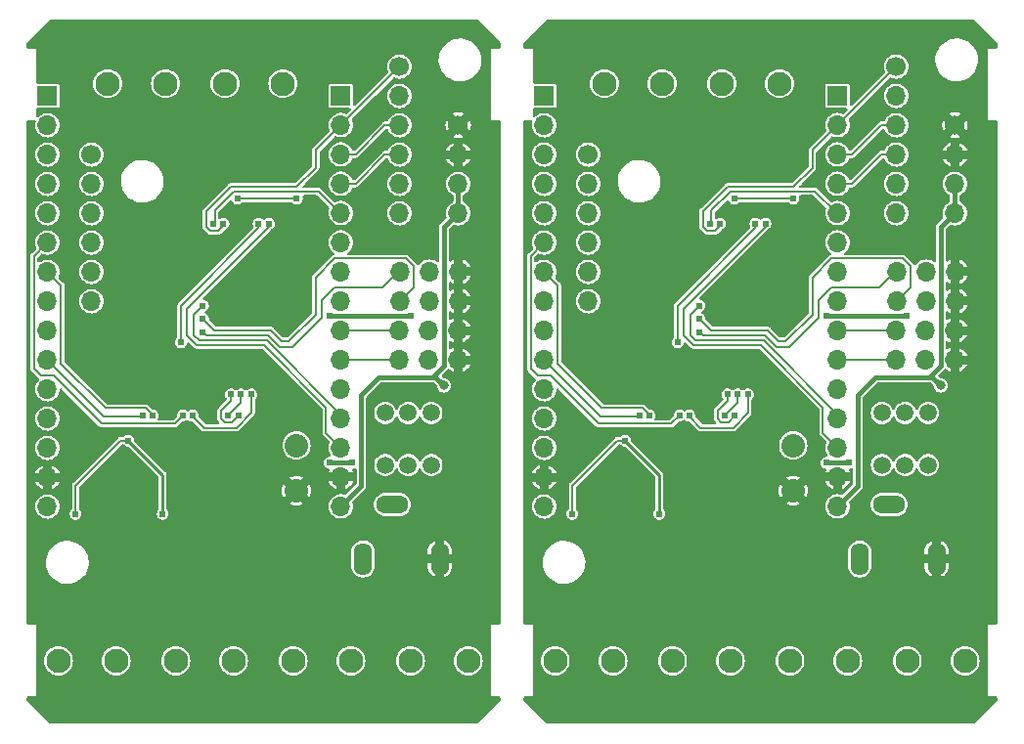
<source format=gbr>
%TF.GenerationSoftware,KiCad,Pcbnew,(7.0.0)*%
%TF.CreationDate,2023-04-15T00:39:35-04:00*%
%TF.ProjectId,NoU2-panelized2,4e6f5532-2d70-4616-9e65-6c697a656432,rev?*%
%TF.SameCoordinates,Original*%
%TF.FileFunction,Copper,L2,Bot*%
%TF.FilePolarity,Positive*%
%FSLAX46Y46*%
G04 Gerber Fmt 4.6, Leading zero omitted, Abs format (unit mm)*
G04 Created by KiCad (PCBNEW (7.0.0)) date 2023-04-15 00:39:35*
%MOMM*%
%LPD*%
G01*
G04 APERTURE LIST*
G04 Aperture macros list*
%AMRoundRect*
0 Rectangle with rounded corners*
0 $1 Rounding radius*
0 $2 $3 $4 $5 $6 $7 $8 $9 X,Y pos of 4 corners*
0 Add a 4 corners polygon primitive as box body*
4,1,4,$2,$3,$4,$5,$6,$7,$8,$9,$2,$3,0*
0 Add four circle primitives for the rounded corners*
1,1,$1+$1,$2,$3*
1,1,$1+$1,$4,$5*
1,1,$1+$1,$6,$7*
1,1,$1+$1,$8,$9*
0 Add four rect primitives between the rounded corners*
20,1,$1+$1,$2,$3,$4,$5,0*
20,1,$1+$1,$4,$5,$6,$7,0*
20,1,$1+$1,$6,$7,$8,$9,0*
20,1,$1+$1,$8,$9,$2,$3,0*%
G04 Aperture macros list end*
%TA.AperFunction,ComponentPad*%
%ADD10C,2.100000*%
%TD*%
%TA.AperFunction,ComponentPad*%
%ADD11C,1.500000*%
%TD*%
%TA.AperFunction,ComponentPad*%
%ADD12O,1.700000X1.700000*%
%TD*%
%TA.AperFunction,ComponentPad*%
%ADD13R,1.700000X1.700000*%
%TD*%
%TA.AperFunction,ComponentPad*%
%ADD14RoundRect,0.800000X0.000000X0.600000X0.000000X0.600000X0.000000X-0.600000X0.000000X-0.600000X0*%
%TD*%
%TA.AperFunction,ComponentPad*%
%ADD15RoundRect,0.800000X-0.600000X0.000000X-0.600000X0.000000X0.600000X0.000000X0.600000X0.000000X0*%
%TD*%
%TA.AperFunction,ComponentPad*%
%ADD16C,2.032000*%
%TD*%
%TA.AperFunction,ComponentPad*%
%ADD17C,1.700000*%
%TD*%
%TA.AperFunction,ViaPad*%
%ADD18C,0.609600*%
%TD*%
%TA.AperFunction,ViaPad*%
%ADD19C,0.800000*%
%TD*%
%TA.AperFunction,Conductor*%
%ADD20C,0.250000*%
%TD*%
%TA.AperFunction,Conductor*%
%ADD21C,0.431800*%
%TD*%
%TA.AperFunction,Conductor*%
%ADD22C,0.203200*%
%TD*%
G04 APERTURE END LIST*
D10*
%TO.P,J19,1,Pin_1*%
%TO.N,Board_0-Net-(J19-Pin_1)*%
X6994695Y-5547743D03*
%TO.P,J19,2,Pin_2*%
%TO.N,Board_0-Net-(J19-Pin_2)*%
X11994695Y-5547743D03*
%TD*%
%TO.P,J19,1,Pin_1*%
%TO.N,Board_1-Net-(J19-Pin_1)*%
X49994695Y-5547743D03*
%TO.P,J19,2,Pin_2*%
%TO.N,Board_1-Net-(J19-Pin_2)*%
X54994695Y-5547743D03*
%TD*%
D11*
%TO.P,U4,1,1*%
%TO.N,Board_1-unconnected-(U4-Pad1)*%
X74020000Y-34072000D03*
%TO.P,U4,2,2*%
%TO.N,Board_1-unconnected-(U4-Pad2)*%
X76020000Y-34072000D03*
%TO.P,U4,3,3*%
%TO.N,Board_1-unconnected-(U4-Pad3)*%
X78020000Y-34072000D03*
%TO.P,U4,4,4*%
%TO.N,Board_1-unconnected-(U4-Pad4)*%
X74020000Y-38572000D03*
%TO.P,U4,5,5*%
%TO.N,Board_1-Net-(J10-Pad1)*%
X76020000Y-38572000D03*
%TO.P,U4,6,6*%
%TO.N,Board_1-Net-(Q1-D)*%
X78020000Y-38572000D03*
%TD*%
%TO.P,U4,1,1*%
%TO.N,Board_0-unconnected-(U4-Pad1)*%
X31020000Y-34072000D03*
%TO.P,U4,2,2*%
%TO.N,Board_0-unconnected-(U4-Pad2)*%
X33020000Y-34072000D03*
%TO.P,U4,3,3*%
%TO.N,Board_0-unconnected-(U4-Pad3)*%
X35020000Y-34072000D03*
%TO.P,U4,4,4*%
%TO.N,Board_0-unconnected-(U4-Pad4)*%
X31020000Y-38572000D03*
%TO.P,U4,5,5*%
%TO.N,Board_0-Net-(J10-Pad1)*%
X33020000Y-38572000D03*
%TO.P,U4,6,6*%
%TO.N,Board_0-Net-(Q1-D)*%
X35020000Y-38572000D03*
%TD*%
D12*
%TO.P,U18,1,5V*%
%TO.N,Board_0-5V*%
X34797999Y-26923999D03*
X34797999Y-29463999D03*
%TO.P,U18,2,GND*%
%TO.N,Board_0-GND*%
X37337999Y-26923999D03*
X37337999Y-29463999D03*
%TO.P,U18,3,srv1*%
%TO.N,Board_0-SRV2*%
X32257999Y-26923999D03*
%TO.P,U18,4,srv2*%
%TO.N,Board_0-SRV1*%
X32257999Y-29463999D03*
%TD*%
%TO.P,U18,1,5V*%
%TO.N,Board_1-5V*%
X77797999Y-26923999D03*
X77797999Y-29463999D03*
%TO.P,U18,2,GND*%
%TO.N,Board_1-GND*%
X80337999Y-26923999D03*
X80337999Y-29463999D03*
%TO.P,U18,3,srv1*%
%TO.N,Board_1-SRV2*%
X75257999Y-26923999D03*
%TO.P,U18,4,srv2*%
%TO.N,Board_1-SRV1*%
X75257999Y-29463999D03*
%TD*%
D10*
%TO.P,J11,1,Pin_1*%
%TO.N,Board_0-Net-(J11-Pin_1)*%
X7732163Y-55530120D03*
%TO.P,J11,2,Pin_2*%
%TO.N,Board_0-Net-(J11-Pin_2)*%
X2732163Y-55530120D03*
%TD*%
%TO.P,J11,1,Pin_1*%
%TO.N,Board_1-Net-(J11-Pin_1)*%
X50732163Y-55530120D03*
%TO.P,J11,2,Pin_2*%
%TO.N,Board_1-Net-(J11-Pin_2)*%
X45732163Y-55530120D03*
%TD*%
%TO.P,J18,1,Pin_1*%
%TO.N,Board_0-Net-(J18-Pin_1)*%
X17154695Y-5547743D03*
%TO.P,J18,2,Pin_2*%
%TO.N,Board_0-Net-(J18-Pin_2)*%
X22154695Y-5547743D03*
%TD*%
%TO.P,J18,1,Pin_1*%
%TO.N,Board_1-Net-(J18-Pin_1)*%
X60154695Y-5547743D03*
%TO.P,J18,2,Pin_2*%
%TO.N,Board_1-Net-(J18-Pin_2)*%
X65154695Y-5547743D03*
%TD*%
D13*
%TO.P,J5,1,Pin_1*%
%TO.N,Board_0-M4B*%
X27177999Y-6599999D03*
D12*
%TO.P,J5,2,Pin_2*%
%TO.N,Board_0-M6A*%
X27177999Y-9139999D03*
%TO.P,J5,3,Pin_3*%
%TO.N,Board_0-TX0*%
X27177999Y-11679999D03*
%TO.P,J5,4,Pin_4*%
%TO.N,Board_0-RX0*%
X27177999Y-14219999D03*
%TO.P,J5,5,Pin_5*%
%TO.N,Board_0-M6B*%
X27177999Y-16759999D03*
%TO.P,J5,6,Pin_6*%
%TO.N,Board_0-M4A*%
X27177999Y-19299999D03*
%TO.P,J5,7,Pin_7*%
%TO.N,Board_0-M3B*%
X27177999Y-21839999D03*
%TO.P,J5,8,Pin_8*%
%TO.N,Board_0-D5*%
X27177999Y-24379999D03*
%TO.P,J5,9,Pin_9*%
%TO.N,Board_0-SRV2*%
X27177999Y-26919999D03*
%TO.P,J5,10,Pin_10*%
%TO.N,Board_0-SRV1*%
X27177999Y-29459999D03*
%TO.P,J5,11,Pin_11*%
%TO.N,Board_0-D4*%
X27177999Y-31999999D03*
%TO.P,J5,12,Pin_12*%
%TO.N,Board_0-D2*%
X27177999Y-34539999D03*
%TO.P,J5,13,Pin_13*%
%TO.N,Board_0-M5A*%
X27177999Y-37079999D03*
%TO.P,J5,14,Pin_14*%
%TO.N,Board_0-GND*%
X27177999Y-39619999D03*
%TO.P,J5,15,Pin_15*%
%TO.N,Board_0-3V3*%
X27177999Y-42159999D03*
%TD*%
D13*
%TO.P,J5,1,Pin_1*%
%TO.N,Board_1-M4B*%
X70177999Y-6599999D03*
D12*
%TO.P,J5,2,Pin_2*%
%TO.N,Board_1-M6A*%
X70177999Y-9139999D03*
%TO.P,J5,3,Pin_3*%
%TO.N,Board_1-TX0*%
X70177999Y-11679999D03*
%TO.P,J5,4,Pin_4*%
%TO.N,Board_1-RX0*%
X70177999Y-14219999D03*
%TO.P,J5,5,Pin_5*%
%TO.N,Board_1-M6B*%
X70177999Y-16759999D03*
%TO.P,J5,6,Pin_6*%
%TO.N,Board_1-M4A*%
X70177999Y-19299999D03*
%TO.P,J5,7,Pin_7*%
%TO.N,Board_1-M3B*%
X70177999Y-21839999D03*
%TO.P,J5,8,Pin_8*%
%TO.N,Board_1-D5*%
X70177999Y-24379999D03*
%TO.P,J5,9,Pin_9*%
%TO.N,Board_1-SRV2*%
X70177999Y-26919999D03*
%TO.P,J5,10,Pin_10*%
%TO.N,Board_1-SRV1*%
X70177999Y-29459999D03*
%TO.P,J5,11,Pin_11*%
%TO.N,Board_1-D4*%
X70177999Y-31999999D03*
%TO.P,J5,12,Pin_12*%
%TO.N,Board_1-D2*%
X70177999Y-34539999D03*
%TO.P,J5,13,Pin_13*%
%TO.N,Board_1-M5A*%
X70177999Y-37079999D03*
%TO.P,J5,14,Pin_14*%
%TO.N,Board_1-GND*%
X70177999Y-39619999D03*
%TO.P,J5,15,Pin_15*%
%TO.N,Board_1-3V3*%
X70177999Y-42159999D03*
%TD*%
D10*
%TO.P,J17,1,Pin_1*%
%TO.N,Board_0-Net-(J17-Pin_1)*%
X38212163Y-55530120D03*
%TO.P,J17,2,Pin_2*%
%TO.N,Board_0-Net-(J17-Pin_2)*%
X33212163Y-55530120D03*
%TD*%
%TO.P,J17,1,Pin_1*%
%TO.N,Board_1-Net-(J17-Pin_1)*%
X81212163Y-55530120D03*
%TO.P,J17,2,Pin_2*%
%TO.N,Board_1-Net-(J17-Pin_2)*%
X76212163Y-55530120D03*
%TD*%
D12*
%TO.P,U17,1,5V*%
%TO.N,Board_0-5V*%
X34839999Y-21829999D03*
X34839999Y-24369999D03*
%TO.P,U17,2,GND*%
%TO.N,Board_0-GND*%
X37379999Y-21829999D03*
X37379999Y-24369999D03*
%TO.P,U17,3,srv1*%
%TO.N,Board_0-SRV4*%
X32299999Y-21829999D03*
%TO.P,U17,4,srv2*%
%TO.N,Board_0-SRV3*%
X32299999Y-24369999D03*
%TD*%
%TO.P,U17,1,5V*%
%TO.N,Board_1-5V*%
X77839999Y-21829999D03*
X77839999Y-24369999D03*
%TO.P,U17,2,GND*%
%TO.N,Board_1-GND*%
X80379999Y-21829999D03*
X80379999Y-24369999D03*
%TO.P,U17,3,srv1*%
%TO.N,Board_1-SRV4*%
X75299999Y-21829999D03*
%TO.P,U17,4,srv2*%
%TO.N,Board_1-SRV3*%
X75299999Y-24369999D03*
%TD*%
D14*
%TO.P,J10,1*%
%TO.N,Board_1-Net-(J10-Pad1)*%
X72095000Y-46700000D03*
%TO.P,J10,2*%
%TO.N,Board_1-GND*%
X78745000Y-46700000D03*
D15*
%TO.P,J10,3*%
%TO.N,N/C*%
X74645000Y-42000000D03*
%TD*%
D14*
%TO.P,J10,1*%
%TO.N,Board_0-Net-(J10-Pad1)*%
X29095000Y-46700000D03*
%TO.P,J10,2*%
%TO.N,Board_0-GND*%
X35745000Y-46700000D03*
D15*
%TO.P,J10,3*%
%TO.N,N/C*%
X31645000Y-42000000D03*
%TD*%
D10*
%TO.P,J15,1,Pin_1*%
%TO.N,Board_0-Net-(J15-Pin_1)*%
X17892163Y-55530120D03*
%TO.P,J15,2,Pin_2*%
%TO.N,Board_0-Net-(J15-Pin_2)*%
X12892163Y-55530120D03*
%TD*%
%TO.P,J15,1,Pin_1*%
%TO.N,Board_1-Net-(J15-Pin_1)*%
X60892163Y-55530120D03*
%TO.P,J15,2,Pin_2*%
%TO.N,Board_1-Net-(J15-Pin_2)*%
X55892163Y-55530120D03*
%TD*%
D13*
%TO.P,J2,1,Pin_1*%
%TO.N,Board_0-/Sheet6057E9B8/EN*%
X1777999Y-6603999D03*
D12*
%TO.P,J2,2,Pin_2*%
%TO.N,Board_0-/Sheet6057E9B8/D36*%
X1777999Y-9143999D03*
%TO.P,J2,3,Pin_3*%
%TO.N,Board_0-/Sheet6057E9B8/D39*%
X1777999Y-11683999D03*
%TO.P,J2,4,Pin_4*%
%TO.N,Board_0-/Sheet6057E9B8/D34*%
X1777999Y-14223999D03*
%TO.P,J2,5,Pin_5*%
%TO.N,Board_0-/Sheet6057E9B8/D35*%
X1777999Y-16763999D03*
%TO.P,J2,6,Pin_6*%
%TO.N,Board_0-M3A*%
X1777999Y-19303999D03*
%TO.P,J2,7,Pin_7*%
%TO.N,Board_0-M2B*%
X1777999Y-21843999D03*
%TO.P,J2,8,Pin_8*%
%TO.N,Board_0-SRV3*%
X1777999Y-24383999D03*
%TO.P,J2,9,Pin_9*%
%TO.N,Board_0-SRV4*%
X1777999Y-26923999D03*
%TO.P,J2,10,Pin_10*%
%TO.N,Board_0-M2A*%
X1777999Y-29463999D03*
%TO.P,J2,11,Pin_11*%
%TO.N,Board_0-M5B*%
X1777999Y-32003999D03*
%TO.P,J2,12,Pin_12*%
%TO.N,Board_0-M1B*%
X1777999Y-34543999D03*
%TO.P,J2,13,Pin_13*%
%TO.N,Board_0-M1A*%
X1777999Y-37083999D03*
%TO.P,J2,14,Pin_14*%
%TO.N,Board_0-GND*%
X1777999Y-39623999D03*
%TO.P,J2,15,Pin_15*%
%TO.N,Board_0-/Sheet6057E9B8/EVIN*%
X1777999Y-42163999D03*
%TD*%
D13*
%TO.P,J2,1,Pin_1*%
%TO.N,Board_1-/Sheet6057E9B8/EN*%
X44777999Y-6603999D03*
D12*
%TO.P,J2,2,Pin_2*%
%TO.N,Board_1-/Sheet6057E9B8/D36*%
X44777999Y-9143999D03*
%TO.P,J2,3,Pin_3*%
%TO.N,Board_1-/Sheet6057E9B8/D39*%
X44777999Y-11683999D03*
%TO.P,J2,4,Pin_4*%
%TO.N,Board_1-/Sheet6057E9B8/D34*%
X44777999Y-14223999D03*
%TO.P,J2,5,Pin_5*%
%TO.N,Board_1-/Sheet6057E9B8/D35*%
X44777999Y-16763999D03*
%TO.P,J2,6,Pin_6*%
%TO.N,Board_1-M3A*%
X44777999Y-19303999D03*
%TO.P,J2,7,Pin_7*%
%TO.N,Board_1-M2B*%
X44777999Y-21843999D03*
%TO.P,J2,8,Pin_8*%
%TO.N,Board_1-SRV3*%
X44777999Y-24383999D03*
%TO.P,J2,9,Pin_9*%
%TO.N,Board_1-SRV4*%
X44777999Y-26923999D03*
%TO.P,J2,10,Pin_10*%
%TO.N,Board_1-M2A*%
X44777999Y-29463999D03*
%TO.P,J2,11,Pin_11*%
%TO.N,Board_1-M5B*%
X44777999Y-32003999D03*
%TO.P,J2,12,Pin_12*%
%TO.N,Board_1-M1B*%
X44777999Y-34543999D03*
%TO.P,J2,13,Pin_13*%
%TO.N,Board_1-M1A*%
X44777999Y-37083999D03*
%TO.P,J2,14,Pin_14*%
%TO.N,Board_1-GND*%
X44777999Y-39623999D03*
%TO.P,J2,15,Pin_15*%
%TO.N,Board_1-/Sheet6057E9B8/EVIN*%
X44777999Y-42163999D03*
%TD*%
D10*
%TO.P,J16,1,Pin_1*%
%TO.N,Board_1-Net-(J16-Pin_1)*%
X71052163Y-55530120D03*
%TO.P,J16,2,Pin_2*%
%TO.N,Board_1-Net-(J16-Pin_2)*%
X66052163Y-55530120D03*
%TD*%
%TO.P,J16,1,Pin_1*%
%TO.N,Board_0-Net-(J16-Pin_1)*%
X28052163Y-55530120D03*
%TO.P,J16,2,Pin_2*%
%TO.N,Board_0-Net-(J16-Pin_2)*%
X23052163Y-55530120D03*
%TD*%
D16*
%TO.P,J14,1,Pin_1*%
%TO.N,Board_0-VIN*%
X23342600Y-36880800D03*
%TD*%
%TO.P,J14,1,Pin_1*%
%TO.N,Board_1-VIN*%
X66342600Y-36880800D03*
%TD*%
%TO.P,J13,1,Pin_1*%
%TO.N,Board_1-GND*%
X66342600Y-40792400D03*
%TD*%
%TO.P,J13,1,Pin_1*%
%TO.N,Board_0-GND*%
X23342600Y-40792400D03*
%TD*%
D17*
%TO.P,J4,1,Pin_1*%
%TO.N,Board_1-/Sheet6057E9B8/EN*%
X48588000Y-11684000D03*
D12*
%TO.P,J4,2,Pin_2*%
%TO.N,Board_1-/Sheet6057E9B8/D36*%
X48587999Y-14223999D03*
%TO.P,J4,3,Pin_3*%
%TO.N,Board_1-/Sheet6057E9B8/D39*%
X48587999Y-16763999D03*
%TO.P,J4,4,Pin_4*%
%TO.N,Board_1-/Sheet6057E9B8/D34*%
X48587999Y-19303999D03*
%TO.P,J4,5,Pin_5*%
%TO.N,Board_1-/Sheet6057E9B8/D35*%
X48587999Y-21843999D03*
%TO.P,J4,6,Pin_6*%
%TO.N,Board_1-D2*%
X48587999Y-24383999D03*
%TD*%
D17*
%TO.P,J4,1,Pin_1*%
%TO.N,Board_0-/Sheet6057E9B8/EN*%
X5588000Y-11684000D03*
D12*
%TO.P,J4,2,Pin_2*%
%TO.N,Board_0-/Sheet6057E9B8/D36*%
X5587999Y-14223999D03*
%TO.P,J4,3,Pin_3*%
%TO.N,Board_0-/Sheet6057E9B8/D39*%
X5587999Y-16763999D03*
%TO.P,J4,4,Pin_4*%
%TO.N,Board_0-/Sheet6057E9B8/D34*%
X5587999Y-19303999D03*
%TO.P,J4,5,Pin_5*%
%TO.N,Board_0-/Sheet6057E9B8/D35*%
X5587999Y-21843999D03*
%TO.P,J4,6,Pin_6*%
%TO.N,Board_0-D2*%
X5587999Y-24383999D03*
%TD*%
D17*
%TO.P,J3,1,Pin_1*%
%TO.N,Board_0-GND*%
X37338000Y-9144000D03*
D12*
%TO.P,J3,2,Pin_2*%
X37337999Y-11683999D03*
%TO.P,J3,3,Pin_3*%
%TO.N,Board_0-3V3*%
X37337999Y-14223999D03*
%TO.P,J3,4,Pin_4*%
X37337999Y-16763999D03*
%TD*%
D17*
%TO.P,J3,1,Pin_1*%
%TO.N,Board_1-GND*%
X80338000Y-9144000D03*
D12*
%TO.P,J3,2,Pin_2*%
X80337999Y-11683999D03*
%TO.P,J3,3,Pin_3*%
%TO.N,Board_1-3V3*%
X80337999Y-14223999D03*
%TO.P,J3,4,Pin_4*%
X80337999Y-16763999D03*
%TD*%
D17*
%TO.P,J1,1,Pin_1*%
%TO.N,Board_0-M6A*%
X32258000Y-4064000D03*
D12*
%TO.P,J1,2,Pin_2*%
%TO.N,Board_0-M6B*%
X32257999Y-6603999D03*
%TO.P,J1,3,Pin_3*%
%TO.N,Board_0-TX0*%
X32257999Y-9143999D03*
%TO.P,J1,4,Pin_4*%
%TO.N,Board_0-RX0*%
X32257999Y-11683999D03*
%TO.P,J1,5,Pin_5*%
%TO.N,Board_0-D4*%
X32257999Y-14223999D03*
%TO.P,J1,6,Pin_6*%
%TO.N,Board_0-D5*%
X32257999Y-16763999D03*
%TD*%
D17*
%TO.P,J1,1,Pin_1*%
%TO.N,Board_1-M6A*%
X75258000Y-4064000D03*
D12*
%TO.P,J1,2,Pin_2*%
%TO.N,Board_1-M6B*%
X75257999Y-6603999D03*
%TO.P,J1,3,Pin_3*%
%TO.N,Board_1-TX0*%
X75257999Y-9143999D03*
%TO.P,J1,4,Pin_4*%
%TO.N,Board_1-RX0*%
X75257999Y-11683999D03*
%TO.P,J1,5,Pin_5*%
%TO.N,Board_1-D4*%
X75257999Y-14223999D03*
%TO.P,J1,6,Pin_6*%
%TO.N,Board_1-D5*%
X75257999Y-16763999D03*
%TD*%
D18*
%TO.N,Board_1-VIN*%
X66368000Y-15494000D03*
X51788400Y-36449000D03*
X69212800Y-38379400D03*
X71143200Y-38379400D03*
X61237200Y-15494000D03*
X47216400Y-42799000D03*
X54760200Y-42799000D03*
%TO.N,Board_1-SRV4*%
X58240000Y-27051000D03*
%TO.N,Board_1-SRV3*%
X58240000Y-25908000D03*
%TO.N,Board_1-M6B*%
X59154400Y-17678400D03*
%TO.N,Board_1-M6A*%
X60018000Y-17678400D03*
%TO.N,Board_1-M5B*%
X56335000Y-27940000D03*
X63066000Y-17678400D03*
%TO.N,Board_1-M5A*%
X63929600Y-17678400D03*
%TO.N,Board_1-M4B*%
X61289944Y-34291944D03*
X60653000Y-32455588D03*
%TO.N,Board_1-M4A*%
X61542000Y-32455588D03*
X60399000Y-34264600D03*
%TO.N,Board_1-M3B*%
X57325600Y-34290000D03*
X62431000Y-32455588D03*
%TO.N,Board_1-M3A*%
X56512800Y-34283000D03*
%TO.N,Board_1-M2B*%
X53871200Y-34290000D03*
%TO.N,Board_1-M2A*%
X53033000Y-34277300D03*
%TO.N,Board_1-GND*%
X52626600Y-30378400D03*
X59891000Y-38227000D03*
X50493000Y-38227000D03*
X57859000Y-38227000D03*
X65377400Y-27254200D03*
X53490200Y-30378400D03*
X62558000Y-13716000D03*
X51495000Y-38227000D03*
D19*
X81354000Y-36576000D03*
D18*
X65225000Y-50038000D03*
X67358600Y-46141640D03*
X60526000Y-13716000D03*
X61415000Y-18542000D03*
X59713200Y-31877000D03*
X52525000Y-38227000D03*
X50721600Y-31877000D03*
X58875000Y-38227000D03*
X61389600Y-25095200D03*
X61542000Y-13716000D03*
%TO.N,Board_1-D2*%
X58240000Y-24765000D03*
%TO.N,Board_1-5V*%
X76197800Y-25654000D03*
X69238200Y-25654000D03*
D19*
%TO.N,Board_1-3V3*%
X79100000Y-31700000D03*
D18*
%TO.N,Board_0-VIN*%
X23368000Y-15494000D03*
X8788400Y-36449000D03*
X26212800Y-38379400D03*
X28143200Y-38379400D03*
X18237200Y-15494000D03*
X4216400Y-42799000D03*
X11760200Y-42799000D03*
%TO.N,Board_0-SRV4*%
X15240000Y-27051000D03*
%TO.N,Board_0-SRV3*%
X15240000Y-25908000D03*
%TO.N,Board_0-M6B*%
X16154400Y-17678400D03*
%TO.N,Board_0-M6A*%
X17018000Y-17678400D03*
%TO.N,Board_0-M5B*%
X13335000Y-27940000D03*
X20066000Y-17678400D03*
%TO.N,Board_0-M5A*%
X20929600Y-17678400D03*
%TO.N,Board_0-M4B*%
X18289944Y-34291944D03*
X17653000Y-32455588D03*
%TO.N,Board_0-M4A*%
X18542000Y-32455588D03*
X17399000Y-34264600D03*
%TO.N,Board_0-M3B*%
X14325600Y-34290000D03*
X19431000Y-32455588D03*
%TO.N,Board_0-M3A*%
X13512800Y-34283000D03*
%TO.N,Board_0-M2B*%
X10871200Y-34290000D03*
%TO.N,Board_0-M2A*%
X10033000Y-34277300D03*
%TO.N,Board_0-GND*%
X9626600Y-30378400D03*
X16891000Y-38227000D03*
X7493000Y-38227000D03*
X14859000Y-38227000D03*
X22377400Y-27254200D03*
X10490200Y-30378400D03*
X19558000Y-13716000D03*
X8495000Y-38227000D03*
D19*
X38354000Y-36576000D03*
D18*
X22225000Y-50038000D03*
X24358600Y-46141640D03*
X17526000Y-13716000D03*
X18415000Y-18542000D03*
X16713200Y-31877000D03*
X9525000Y-38227000D03*
X7721600Y-31877000D03*
X15875000Y-38227000D03*
X18389600Y-25095200D03*
X18542000Y-13716000D03*
%TO.N,Board_0-D2*%
X15240000Y-24765000D03*
%TO.N,Board_0-5V*%
X33197800Y-25654000D03*
X26238200Y-25654000D03*
D19*
%TO.N,Board_0-3V3*%
X36100000Y-31700000D03*
%TD*%
D20*
%TO.N,Board_1-VIN*%
X54760200Y-42799000D02*
X54760200Y-39420800D01*
D21*
X71109701Y-38345901D02*
X71143200Y-38379400D01*
D22*
X51128000Y-36449000D02*
X51788400Y-36449000D01*
D21*
X69212800Y-38379400D02*
X69246299Y-38345901D01*
X69246299Y-38345901D02*
X71109701Y-38345901D01*
D22*
X47216400Y-42799000D02*
X47216400Y-40360600D01*
D20*
X54760200Y-39420800D02*
X51788400Y-36449000D01*
D22*
X47216400Y-40360600D02*
X51128000Y-36449000D01*
X61211800Y-15494000D02*
X66368000Y-15494000D01*
%TO.N,Board_1-TX0*%
X73988000Y-9144000D02*
X75258000Y-9144000D01*
X71452000Y-11680000D02*
X73988000Y-9144000D01*
X70178000Y-11680000D02*
X71452000Y-11680000D01*
%TO.N,Board_1-SRV4*%
X58516211Y-27327211D02*
X63912437Y-27327211D01*
X65987000Y-28321000D02*
X68527000Y-25781000D01*
X69625231Y-23228399D02*
X73746601Y-23228399D01*
X64906226Y-28321000D02*
X65987000Y-28321000D01*
X75131000Y-21844000D02*
X75283400Y-21844000D01*
X58240000Y-27051000D02*
X58516211Y-27327211D01*
X68527000Y-24326630D02*
X69625231Y-23228399D01*
X63912437Y-27327211D02*
X64906226Y-28321000D01*
X68527000Y-25781000D02*
X68527000Y-24326630D01*
X73746601Y-23228399D02*
X75131000Y-21844000D01*
%TO.N,Board_1-SRV3*%
X67996790Y-25544979D02*
X67996790Y-22316840D01*
X67996790Y-22316840D02*
X69625231Y-20688399D01*
X64145500Y-26924000D02*
X65082101Y-27860601D01*
X76500000Y-21356230D02*
X76500000Y-23167400D01*
X76500000Y-23167400D02*
X75283400Y-24384000D01*
X59256000Y-26924000D02*
X64145500Y-26924000D01*
X75832169Y-20688399D02*
X76500000Y-21356230D01*
X65681168Y-27860601D02*
X67996790Y-25544979D01*
X69625231Y-20688399D02*
X75832169Y-20688399D01*
X65082101Y-27860601D02*
X65681168Y-27860601D01*
X58240000Y-25908000D02*
X59256000Y-26924000D01*
%TO.N,Board_1-SRV2*%
X70178000Y-26920000D02*
X75254000Y-26920000D01*
%TO.N,Board_1-SRV1*%
X75283400Y-29489400D02*
X70207400Y-29489400D01*
%TO.N,Board_1-RX0*%
X73988000Y-11684000D02*
X75258000Y-11684000D01*
X70178000Y-14220000D02*
X71452000Y-14220000D01*
X71452000Y-14220000D02*
X73988000Y-11684000D01*
%TO.N,Board_1-M6B*%
X68238099Y-14887599D02*
X70110500Y-16760000D01*
X70110500Y-16760000D02*
X70178000Y-16760000D01*
X59267000Y-16541326D02*
X60920727Y-14887599D01*
X60920727Y-14887599D02*
X68238099Y-14887599D01*
X59267000Y-17515000D02*
X59267000Y-16541326D01*
X59154400Y-17627600D02*
X59267000Y-17515000D01*
%TO.N,Board_1-M6A*%
X59591399Y-18308201D02*
X58852095Y-18308201D01*
X68019000Y-12827000D02*
X68019000Y-11299000D01*
X66368000Y-14478000D02*
X68019000Y-12827000D01*
X70178000Y-9140000D02*
X75254000Y-4064000D01*
X60653000Y-14478000D02*
X66368000Y-14478000D01*
X58524599Y-16606401D02*
X60653000Y-14478000D01*
X58524599Y-17980705D02*
X58524599Y-16606401D01*
X68019000Y-11299000D02*
X70178000Y-9140000D01*
X58852095Y-18308201D02*
X58524599Y-17980705D01*
X60018000Y-17678400D02*
X60018000Y-17881600D01*
X60018000Y-17881600D02*
X59591399Y-18308201D01*
%TO.N,Board_1-M5B*%
X56335000Y-27940000D02*
X56335000Y-24765000D01*
X56335000Y-24765000D02*
X63066000Y-18034000D01*
X63066000Y-18034000D02*
X63066000Y-17627600D01*
%TO.N,Board_1-M5A*%
X68908000Y-35814000D02*
X68908000Y-33589500D01*
X63512500Y-28194000D02*
X57689702Y-28194000D01*
X70178000Y-37080000D02*
X70174000Y-37080000D01*
X70174000Y-37080000D02*
X68908000Y-35814000D01*
X56843000Y-27347298D02*
X56843000Y-25019000D01*
X56843000Y-25019000D02*
X63929600Y-17932400D01*
X57689702Y-28194000D02*
X56843000Y-27347298D01*
X68908000Y-33589500D02*
X63512500Y-28194000D01*
X63929600Y-17932400D02*
X63929600Y-17678400D01*
%TO.N,Board_1-M4B*%
X60653000Y-32455588D02*
X60653000Y-33020000D01*
X59792599Y-34555673D02*
X60107927Y-34871001D01*
X60710887Y-34871001D02*
X61289944Y-34291944D01*
X59792599Y-33880401D02*
X59792599Y-34555673D01*
X60653000Y-33020000D02*
X59792599Y-33880401D01*
X60107927Y-34871001D02*
X60710887Y-34871001D01*
%TO.N,Board_1-M4A*%
X60399000Y-34340800D02*
X60399000Y-34325294D01*
X60399000Y-34325294D02*
X61542000Y-33182294D01*
X61542000Y-33182294D02*
X61542000Y-32455588D01*
%TO.N,Board_1-M3B*%
X57325600Y-34340800D02*
X58335211Y-35350411D01*
X58335211Y-35350411D02*
X61150463Y-35350411D01*
X62431000Y-34069874D02*
X62431000Y-32455588D01*
X61150463Y-35350411D02*
X62431000Y-34069874D01*
%TO.N,Board_1-M3A*%
X49502400Y-35001200D02*
X55794600Y-35001200D01*
X44778000Y-19304000D02*
X43626399Y-20455601D01*
X44225231Y-30852399D02*
X45353599Y-30852399D01*
X45353599Y-30852399D02*
X49502400Y-35001200D01*
X43626399Y-20455601D02*
X43626399Y-30253567D01*
X55794600Y-35001200D02*
X56512800Y-34283000D01*
X43626399Y-30253567D02*
X44225231Y-30852399D01*
%TO.N,Board_1-M2B*%
X53261600Y-33629600D02*
X53871200Y-34239200D01*
X45929601Y-22995601D02*
X45929601Y-29777401D01*
X49781800Y-33629600D02*
X53261600Y-33629600D01*
X53871200Y-34281526D02*
X53871200Y-34340800D01*
X45929601Y-29777401D02*
X49781800Y-33629600D01*
X53871200Y-34340800D02*
X53871200Y-34290000D01*
X53871200Y-34239200D02*
X53871200Y-34290000D01*
X44778000Y-21844000D02*
X45929601Y-22995601D01*
%TO.N,Board_1-M2A*%
X53033000Y-34340800D02*
X49654800Y-34340800D01*
X49654800Y-34340800D02*
X44778000Y-29464000D01*
%TO.N,Board_1-D2*%
X57478000Y-25527000D02*
X57478000Y-27327370D01*
X58240000Y-24765000D02*
X57478000Y-25527000D01*
X57903231Y-27752601D02*
X63767601Y-27752601D01*
X70178000Y-34163000D02*
X70178000Y-34540000D01*
X63767601Y-27752601D02*
X70178000Y-34163000D01*
X57478000Y-27327370D02*
X57903231Y-27752601D01*
D21*
%TO.N,Board_1-5V*%
X76197800Y-25654000D02*
X71117800Y-25654000D01*
X71117800Y-25654000D02*
X69238200Y-25654000D01*
%TO.N,Board_1-3V3*%
X70178000Y-42160000D02*
X71956000Y-40382000D01*
X78388000Y-30988000D02*
X78115500Y-30988000D01*
X71956000Y-40382000D02*
X71956000Y-32512000D01*
X78115500Y-30988000D02*
X79111821Y-29991679D01*
X79111821Y-17990179D02*
X80338000Y-16764000D01*
X73480000Y-30988000D02*
X78115500Y-30988000D01*
X79100000Y-31700000D02*
X78388000Y-30988000D01*
X79111821Y-29991679D02*
X79111821Y-17990179D01*
X80338000Y-16764000D02*
X80338000Y-14224000D01*
X71956000Y-32512000D02*
X73480000Y-30988000D01*
D20*
%TO.N,Board_0-VIN*%
X11760200Y-42799000D02*
X11760200Y-39420800D01*
D21*
X28109701Y-38345901D02*
X28143200Y-38379400D01*
D22*
X8128000Y-36449000D02*
X8788400Y-36449000D01*
D21*
X26212800Y-38379400D02*
X26246299Y-38345901D01*
X26246299Y-38345901D02*
X28109701Y-38345901D01*
D22*
X4216400Y-42799000D02*
X4216400Y-40360600D01*
D20*
X11760200Y-39420800D02*
X8788400Y-36449000D01*
D22*
X4216400Y-40360600D02*
X8128000Y-36449000D01*
X18211800Y-15494000D02*
X23368000Y-15494000D01*
%TO.N,Board_0-TX0*%
X30988000Y-9144000D02*
X32258000Y-9144000D01*
X28452000Y-11680000D02*
X30988000Y-9144000D01*
X27178000Y-11680000D02*
X28452000Y-11680000D01*
%TO.N,Board_0-SRV4*%
X15516211Y-27327211D02*
X20912437Y-27327211D01*
X22987000Y-28321000D02*
X25527000Y-25781000D01*
X26625231Y-23228399D02*
X30746601Y-23228399D01*
X21906226Y-28321000D02*
X22987000Y-28321000D01*
X32131000Y-21844000D02*
X32283400Y-21844000D01*
X15240000Y-27051000D02*
X15516211Y-27327211D01*
X25527000Y-24326630D02*
X26625231Y-23228399D01*
X20912437Y-27327211D02*
X21906226Y-28321000D01*
X25527000Y-25781000D02*
X25527000Y-24326630D01*
X30746601Y-23228399D02*
X32131000Y-21844000D01*
%TO.N,Board_0-SRV3*%
X24996790Y-25544979D02*
X24996790Y-22316840D01*
X24996790Y-22316840D02*
X26625231Y-20688399D01*
X21145500Y-26924000D02*
X22082101Y-27860601D01*
X33500000Y-21356230D02*
X33500000Y-23167400D01*
X33500000Y-23167400D02*
X32283400Y-24384000D01*
X16256000Y-26924000D02*
X21145500Y-26924000D01*
X32832169Y-20688399D02*
X33500000Y-21356230D01*
X22681168Y-27860601D02*
X24996790Y-25544979D01*
X26625231Y-20688399D02*
X32832169Y-20688399D01*
X22082101Y-27860601D02*
X22681168Y-27860601D01*
X15240000Y-25908000D02*
X16256000Y-26924000D01*
%TO.N,Board_0-SRV2*%
X27178000Y-26920000D02*
X32254000Y-26920000D01*
%TO.N,Board_0-SRV1*%
X32283400Y-29489400D02*
X27207400Y-29489400D01*
%TO.N,Board_0-RX0*%
X30988000Y-11684000D02*
X32258000Y-11684000D01*
X27178000Y-14220000D02*
X28452000Y-14220000D01*
X28452000Y-14220000D02*
X30988000Y-11684000D01*
%TO.N,Board_0-M6B*%
X25238099Y-14887599D02*
X27110500Y-16760000D01*
X27110500Y-16760000D02*
X27178000Y-16760000D01*
X16267000Y-16541326D02*
X17920727Y-14887599D01*
X17920727Y-14887599D02*
X25238099Y-14887599D01*
X16267000Y-17515000D02*
X16267000Y-16541326D01*
X16154400Y-17627600D02*
X16267000Y-17515000D01*
%TO.N,Board_0-M6A*%
X16591399Y-18308201D02*
X15852095Y-18308201D01*
X25019000Y-12827000D02*
X25019000Y-11299000D01*
X23368000Y-14478000D02*
X25019000Y-12827000D01*
X27178000Y-9140000D02*
X32254000Y-4064000D01*
X17653000Y-14478000D02*
X23368000Y-14478000D01*
X15524599Y-16606401D02*
X17653000Y-14478000D01*
X15524599Y-17980705D02*
X15524599Y-16606401D01*
X25019000Y-11299000D02*
X27178000Y-9140000D01*
X15852095Y-18308201D02*
X15524599Y-17980705D01*
X17018000Y-17678400D02*
X17018000Y-17881600D01*
X17018000Y-17881600D02*
X16591399Y-18308201D01*
%TO.N,Board_0-M5B*%
X13335000Y-27940000D02*
X13335000Y-24765000D01*
X13335000Y-24765000D02*
X20066000Y-18034000D01*
X20066000Y-18034000D02*
X20066000Y-17627600D01*
%TO.N,Board_0-M5A*%
X25908000Y-35814000D02*
X25908000Y-33589500D01*
X20512500Y-28194000D02*
X14689702Y-28194000D01*
X27178000Y-37080000D02*
X27174000Y-37080000D01*
X27174000Y-37080000D02*
X25908000Y-35814000D01*
X13843000Y-27347298D02*
X13843000Y-25019000D01*
X13843000Y-25019000D02*
X20929600Y-17932400D01*
X14689702Y-28194000D02*
X13843000Y-27347298D01*
X25908000Y-33589500D02*
X20512500Y-28194000D01*
X20929600Y-17932400D02*
X20929600Y-17678400D01*
%TO.N,Board_0-M4B*%
X17653000Y-32455588D02*
X17653000Y-33020000D01*
X16792599Y-34555673D02*
X17107927Y-34871001D01*
X17710887Y-34871001D02*
X18289944Y-34291944D01*
X16792599Y-33880401D02*
X16792599Y-34555673D01*
X17653000Y-33020000D02*
X16792599Y-33880401D01*
X17107927Y-34871001D02*
X17710887Y-34871001D01*
%TO.N,Board_0-M4A*%
X17399000Y-34340800D02*
X17399000Y-34325294D01*
X17399000Y-34325294D02*
X18542000Y-33182294D01*
X18542000Y-33182294D02*
X18542000Y-32455588D01*
%TO.N,Board_0-M3B*%
X14325600Y-34340800D02*
X15335211Y-35350411D01*
X15335211Y-35350411D02*
X18150463Y-35350411D01*
X19431000Y-34069874D02*
X19431000Y-32455588D01*
X18150463Y-35350411D02*
X19431000Y-34069874D01*
%TO.N,Board_0-M3A*%
X6502400Y-35001200D02*
X12794600Y-35001200D01*
X1778000Y-19304000D02*
X626399Y-20455601D01*
X1225231Y-30852399D02*
X2353599Y-30852399D01*
X2353599Y-30852399D02*
X6502400Y-35001200D01*
X626399Y-20455601D02*
X626399Y-30253567D01*
X12794600Y-35001200D02*
X13512800Y-34283000D01*
X626399Y-30253567D02*
X1225231Y-30852399D01*
%TO.N,Board_0-M2B*%
X10261600Y-33629600D02*
X10871200Y-34239200D01*
X2929601Y-22995601D02*
X2929601Y-29777401D01*
X6781800Y-33629600D02*
X10261600Y-33629600D01*
X10871200Y-34281526D02*
X10871200Y-34340800D01*
X2929601Y-29777401D02*
X6781800Y-33629600D01*
X10871200Y-34340800D02*
X10871200Y-34290000D01*
X10871200Y-34239200D02*
X10871200Y-34290000D01*
X1778000Y-21844000D02*
X2929601Y-22995601D01*
%TO.N,Board_0-M2A*%
X10033000Y-34340800D02*
X6654800Y-34340800D01*
X6654800Y-34340800D02*
X1778000Y-29464000D01*
%TO.N,Board_0-D2*%
X14478000Y-25527000D02*
X14478000Y-27327370D01*
X15240000Y-24765000D02*
X14478000Y-25527000D01*
X14903231Y-27752601D02*
X20767601Y-27752601D01*
X27178000Y-34163000D02*
X27178000Y-34540000D01*
X20767601Y-27752601D02*
X27178000Y-34163000D01*
X14478000Y-27327370D02*
X14903231Y-27752601D01*
D21*
%TO.N,Board_0-5V*%
X33197800Y-25654000D02*
X28117800Y-25654000D01*
X28117800Y-25654000D02*
X26238200Y-25654000D01*
%TO.N,Board_0-3V3*%
X27178000Y-42160000D02*
X28956000Y-40382000D01*
X35388000Y-30988000D02*
X35115500Y-30988000D01*
X28956000Y-40382000D02*
X28956000Y-32512000D01*
X35115500Y-30988000D02*
X36111821Y-29991679D01*
X36111821Y-17990179D02*
X37338000Y-16764000D01*
X30480000Y-30988000D02*
X35115500Y-30988000D01*
X36100000Y-31700000D02*
X35388000Y-30988000D01*
X36111821Y-29991679D02*
X36111821Y-17990179D01*
X37338000Y-16764000D02*
X37338000Y-14224000D01*
X28956000Y-32512000D02*
X30480000Y-30988000D01*
%TD*%
%TA.AperFunction,Conductor*%
%TO.N,Board_1-GND*%
G36*
X81995820Y-10091D02*
G01*
X82036697Y-37405D01*
X83958695Y-1959402D01*
X83986009Y-2000279D01*
X83995600Y-2048497D01*
X83995600Y-2374000D01*
X83978719Y-2437000D01*
X83932600Y-2483119D01*
X83869600Y-2500000D01*
X83200000Y-2500000D01*
X83200000Y-8700000D01*
X83869600Y-8700000D01*
X83932600Y-8716881D01*
X83978719Y-8763000D01*
X83995600Y-8826000D01*
X83995600Y-52274000D01*
X83978719Y-52337000D01*
X83932600Y-52383119D01*
X83869600Y-52400000D01*
X83200000Y-52400000D01*
X83200000Y-58600000D01*
X83869600Y-58600000D01*
X83932600Y-58616881D01*
X83978719Y-58663000D01*
X83995600Y-58726000D01*
X83995600Y-58951501D01*
X83986009Y-58999719D01*
X83958695Y-59040596D01*
X82050795Y-60948495D01*
X82009918Y-60975809D01*
X81961700Y-60985400D01*
X45038297Y-60985400D01*
X44990079Y-60975809D01*
X44949202Y-60948495D01*
X43037405Y-59036697D01*
X43010091Y-58995820D01*
X43000500Y-58947602D01*
X43000500Y-58726000D01*
X43017381Y-58663000D01*
X43063500Y-58616881D01*
X43126500Y-58600000D01*
X43783410Y-58600000D01*
X43800000Y-58600000D01*
X43800000Y-55530120D01*
X44473674Y-55530120D01*
X44474153Y-55535595D01*
X44492313Y-55743174D01*
X44492314Y-55743180D01*
X44492793Y-55748654D01*
X44494214Y-55753960D01*
X44494216Y-55753967D01*
X44540912Y-55928238D01*
X44549570Y-55960549D01*
X44642280Y-56159365D01*
X44645432Y-56163866D01*
X44645434Y-56163870D01*
X44764944Y-56334549D01*
X44764948Y-56334553D01*
X44768104Y-56339061D01*
X44923222Y-56494179D01*
X44927730Y-56497335D01*
X44927733Y-56497338D01*
X45038964Y-56575222D01*
X45102918Y-56620003D01*
X45301734Y-56712713D01*
X45513629Y-56769490D01*
X45732163Y-56788609D01*
X45950697Y-56769490D01*
X46162592Y-56712713D01*
X46361408Y-56620003D01*
X46541104Y-56494179D01*
X46696222Y-56339061D01*
X46822046Y-56159365D01*
X46914756Y-55960549D01*
X46971533Y-55748654D01*
X46990652Y-55530120D01*
X49473674Y-55530120D01*
X49474153Y-55535595D01*
X49492313Y-55743174D01*
X49492314Y-55743180D01*
X49492793Y-55748654D01*
X49494214Y-55753960D01*
X49494216Y-55753967D01*
X49540912Y-55928238D01*
X49549570Y-55960549D01*
X49642280Y-56159365D01*
X49645432Y-56163866D01*
X49645434Y-56163870D01*
X49764944Y-56334549D01*
X49764948Y-56334553D01*
X49768104Y-56339061D01*
X49923222Y-56494179D01*
X49927730Y-56497335D01*
X49927733Y-56497338D01*
X50038964Y-56575222D01*
X50102918Y-56620003D01*
X50301734Y-56712713D01*
X50513629Y-56769490D01*
X50732163Y-56788609D01*
X50950697Y-56769490D01*
X51162592Y-56712713D01*
X51361408Y-56620003D01*
X51541104Y-56494179D01*
X51696222Y-56339061D01*
X51822046Y-56159365D01*
X51914756Y-55960549D01*
X51971533Y-55748654D01*
X51990652Y-55530120D01*
X54633674Y-55530120D01*
X54634153Y-55535595D01*
X54652313Y-55743174D01*
X54652314Y-55743180D01*
X54652793Y-55748654D01*
X54654214Y-55753960D01*
X54654216Y-55753967D01*
X54700912Y-55928238D01*
X54709570Y-55960549D01*
X54802280Y-56159365D01*
X54805432Y-56163866D01*
X54805434Y-56163870D01*
X54924944Y-56334549D01*
X54924948Y-56334553D01*
X54928104Y-56339061D01*
X55083222Y-56494179D01*
X55087730Y-56497335D01*
X55087733Y-56497338D01*
X55198964Y-56575222D01*
X55262918Y-56620003D01*
X55461734Y-56712713D01*
X55673629Y-56769490D01*
X55892163Y-56788609D01*
X56110697Y-56769490D01*
X56322592Y-56712713D01*
X56521408Y-56620003D01*
X56701104Y-56494179D01*
X56856222Y-56339061D01*
X56982046Y-56159365D01*
X57074756Y-55960549D01*
X57131533Y-55748654D01*
X57150652Y-55530120D01*
X59633674Y-55530120D01*
X59634153Y-55535595D01*
X59652313Y-55743174D01*
X59652314Y-55743180D01*
X59652793Y-55748654D01*
X59654214Y-55753960D01*
X59654216Y-55753967D01*
X59700912Y-55928238D01*
X59709570Y-55960549D01*
X59802280Y-56159365D01*
X59805432Y-56163866D01*
X59805434Y-56163870D01*
X59924944Y-56334549D01*
X59924948Y-56334553D01*
X59928104Y-56339061D01*
X60083222Y-56494179D01*
X60087730Y-56497335D01*
X60087733Y-56497338D01*
X60198964Y-56575222D01*
X60262918Y-56620003D01*
X60461734Y-56712713D01*
X60673629Y-56769490D01*
X60892163Y-56788609D01*
X61110697Y-56769490D01*
X61322592Y-56712713D01*
X61521408Y-56620003D01*
X61701104Y-56494179D01*
X61856222Y-56339061D01*
X61982046Y-56159365D01*
X62074756Y-55960549D01*
X62131533Y-55748654D01*
X62150652Y-55530120D01*
X64793674Y-55530120D01*
X64794153Y-55535595D01*
X64812313Y-55743174D01*
X64812314Y-55743180D01*
X64812793Y-55748654D01*
X64814214Y-55753960D01*
X64814216Y-55753967D01*
X64860912Y-55928238D01*
X64869570Y-55960549D01*
X64962280Y-56159365D01*
X64965432Y-56163866D01*
X64965434Y-56163870D01*
X65084944Y-56334549D01*
X65084948Y-56334553D01*
X65088104Y-56339061D01*
X65243222Y-56494179D01*
X65247730Y-56497335D01*
X65247733Y-56497338D01*
X65358964Y-56575222D01*
X65422918Y-56620003D01*
X65621734Y-56712713D01*
X65833629Y-56769490D01*
X66052163Y-56788609D01*
X66270697Y-56769490D01*
X66482592Y-56712713D01*
X66681408Y-56620003D01*
X66861104Y-56494179D01*
X67016222Y-56339061D01*
X67142046Y-56159365D01*
X67234756Y-55960549D01*
X67291533Y-55748654D01*
X67310652Y-55530120D01*
X69793674Y-55530120D01*
X69794153Y-55535595D01*
X69812313Y-55743174D01*
X69812314Y-55743180D01*
X69812793Y-55748654D01*
X69814214Y-55753960D01*
X69814216Y-55753967D01*
X69860912Y-55928238D01*
X69869570Y-55960549D01*
X69962280Y-56159365D01*
X69965432Y-56163866D01*
X69965434Y-56163870D01*
X70084944Y-56334549D01*
X70084948Y-56334553D01*
X70088104Y-56339061D01*
X70243222Y-56494179D01*
X70247730Y-56497335D01*
X70247733Y-56497338D01*
X70358964Y-56575222D01*
X70422918Y-56620003D01*
X70621734Y-56712713D01*
X70833629Y-56769490D01*
X71052163Y-56788609D01*
X71270697Y-56769490D01*
X71482592Y-56712713D01*
X71681408Y-56620003D01*
X71861104Y-56494179D01*
X72016222Y-56339061D01*
X72142046Y-56159365D01*
X72234756Y-55960549D01*
X72291533Y-55748654D01*
X72310652Y-55530120D01*
X74953674Y-55530120D01*
X74954153Y-55535595D01*
X74972313Y-55743174D01*
X74972314Y-55743180D01*
X74972793Y-55748654D01*
X74974214Y-55753960D01*
X74974216Y-55753967D01*
X75020912Y-55928238D01*
X75029570Y-55960549D01*
X75122280Y-56159365D01*
X75125432Y-56163866D01*
X75125434Y-56163870D01*
X75244944Y-56334549D01*
X75244948Y-56334553D01*
X75248104Y-56339061D01*
X75403222Y-56494179D01*
X75407730Y-56497335D01*
X75407733Y-56497338D01*
X75518964Y-56575222D01*
X75582918Y-56620003D01*
X75781734Y-56712713D01*
X75993629Y-56769490D01*
X76212163Y-56788609D01*
X76430697Y-56769490D01*
X76642592Y-56712713D01*
X76841408Y-56620003D01*
X77021104Y-56494179D01*
X77176222Y-56339061D01*
X77302046Y-56159365D01*
X77394756Y-55960549D01*
X77451533Y-55748654D01*
X77470652Y-55530120D01*
X79953674Y-55530120D01*
X79954153Y-55535595D01*
X79972313Y-55743174D01*
X79972314Y-55743180D01*
X79972793Y-55748654D01*
X79974214Y-55753960D01*
X79974216Y-55753967D01*
X80020912Y-55928238D01*
X80029570Y-55960549D01*
X80122280Y-56159365D01*
X80125432Y-56163866D01*
X80125434Y-56163870D01*
X80244944Y-56334549D01*
X80244948Y-56334553D01*
X80248104Y-56339061D01*
X80403222Y-56494179D01*
X80407730Y-56497335D01*
X80407733Y-56497338D01*
X80518964Y-56575222D01*
X80582918Y-56620003D01*
X80781734Y-56712713D01*
X80993629Y-56769490D01*
X81212163Y-56788609D01*
X81430697Y-56769490D01*
X81642592Y-56712713D01*
X81841408Y-56620003D01*
X82021104Y-56494179D01*
X82176222Y-56339061D01*
X82302046Y-56159365D01*
X82394756Y-55960549D01*
X82451533Y-55748654D01*
X82470652Y-55530120D01*
X82451533Y-55311586D01*
X82394756Y-55099691D01*
X82302046Y-54900876D01*
X82298891Y-54896370D01*
X82179381Y-54725690D01*
X82179378Y-54725687D01*
X82176222Y-54721179D01*
X82021104Y-54566061D01*
X82016596Y-54562905D01*
X82016592Y-54562901D01*
X81845913Y-54443391D01*
X81845909Y-54443389D01*
X81841408Y-54440237D01*
X81642592Y-54347527D01*
X81637284Y-54346104D01*
X81637282Y-54346104D01*
X81436010Y-54292173D01*
X81436003Y-54292171D01*
X81430697Y-54290750D01*
X81425223Y-54290271D01*
X81425217Y-54290270D01*
X81217638Y-54272110D01*
X81212163Y-54271631D01*
X81206688Y-54272110D01*
X80999108Y-54290270D01*
X80999100Y-54290271D01*
X80993629Y-54290750D01*
X80988324Y-54292171D01*
X80988315Y-54292173D01*
X80787043Y-54346104D01*
X80787038Y-54346105D01*
X80781734Y-54347527D01*
X80776757Y-54349847D01*
X80776751Y-54349850D01*
X80587900Y-54437914D01*
X80587897Y-54437915D01*
X80582919Y-54440237D01*
X80578421Y-54443385D01*
X80578413Y-54443391D01*
X80407733Y-54562901D01*
X80407722Y-54562909D01*
X80403222Y-54566061D01*
X80399332Y-54569950D01*
X80399326Y-54569956D01*
X80251999Y-54717283D01*
X80251993Y-54717289D01*
X80248104Y-54721179D01*
X80244952Y-54725679D01*
X80244944Y-54725690D01*
X80125434Y-54896370D01*
X80125428Y-54896378D01*
X80122280Y-54900876D01*
X80119958Y-54905854D01*
X80119957Y-54905857D01*
X80031893Y-55094708D01*
X80031890Y-55094714D01*
X80029570Y-55099691D01*
X80028148Y-55104995D01*
X80028147Y-55105000D01*
X79974216Y-55306272D01*
X79974214Y-55306281D01*
X79972793Y-55311586D01*
X79972314Y-55317057D01*
X79972313Y-55317065D01*
X79962855Y-55425177D01*
X79953674Y-55530120D01*
X77470652Y-55530120D01*
X77451533Y-55311586D01*
X77394756Y-55099691D01*
X77302046Y-54900876D01*
X77298891Y-54896370D01*
X77179381Y-54725690D01*
X77179378Y-54725687D01*
X77176222Y-54721179D01*
X77021104Y-54566061D01*
X77016596Y-54562905D01*
X77016592Y-54562901D01*
X76845913Y-54443391D01*
X76845909Y-54443389D01*
X76841408Y-54440237D01*
X76642592Y-54347527D01*
X76637284Y-54346104D01*
X76637282Y-54346104D01*
X76436010Y-54292173D01*
X76436003Y-54292171D01*
X76430697Y-54290750D01*
X76425223Y-54290271D01*
X76425217Y-54290270D01*
X76217638Y-54272110D01*
X76212163Y-54271631D01*
X76206688Y-54272110D01*
X75999108Y-54290270D01*
X75999100Y-54290271D01*
X75993629Y-54290750D01*
X75988324Y-54292171D01*
X75988315Y-54292173D01*
X75787043Y-54346104D01*
X75787038Y-54346105D01*
X75781734Y-54347527D01*
X75776757Y-54349847D01*
X75776751Y-54349850D01*
X75587900Y-54437914D01*
X75587897Y-54437915D01*
X75582919Y-54440237D01*
X75578421Y-54443385D01*
X75578413Y-54443391D01*
X75407733Y-54562901D01*
X75407722Y-54562909D01*
X75403222Y-54566061D01*
X75399332Y-54569950D01*
X75399326Y-54569956D01*
X75251999Y-54717283D01*
X75251993Y-54717289D01*
X75248104Y-54721179D01*
X75244952Y-54725679D01*
X75244944Y-54725690D01*
X75125434Y-54896370D01*
X75125428Y-54896378D01*
X75122280Y-54900876D01*
X75119958Y-54905854D01*
X75119957Y-54905857D01*
X75031893Y-55094708D01*
X75031890Y-55094714D01*
X75029570Y-55099691D01*
X75028148Y-55104995D01*
X75028147Y-55105000D01*
X74974216Y-55306272D01*
X74974214Y-55306281D01*
X74972793Y-55311586D01*
X74972314Y-55317057D01*
X74972313Y-55317065D01*
X74962855Y-55425177D01*
X74953674Y-55530120D01*
X72310652Y-55530120D01*
X72291533Y-55311586D01*
X72234756Y-55099691D01*
X72142046Y-54900876D01*
X72138891Y-54896370D01*
X72019381Y-54725690D01*
X72019378Y-54725687D01*
X72016222Y-54721179D01*
X71861104Y-54566061D01*
X71856596Y-54562905D01*
X71856592Y-54562901D01*
X71685913Y-54443391D01*
X71685909Y-54443389D01*
X71681408Y-54440237D01*
X71482592Y-54347527D01*
X71477284Y-54346104D01*
X71477282Y-54346104D01*
X71276010Y-54292173D01*
X71276003Y-54292171D01*
X71270697Y-54290750D01*
X71265223Y-54290271D01*
X71265217Y-54290270D01*
X71057638Y-54272110D01*
X71052163Y-54271631D01*
X71046688Y-54272110D01*
X70839108Y-54290270D01*
X70839100Y-54290271D01*
X70833629Y-54290750D01*
X70828324Y-54292171D01*
X70828315Y-54292173D01*
X70627043Y-54346104D01*
X70627038Y-54346105D01*
X70621734Y-54347527D01*
X70616757Y-54349847D01*
X70616751Y-54349850D01*
X70427900Y-54437914D01*
X70427897Y-54437915D01*
X70422919Y-54440237D01*
X70418421Y-54443385D01*
X70418413Y-54443391D01*
X70247733Y-54562901D01*
X70247722Y-54562909D01*
X70243222Y-54566061D01*
X70239332Y-54569950D01*
X70239326Y-54569956D01*
X70091999Y-54717283D01*
X70091993Y-54717289D01*
X70088104Y-54721179D01*
X70084952Y-54725679D01*
X70084944Y-54725690D01*
X69965434Y-54896370D01*
X69965428Y-54896378D01*
X69962280Y-54900876D01*
X69959958Y-54905854D01*
X69959957Y-54905857D01*
X69871893Y-55094708D01*
X69871890Y-55094714D01*
X69869570Y-55099691D01*
X69868148Y-55104995D01*
X69868147Y-55105000D01*
X69814216Y-55306272D01*
X69814214Y-55306281D01*
X69812793Y-55311586D01*
X69812314Y-55317057D01*
X69812313Y-55317065D01*
X69802855Y-55425177D01*
X69793674Y-55530120D01*
X67310652Y-55530120D01*
X67291533Y-55311586D01*
X67234756Y-55099691D01*
X67142046Y-54900876D01*
X67138891Y-54896370D01*
X67019381Y-54725690D01*
X67019378Y-54725687D01*
X67016222Y-54721179D01*
X66861104Y-54566061D01*
X66856596Y-54562905D01*
X66856592Y-54562901D01*
X66685913Y-54443391D01*
X66685909Y-54443389D01*
X66681408Y-54440237D01*
X66482592Y-54347527D01*
X66477284Y-54346104D01*
X66477282Y-54346104D01*
X66276010Y-54292173D01*
X66276003Y-54292171D01*
X66270697Y-54290750D01*
X66265223Y-54290271D01*
X66265217Y-54290270D01*
X66057638Y-54272110D01*
X66052163Y-54271631D01*
X66046688Y-54272110D01*
X65839108Y-54290270D01*
X65839100Y-54290271D01*
X65833629Y-54290750D01*
X65828324Y-54292171D01*
X65828315Y-54292173D01*
X65627043Y-54346104D01*
X65627038Y-54346105D01*
X65621734Y-54347527D01*
X65616757Y-54349847D01*
X65616751Y-54349850D01*
X65427900Y-54437914D01*
X65427897Y-54437915D01*
X65422919Y-54440237D01*
X65418421Y-54443385D01*
X65418413Y-54443391D01*
X65247733Y-54562901D01*
X65247722Y-54562909D01*
X65243222Y-54566061D01*
X65239332Y-54569950D01*
X65239326Y-54569956D01*
X65091999Y-54717283D01*
X65091993Y-54717289D01*
X65088104Y-54721179D01*
X65084952Y-54725679D01*
X65084944Y-54725690D01*
X64965434Y-54896370D01*
X64965428Y-54896378D01*
X64962280Y-54900876D01*
X64959958Y-54905854D01*
X64959957Y-54905857D01*
X64871893Y-55094708D01*
X64871890Y-55094714D01*
X64869570Y-55099691D01*
X64868148Y-55104995D01*
X64868147Y-55105000D01*
X64814216Y-55306272D01*
X64814214Y-55306281D01*
X64812793Y-55311586D01*
X64812314Y-55317057D01*
X64812313Y-55317065D01*
X64802855Y-55425177D01*
X64793674Y-55530120D01*
X62150652Y-55530120D01*
X62131533Y-55311586D01*
X62074756Y-55099691D01*
X61982046Y-54900876D01*
X61978891Y-54896370D01*
X61859381Y-54725690D01*
X61859378Y-54725687D01*
X61856222Y-54721179D01*
X61701104Y-54566061D01*
X61696596Y-54562905D01*
X61696592Y-54562901D01*
X61525913Y-54443391D01*
X61525909Y-54443389D01*
X61521408Y-54440237D01*
X61322592Y-54347527D01*
X61317284Y-54346104D01*
X61317282Y-54346104D01*
X61116010Y-54292173D01*
X61116003Y-54292171D01*
X61110697Y-54290750D01*
X61105223Y-54290271D01*
X61105217Y-54290270D01*
X60897638Y-54272110D01*
X60892163Y-54271631D01*
X60886688Y-54272110D01*
X60679108Y-54290270D01*
X60679100Y-54290271D01*
X60673629Y-54290750D01*
X60668324Y-54292171D01*
X60668315Y-54292173D01*
X60467043Y-54346104D01*
X60467038Y-54346105D01*
X60461734Y-54347527D01*
X60456757Y-54349847D01*
X60456751Y-54349850D01*
X60267900Y-54437914D01*
X60267897Y-54437915D01*
X60262919Y-54440237D01*
X60258421Y-54443385D01*
X60258413Y-54443391D01*
X60087733Y-54562901D01*
X60087722Y-54562909D01*
X60083222Y-54566061D01*
X60079332Y-54569950D01*
X60079326Y-54569956D01*
X59931999Y-54717283D01*
X59931993Y-54717289D01*
X59928104Y-54721179D01*
X59924952Y-54725679D01*
X59924944Y-54725690D01*
X59805434Y-54896370D01*
X59805428Y-54896378D01*
X59802280Y-54900876D01*
X59799958Y-54905854D01*
X59799957Y-54905857D01*
X59711893Y-55094708D01*
X59711890Y-55094714D01*
X59709570Y-55099691D01*
X59708148Y-55104995D01*
X59708147Y-55105000D01*
X59654216Y-55306272D01*
X59654214Y-55306281D01*
X59652793Y-55311586D01*
X59652314Y-55317057D01*
X59652313Y-55317065D01*
X59642855Y-55425177D01*
X59633674Y-55530120D01*
X57150652Y-55530120D01*
X57131533Y-55311586D01*
X57074756Y-55099691D01*
X56982046Y-54900876D01*
X56978891Y-54896370D01*
X56859381Y-54725690D01*
X56859378Y-54725687D01*
X56856222Y-54721179D01*
X56701104Y-54566061D01*
X56696596Y-54562905D01*
X56696592Y-54562901D01*
X56525913Y-54443391D01*
X56525909Y-54443389D01*
X56521408Y-54440237D01*
X56322592Y-54347527D01*
X56317284Y-54346104D01*
X56317282Y-54346104D01*
X56116010Y-54292173D01*
X56116003Y-54292171D01*
X56110697Y-54290750D01*
X56105223Y-54290271D01*
X56105217Y-54290270D01*
X55897638Y-54272110D01*
X55892163Y-54271631D01*
X55886688Y-54272110D01*
X55679108Y-54290270D01*
X55679100Y-54290271D01*
X55673629Y-54290750D01*
X55668324Y-54292171D01*
X55668315Y-54292173D01*
X55467043Y-54346104D01*
X55467038Y-54346105D01*
X55461734Y-54347527D01*
X55456757Y-54349847D01*
X55456751Y-54349850D01*
X55267900Y-54437914D01*
X55267897Y-54437915D01*
X55262919Y-54440237D01*
X55258421Y-54443385D01*
X55258413Y-54443391D01*
X55087733Y-54562901D01*
X55087722Y-54562909D01*
X55083222Y-54566061D01*
X55079332Y-54569950D01*
X55079326Y-54569956D01*
X54931999Y-54717283D01*
X54931993Y-54717289D01*
X54928104Y-54721179D01*
X54924952Y-54725679D01*
X54924944Y-54725690D01*
X54805434Y-54896370D01*
X54805428Y-54896378D01*
X54802280Y-54900876D01*
X54799958Y-54905854D01*
X54799957Y-54905857D01*
X54711893Y-55094708D01*
X54711890Y-55094714D01*
X54709570Y-55099691D01*
X54708148Y-55104995D01*
X54708147Y-55105000D01*
X54654216Y-55306272D01*
X54654214Y-55306281D01*
X54652793Y-55311586D01*
X54652314Y-55317057D01*
X54652313Y-55317065D01*
X54642855Y-55425177D01*
X54633674Y-55530120D01*
X51990652Y-55530120D01*
X51971533Y-55311586D01*
X51914756Y-55099691D01*
X51822046Y-54900876D01*
X51818891Y-54896370D01*
X51699381Y-54725690D01*
X51699378Y-54725687D01*
X51696222Y-54721179D01*
X51541104Y-54566061D01*
X51536596Y-54562905D01*
X51536592Y-54562901D01*
X51365913Y-54443391D01*
X51365909Y-54443389D01*
X51361408Y-54440237D01*
X51162592Y-54347527D01*
X51157284Y-54346104D01*
X51157282Y-54346104D01*
X50956010Y-54292173D01*
X50956003Y-54292171D01*
X50950697Y-54290750D01*
X50945223Y-54290271D01*
X50945217Y-54290270D01*
X50737638Y-54272110D01*
X50732163Y-54271631D01*
X50726688Y-54272110D01*
X50519108Y-54290270D01*
X50519100Y-54290271D01*
X50513629Y-54290750D01*
X50508324Y-54292171D01*
X50508315Y-54292173D01*
X50307043Y-54346104D01*
X50307038Y-54346105D01*
X50301734Y-54347527D01*
X50296757Y-54349847D01*
X50296751Y-54349850D01*
X50107900Y-54437914D01*
X50107897Y-54437915D01*
X50102919Y-54440237D01*
X50098421Y-54443385D01*
X50098413Y-54443391D01*
X49927733Y-54562901D01*
X49927722Y-54562909D01*
X49923222Y-54566061D01*
X49919332Y-54569950D01*
X49919326Y-54569956D01*
X49771999Y-54717283D01*
X49771993Y-54717289D01*
X49768104Y-54721179D01*
X49764952Y-54725679D01*
X49764944Y-54725690D01*
X49645434Y-54896370D01*
X49645428Y-54896378D01*
X49642280Y-54900876D01*
X49639958Y-54905854D01*
X49639957Y-54905857D01*
X49551893Y-55094708D01*
X49551890Y-55094714D01*
X49549570Y-55099691D01*
X49548148Y-55104995D01*
X49548147Y-55105000D01*
X49494216Y-55306272D01*
X49494214Y-55306281D01*
X49492793Y-55311586D01*
X49492314Y-55317057D01*
X49492313Y-55317065D01*
X49482855Y-55425177D01*
X49473674Y-55530120D01*
X46990652Y-55530120D01*
X46971533Y-55311586D01*
X46914756Y-55099691D01*
X46822046Y-54900876D01*
X46818891Y-54896370D01*
X46699381Y-54725690D01*
X46699378Y-54725687D01*
X46696222Y-54721179D01*
X46541104Y-54566061D01*
X46536596Y-54562905D01*
X46536592Y-54562901D01*
X46365913Y-54443391D01*
X46365909Y-54443389D01*
X46361408Y-54440237D01*
X46162592Y-54347527D01*
X46157284Y-54346104D01*
X46157282Y-54346104D01*
X45956010Y-54292173D01*
X45956003Y-54292171D01*
X45950697Y-54290750D01*
X45945223Y-54290271D01*
X45945217Y-54290270D01*
X45737638Y-54272110D01*
X45732163Y-54271631D01*
X45726688Y-54272110D01*
X45519108Y-54290270D01*
X45519100Y-54290271D01*
X45513629Y-54290750D01*
X45508324Y-54292171D01*
X45508315Y-54292173D01*
X45307043Y-54346104D01*
X45307038Y-54346105D01*
X45301734Y-54347527D01*
X45296757Y-54349847D01*
X45296751Y-54349850D01*
X45107900Y-54437914D01*
X45107897Y-54437915D01*
X45102919Y-54440237D01*
X45098421Y-54443385D01*
X45098413Y-54443391D01*
X44927733Y-54562901D01*
X44927722Y-54562909D01*
X44923222Y-54566061D01*
X44919332Y-54569950D01*
X44919326Y-54569956D01*
X44771999Y-54717283D01*
X44771993Y-54717289D01*
X44768104Y-54721179D01*
X44764952Y-54725679D01*
X44764944Y-54725690D01*
X44645434Y-54896370D01*
X44645428Y-54896378D01*
X44642280Y-54900876D01*
X44639958Y-54905854D01*
X44639957Y-54905857D01*
X44551893Y-55094708D01*
X44551890Y-55094714D01*
X44549570Y-55099691D01*
X44548148Y-55104995D01*
X44548147Y-55105000D01*
X44494216Y-55306272D01*
X44494214Y-55306281D01*
X44492793Y-55311586D01*
X44492314Y-55317057D01*
X44492313Y-55317065D01*
X44482855Y-55425177D01*
X44473674Y-55530120D01*
X43800000Y-55530120D01*
X43800000Y-52400000D01*
X43783410Y-52400000D01*
X43126500Y-52400000D01*
X43063500Y-52383119D01*
X43017381Y-52337000D01*
X43000500Y-52274000D01*
X43000500Y-47067765D01*
X44645788Y-47067765D01*
X44646290Y-47072332D01*
X44646291Y-47072344D01*
X44674910Y-47332444D01*
X44674911Y-47332453D01*
X44675414Y-47337018D01*
X44676576Y-47341463D01*
X44676577Y-47341468D01*
X44681683Y-47360997D01*
X44743928Y-47599088D01*
X44745725Y-47603318D01*
X44745728Y-47603325D01*
X44786546Y-47699376D01*
X44849870Y-47848390D01*
X44852265Y-47852315D01*
X44852266Y-47852316D01*
X44947545Y-48008437D01*
X44990982Y-48079610D01*
X44993917Y-48083137D01*
X44993918Y-48083138D01*
X45119412Y-48233936D01*
X45164255Y-48287820D01*
X45259177Y-48372870D01*
X45362561Y-48465503D01*
X45362565Y-48465506D01*
X45365998Y-48468582D01*
X45591910Y-48618044D01*
X45837176Y-48733020D01*
X46096569Y-48811060D01*
X46364561Y-48850500D01*
X46565330Y-48850500D01*
X46567631Y-48850500D01*
X46770156Y-48835677D01*
X47034553Y-48776780D01*
X47287558Y-48680014D01*
X47523777Y-48547441D01*
X47738177Y-48381888D01*
X47926186Y-48186881D01*
X48083799Y-47966579D01*
X48207656Y-47725675D01*
X48295118Y-47469305D01*
X48316148Y-47355449D01*
X71091300Y-47355449D01*
X71091301Y-47358218D01*
X71101948Y-47477986D01*
X71103594Y-47483740D01*
X71103596Y-47483748D01*
X71156344Y-47668093D01*
X71156345Y-47668097D01*
X71158104Y-47674242D01*
X71161060Y-47679902D01*
X71161063Y-47679908D01*
X71249658Y-47849513D01*
X71252617Y-47855177D01*
X71381617Y-48013383D01*
X71539823Y-48142383D01*
X71720758Y-48236896D01*
X71917014Y-48293052D01*
X72036781Y-48303700D01*
X72153218Y-48303699D01*
X72272986Y-48293052D01*
X72469242Y-48236896D01*
X72650177Y-48142383D01*
X72808383Y-48013383D01*
X72937383Y-47855177D01*
X73031896Y-47674242D01*
X73088052Y-47477986D01*
X73098700Y-47358219D01*
X73098700Y-47348690D01*
X77691000Y-47348690D01*
X77691303Y-47354862D01*
X77705642Y-47500454D01*
X77708048Y-47512549D01*
X77764721Y-47699376D01*
X77769436Y-47710757D01*
X77861474Y-47882947D01*
X77868314Y-47893185D01*
X77992181Y-48044118D01*
X78000881Y-48052818D01*
X78151814Y-48176685D01*
X78162052Y-48183525D01*
X78334242Y-48275563D01*
X78345622Y-48280277D01*
X78349879Y-48281568D01*
X78361345Y-48282273D01*
X78364000Y-48271097D01*
X79126000Y-48271097D01*
X79128654Y-48282273D01*
X79140120Y-48281568D01*
X79144377Y-48280277D01*
X79155757Y-48275563D01*
X79327947Y-48183525D01*
X79338185Y-48176685D01*
X79489118Y-48052818D01*
X79497818Y-48044118D01*
X79621685Y-47893185D01*
X79628525Y-47882947D01*
X79720563Y-47710757D01*
X79725278Y-47699376D01*
X79781951Y-47512549D01*
X79784357Y-47500454D01*
X79798696Y-47354862D01*
X79799000Y-47348690D01*
X79799000Y-47097590D01*
X79795493Y-47084506D01*
X79782410Y-47081000D01*
X79142590Y-47081000D01*
X79129506Y-47084506D01*
X79126000Y-47097590D01*
X79126000Y-48271097D01*
X78364000Y-48271097D01*
X78364000Y-47097590D01*
X78360493Y-47084506D01*
X78347410Y-47081000D01*
X77707590Y-47081000D01*
X77694506Y-47084506D01*
X77691000Y-47097590D01*
X77691000Y-47348690D01*
X73098700Y-47348690D01*
X73098699Y-46302410D01*
X77691000Y-46302410D01*
X77694506Y-46315493D01*
X77707590Y-46319000D01*
X78347410Y-46319000D01*
X78360493Y-46315493D01*
X78364000Y-46302410D01*
X79126000Y-46302410D01*
X79129506Y-46315493D01*
X79142590Y-46319000D01*
X79782410Y-46319000D01*
X79795493Y-46315493D01*
X79799000Y-46302410D01*
X79799000Y-46051310D01*
X79798696Y-46045137D01*
X79784357Y-45899545D01*
X79781951Y-45887450D01*
X79725278Y-45700623D01*
X79720563Y-45689242D01*
X79628525Y-45517052D01*
X79621685Y-45506814D01*
X79497818Y-45355881D01*
X79489118Y-45347181D01*
X79338185Y-45223314D01*
X79327947Y-45216474D01*
X79155757Y-45124436D01*
X79144377Y-45119722D01*
X79140120Y-45118431D01*
X79128654Y-45117726D01*
X79126000Y-45128903D01*
X79126000Y-46302410D01*
X78364000Y-46302410D01*
X78364000Y-45128903D01*
X78361345Y-45117726D01*
X78349879Y-45118431D01*
X78345622Y-45119722D01*
X78334242Y-45124436D01*
X78162052Y-45216474D01*
X78151814Y-45223314D01*
X78000881Y-45347181D01*
X77992181Y-45355881D01*
X77868314Y-45506814D01*
X77861474Y-45517052D01*
X77769436Y-45689242D01*
X77764721Y-45700623D01*
X77708048Y-45887450D01*
X77705642Y-45899545D01*
X77691303Y-46045137D01*
X77691000Y-46051310D01*
X77691000Y-46302410D01*
X73098699Y-46302410D01*
X73098699Y-46041782D01*
X73088052Y-45922014D01*
X73031896Y-45725758D01*
X73026649Y-45715714D01*
X72940341Y-45550486D01*
X72937383Y-45544823D01*
X72808383Y-45386617D01*
X72650177Y-45257617D01*
X72644515Y-45254659D01*
X72644513Y-45254658D01*
X72474908Y-45166063D01*
X72474902Y-45166060D01*
X72469242Y-45163104D01*
X72463097Y-45161345D01*
X72463093Y-45161344D01*
X72278750Y-45108597D01*
X72278747Y-45108596D01*
X72272986Y-45106948D01*
X72267018Y-45106417D01*
X72267016Y-45106417D01*
X72155996Y-45096546D01*
X72155976Y-45096545D01*
X72153219Y-45096300D01*
X72150429Y-45096300D01*
X72039571Y-45096300D01*
X72039549Y-45096300D01*
X72036782Y-45096301D01*
X72034005Y-45096547D01*
X72034002Y-45096548D01*
X71922982Y-45106417D01*
X71922977Y-45106417D01*
X71917014Y-45106948D01*
X71911261Y-45108594D01*
X71911251Y-45108596D01*
X71726906Y-45161344D01*
X71726898Y-45161346D01*
X71720758Y-45163104D01*
X71715100Y-45166059D01*
X71715091Y-45166063D01*
X71545486Y-45254658D01*
X71545479Y-45254662D01*
X71539823Y-45257617D01*
X71534876Y-45261650D01*
X71534871Y-45261654D01*
X71386562Y-45382584D01*
X71386557Y-45382588D01*
X71381617Y-45386617D01*
X71377588Y-45391557D01*
X71377584Y-45391562D01*
X71256654Y-45539871D01*
X71256650Y-45539876D01*
X71252617Y-45544823D01*
X71249662Y-45550479D01*
X71249658Y-45550486D01*
X71161063Y-45720091D01*
X71161059Y-45720100D01*
X71158104Y-45725758D01*
X71156346Y-45731898D01*
X71156344Y-45731906D01*
X71103597Y-45916249D01*
X71103597Y-45916251D01*
X71101948Y-45922014D01*
X71101417Y-45927979D01*
X71101417Y-45927983D01*
X71091546Y-46039003D01*
X71091545Y-46039024D01*
X71091300Y-46041781D01*
X71091300Y-46044568D01*
X71091300Y-46044569D01*
X71091300Y-47355427D01*
X71091300Y-47355449D01*
X48316148Y-47355449D01*
X48344319Y-47202933D01*
X48354212Y-46932235D01*
X48324586Y-46662982D01*
X48256072Y-46400912D01*
X48150130Y-46151610D01*
X48009018Y-45920390D01*
X47835745Y-45712180D01*
X47760137Y-45644435D01*
X47637438Y-45534496D01*
X47637432Y-45534491D01*
X47634002Y-45531418D01*
X47511404Y-45450308D01*
X47411925Y-45384493D01*
X47411922Y-45384491D01*
X47408090Y-45381956D01*
X47162824Y-45266980D01*
X47121868Y-45254658D01*
X46907843Y-45190267D01*
X46907838Y-45190265D01*
X46903431Y-45188940D01*
X46898874Y-45188269D01*
X46898868Y-45188268D01*
X46640000Y-45150171D01*
X46639996Y-45150170D01*
X46635439Y-45149500D01*
X46432369Y-45149500D01*
X46430098Y-45149666D01*
X46430076Y-45149667D01*
X46234438Y-45163986D01*
X46234427Y-45163987D01*
X46229844Y-45164323D01*
X46225353Y-45165323D01*
X46225349Y-45165324D01*
X45969939Y-45222219D01*
X45969934Y-45222220D01*
X45965447Y-45223220D01*
X45961149Y-45224863D01*
X45961145Y-45224865D01*
X45716746Y-45318339D01*
X45716735Y-45318343D01*
X45712442Y-45319986D01*
X45708434Y-45322235D01*
X45708422Y-45322241D01*
X45480232Y-45450308D01*
X45480221Y-45450314D01*
X45476223Y-45452559D01*
X45472589Y-45455364D01*
X45472586Y-45455367D01*
X45265466Y-45615298D01*
X45265458Y-45615305D01*
X45261823Y-45618112D01*
X45258632Y-45621421D01*
X45258625Y-45621428D01*
X45077011Y-45809802D01*
X45077004Y-45809809D01*
X45073814Y-45813119D01*
X45071136Y-45816861D01*
X45071131Y-45816868D01*
X44918885Y-46029668D01*
X44918878Y-46029677D01*
X44916201Y-46033421D01*
X44914097Y-46037512D01*
X44914091Y-46037523D01*
X44794453Y-46270222D01*
X44792344Y-46274325D01*
X44790856Y-46278684D01*
X44790854Y-46278691D01*
X44706371Y-46526327D01*
X44706367Y-46526341D01*
X44704882Y-46530695D01*
X44704044Y-46535228D01*
X44704044Y-46535231D01*
X44656517Y-46792537D01*
X44656515Y-46792546D01*
X44655681Y-46797067D01*
X44655513Y-46801656D01*
X44655512Y-46801668D01*
X44645956Y-47063161D01*
X44645788Y-47067765D01*
X43000500Y-47067765D01*
X43000500Y-42164000D01*
X43719202Y-42164000D01*
X43719809Y-42170163D01*
X43738939Y-42364397D01*
X43738940Y-42364405D01*
X43739547Y-42370561D01*
X43741342Y-42376479D01*
X43741343Y-42376483D01*
X43787746Y-42529454D01*
X43799798Y-42569184D01*
X43897642Y-42752237D01*
X43901567Y-42757020D01*
X43901568Y-42757021D01*
X43936019Y-42799000D01*
X44029317Y-42912683D01*
X44189763Y-43044358D01*
X44372816Y-43142202D01*
X44571439Y-43202453D01*
X44577602Y-43203060D01*
X44731225Y-43218191D01*
X44778000Y-43222798D01*
X44984561Y-43202453D01*
X45183184Y-43142202D01*
X45366237Y-43044358D01*
X45526683Y-42912683D01*
X45619980Y-42799000D01*
X46702671Y-42799000D01*
X46723481Y-42943734D01*
X46727222Y-42951926D01*
X46727224Y-42951932D01*
X46769434Y-43044358D01*
X46784224Y-43076743D01*
X46879979Y-43187250D01*
X47002989Y-43266304D01*
X47143289Y-43307500D01*
X47280502Y-43307500D01*
X47289511Y-43307500D01*
X47429811Y-43266304D01*
X47552821Y-43187250D01*
X47648576Y-43076743D01*
X47709319Y-42943734D01*
X47730129Y-42799000D01*
X47709319Y-42654266D01*
X47648576Y-42521257D01*
X47552821Y-42410750D01*
X47554685Y-42409134D01*
X47533084Y-42380275D01*
X47521700Y-42327938D01*
X47521700Y-40539249D01*
X47531291Y-40491031D01*
X47558605Y-40450154D01*
X51217554Y-36791205D01*
X51258431Y-36763891D01*
X51306649Y-36754300D01*
X51322560Y-36754300D01*
X51374902Y-36765686D01*
X51417783Y-36797786D01*
X51451979Y-36837250D01*
X51574989Y-36916304D01*
X51715289Y-36957500D01*
X51779858Y-36957500D01*
X51828076Y-36967091D01*
X51868953Y-36994405D01*
X54394595Y-39520047D01*
X54421909Y-39560924D01*
X54431500Y-39609142D01*
X54431500Y-42354844D01*
X54423556Y-42398877D01*
X54400724Y-42437357D01*
X54333926Y-42514445D01*
X54333924Y-42514447D01*
X54328024Y-42521257D01*
X54324281Y-42529450D01*
X54324280Y-42529454D01*
X54271024Y-42646067D01*
X54271021Y-42646075D01*
X54267281Y-42654266D01*
X54246471Y-42799000D01*
X54267281Y-42943734D01*
X54271022Y-42951926D01*
X54271024Y-42951932D01*
X54313234Y-43044358D01*
X54328024Y-43076743D01*
X54423779Y-43187250D01*
X54546789Y-43266304D01*
X54687089Y-43307500D01*
X54824302Y-43307500D01*
X54833311Y-43307500D01*
X54973611Y-43266304D01*
X55096621Y-43187250D01*
X55192376Y-43076743D01*
X55253119Y-42943734D01*
X55273929Y-42799000D01*
X55253119Y-42654266D01*
X55192376Y-42521257D01*
X55119675Y-42437356D01*
X55096844Y-42398877D01*
X55088900Y-42354844D01*
X55088900Y-41918576D01*
X65759134Y-41918576D01*
X65768173Y-41925830D01*
X65901592Y-41988044D01*
X65911884Y-41991790D01*
X66115909Y-42046458D01*
X66126704Y-42048362D01*
X66337125Y-42066772D01*
X66348075Y-42066772D01*
X66558495Y-42048362D01*
X66569290Y-42046458D01*
X66773315Y-41991790D01*
X66783607Y-41988044D01*
X66917025Y-41925830D01*
X66926064Y-41918575D01*
X66920052Y-41908668D01*
X66354330Y-41342945D01*
X66342599Y-41336172D01*
X66330870Y-41342944D01*
X65765147Y-41908667D01*
X65759134Y-41918576D01*
X55088900Y-41918576D01*
X55088900Y-40797875D01*
X65068228Y-40797875D01*
X65086637Y-41008295D01*
X65088541Y-41019090D01*
X65143209Y-41223115D01*
X65146955Y-41233407D01*
X65209168Y-41366825D01*
X65216423Y-41375864D01*
X65226330Y-41369852D01*
X65792053Y-40804130D01*
X65798826Y-40792399D01*
X66886372Y-40792399D01*
X66893145Y-40804130D01*
X67458868Y-41369852D01*
X67468775Y-41375864D01*
X67476030Y-41366825D01*
X67538244Y-41233407D01*
X67541990Y-41223115D01*
X67596658Y-41019090D01*
X67598562Y-41008295D01*
X67616972Y-40797875D01*
X67616972Y-40786925D01*
X67598562Y-40576504D01*
X67596658Y-40565709D01*
X67541990Y-40361684D01*
X67538244Y-40351392D01*
X67476029Y-40217973D01*
X67468775Y-40208934D01*
X67458866Y-40214947D01*
X66893143Y-40780671D01*
X66886372Y-40792399D01*
X65798826Y-40792399D01*
X65792055Y-40780671D01*
X65226332Y-40214947D01*
X65216423Y-40208934D01*
X65209169Y-40217973D01*
X65146955Y-40351392D01*
X65143209Y-40361684D01*
X65088541Y-40565709D01*
X65086637Y-40576504D01*
X65068228Y-40786925D01*
X65068228Y-40797875D01*
X55088900Y-40797875D01*
X55088900Y-39666223D01*
X65759134Y-39666223D01*
X65765147Y-39676132D01*
X66330871Y-40241855D01*
X66342599Y-40248626D01*
X66354330Y-40241853D01*
X66592562Y-40003621D01*
X69142057Y-40003621D01*
X69142584Y-40015017D01*
X69146733Y-40025726D01*
X69232742Y-40198456D01*
X69238850Y-40208321D01*
X69355126Y-40362296D01*
X69362944Y-40370872D01*
X69505533Y-40500859D01*
X69514796Y-40507854D01*
X69678847Y-40609429D01*
X69689225Y-40614596D01*
X69782680Y-40650801D01*
X69794208Y-40652274D01*
X69797000Y-40640991D01*
X70559000Y-40640991D01*
X70561791Y-40652274D01*
X70573319Y-40650801D01*
X70666774Y-40614596D01*
X70677152Y-40609429D01*
X70841203Y-40507854D01*
X70850466Y-40500859D01*
X70993055Y-40370872D01*
X71000873Y-40362296D01*
X71117149Y-40208321D01*
X71123257Y-40198456D01*
X71209266Y-40025726D01*
X71213415Y-40015017D01*
X71213942Y-40003621D01*
X71202796Y-40001000D01*
X70575590Y-40001000D01*
X70562506Y-40004506D01*
X70559000Y-40017590D01*
X70559000Y-40640991D01*
X69797000Y-40640991D01*
X69797000Y-40017590D01*
X69793493Y-40004506D01*
X69780410Y-40001000D01*
X69153204Y-40001000D01*
X69142057Y-40003621D01*
X66592562Y-40003621D01*
X66920052Y-39676130D01*
X66926064Y-39666223D01*
X66917025Y-39658968D01*
X66783607Y-39596755D01*
X66773315Y-39593009D01*
X66569290Y-39538341D01*
X66558495Y-39536437D01*
X66348075Y-39518028D01*
X66337125Y-39518028D01*
X66126704Y-39536437D01*
X66115909Y-39538341D01*
X65911884Y-39593009D01*
X65901592Y-39596755D01*
X65768173Y-39658969D01*
X65759134Y-39666223D01*
X55088900Y-39666223D01*
X55088900Y-39440662D01*
X55089379Y-39429680D01*
X55091740Y-39402691D01*
X55092701Y-39391710D01*
X55089847Y-39381060D01*
X55089847Y-39381056D01*
X55082838Y-39354898D01*
X55080458Y-39344165D01*
X55075756Y-39317500D01*
X55073842Y-39306644D01*
X55068327Y-39297092D01*
X55067085Y-39293681D01*
X55065552Y-39290395D01*
X55062699Y-39279742D01*
X55040832Y-39248513D01*
X55034936Y-39239257D01*
X55027519Y-39226410D01*
X55015883Y-39206256D01*
X54986683Y-39181754D01*
X54978580Y-39174328D01*
X52685052Y-36880800D01*
X65118241Y-36880800D01*
X65118720Y-36886275D01*
X65136018Y-37084000D01*
X65136842Y-37093408D01*
X65138266Y-37098722D01*
X65186945Y-37280397D01*
X65192079Y-37299555D01*
X65282274Y-37492980D01*
X65285427Y-37497483D01*
X65285430Y-37497488D01*
X65356269Y-37598656D01*
X65404687Y-37667803D01*
X65555597Y-37818713D01*
X65670470Y-37899148D01*
X65695917Y-37916967D01*
X65730420Y-37941126D01*
X65923845Y-38031321D01*
X66129992Y-38086558D01*
X66342600Y-38105159D01*
X66555208Y-38086558D01*
X66761355Y-38031321D01*
X66954780Y-37941126D01*
X67129603Y-37818713D01*
X67280513Y-37667803D01*
X67402926Y-37492980D01*
X67493121Y-37299555D01*
X67548358Y-37093408D01*
X67566959Y-36880800D01*
X67548358Y-36668192D01*
X67493121Y-36462045D01*
X67402926Y-36268621D01*
X67383679Y-36241134D01*
X67342135Y-36181803D01*
X67280513Y-36093797D01*
X67129603Y-35942887D01*
X67003701Y-35854729D01*
X66959288Y-35823630D01*
X66959283Y-35823627D01*
X66954780Y-35820474D01*
X66761355Y-35730279D01*
X66756046Y-35728856D01*
X66756045Y-35728856D01*
X66560522Y-35676466D01*
X66560523Y-35676466D01*
X66555208Y-35675042D01*
X66549732Y-35674562D01*
X66549727Y-35674562D01*
X66348075Y-35656920D01*
X66342600Y-35656441D01*
X66337125Y-35656920D01*
X66135472Y-35674562D01*
X66135465Y-35674563D01*
X66129992Y-35675042D01*
X66124678Y-35676465D01*
X66124677Y-35676466D01*
X65929154Y-35728856D01*
X65929149Y-35728857D01*
X65923845Y-35730279D01*
X65918867Y-35732599D01*
X65918862Y-35732602D01*
X65735408Y-35818148D01*
X65735403Y-35818150D01*
X65730421Y-35820474D01*
X65725922Y-35823624D01*
X65725912Y-35823630D01*
X65560108Y-35939728D01*
X65560105Y-35939730D01*
X65555597Y-35942887D01*
X65551705Y-35946778D01*
X65551699Y-35946784D01*
X65408584Y-36089899D01*
X65408578Y-36089905D01*
X65404687Y-36093797D01*
X65401530Y-36098305D01*
X65401528Y-36098308D01*
X65285430Y-36264112D01*
X65285424Y-36264122D01*
X65282274Y-36268621D01*
X65279950Y-36273603D01*
X65279948Y-36273608D01*
X65194402Y-36457062D01*
X65194399Y-36457067D01*
X65192079Y-36462045D01*
X65190657Y-36467349D01*
X65190656Y-36467354D01*
X65138266Y-36662877D01*
X65136842Y-36668192D01*
X65136363Y-36673665D01*
X65136362Y-36673672D01*
X65125504Y-36797787D01*
X65118241Y-36880800D01*
X52685052Y-36880800D01*
X52337751Y-36533499D01*
X52310437Y-36492622D01*
X52301974Y-36450076D01*
X52302129Y-36449000D01*
X52281319Y-36304266D01*
X52220576Y-36171257D01*
X52124821Y-36060750D01*
X52001811Y-35981696D01*
X51891386Y-35949272D01*
X51870155Y-35943038D01*
X51870154Y-35943037D01*
X51861511Y-35940500D01*
X51715289Y-35940500D01*
X51706646Y-35943037D01*
X51706644Y-35943038D01*
X51583635Y-35979157D01*
X51583633Y-35979157D01*
X51574989Y-35981696D01*
X51567411Y-35986566D01*
X51567409Y-35986567D01*
X51459559Y-36055878D01*
X51459556Y-36055880D01*
X51451979Y-36060750D01*
X51446078Y-36067559D01*
X51446078Y-36067560D01*
X51417784Y-36100213D01*
X51374902Y-36132314D01*
X51322560Y-36143700D01*
X51180689Y-36143700D01*
X51177048Y-36143447D01*
X51170910Y-36141390D01*
X51159246Y-36141929D01*
X51123841Y-36143566D01*
X51118022Y-36143700D01*
X51099711Y-36143700D01*
X51093996Y-36144767D01*
X51093061Y-36144854D01*
X51087275Y-36145255D01*
X51068555Y-36146121D01*
X51068552Y-36146121D01*
X51056891Y-36146661D01*
X51046214Y-36151374D01*
X51038701Y-36153142D01*
X51034478Y-36154450D01*
X51027274Y-36157240D01*
X51015803Y-36159385D01*
X51005882Y-36165527D01*
X51005873Y-36165531D01*
X50992726Y-36173672D01*
X50977300Y-36181803D01*
X50963156Y-36188048D01*
X50963149Y-36188052D01*
X50952475Y-36192766D01*
X50944222Y-36201017D01*
X50937862Y-36205375D01*
X50934379Y-36208134D01*
X50928681Y-36213328D01*
X50918758Y-36219473D01*
X50911723Y-36228787D01*
X50911722Y-36228789D01*
X50902399Y-36241134D01*
X50890947Y-36254292D01*
X47037781Y-40107458D01*
X47035020Y-40109860D01*
X47029229Y-40112745D01*
X47021372Y-40121362D01*
X47021367Y-40121367D01*
X46997476Y-40147574D01*
X46993466Y-40151774D01*
X46980517Y-40164724D01*
X46977235Y-40169512D01*
X46976644Y-40170225D01*
X46972840Y-40174597D01*
X46960198Y-40188466D01*
X46960194Y-40188472D01*
X46952333Y-40197096D01*
X46948117Y-40207977D01*
X46944058Y-40214533D01*
X46941989Y-40218458D01*
X46938872Y-40225517D01*
X46932276Y-40235147D01*
X46929603Y-40246509D01*
X46929601Y-40246515D01*
X46926062Y-40261562D01*
X46920903Y-40278221D01*
X46915318Y-40292638D01*
X46915316Y-40292645D01*
X46911100Y-40303530D01*
X46911100Y-40315205D01*
X46909680Y-40322802D01*
X46909172Y-40327178D01*
X46908815Y-40334894D01*
X46906143Y-40346256D01*
X46907755Y-40357812D01*
X46907755Y-40357815D01*
X46909892Y-40373131D01*
X46911100Y-40390539D01*
X46911100Y-42327938D01*
X46899716Y-42380275D01*
X46878114Y-42409134D01*
X46879979Y-42410750D01*
X46790126Y-42514445D01*
X46790124Y-42514447D01*
X46784224Y-42521257D01*
X46780481Y-42529450D01*
X46780480Y-42529454D01*
X46727224Y-42646067D01*
X46727221Y-42646075D01*
X46723481Y-42654266D01*
X46702671Y-42799000D01*
X45619980Y-42799000D01*
X45658358Y-42752237D01*
X45756202Y-42569184D01*
X45816453Y-42370561D01*
X45836798Y-42164000D01*
X45816453Y-41957439D01*
X45756202Y-41758816D01*
X45658358Y-41575763D01*
X45526683Y-41415317D01*
X45467595Y-41366825D01*
X45371021Y-41287568D01*
X45371020Y-41287567D01*
X45366237Y-41283642D01*
X45183184Y-41185798D01*
X45177263Y-41184002D01*
X45177261Y-41184001D01*
X44990483Y-41127343D01*
X44990479Y-41127342D01*
X44984561Y-41125547D01*
X44978405Y-41124940D01*
X44978397Y-41124939D01*
X44784163Y-41105809D01*
X44778000Y-41105202D01*
X44771837Y-41105809D01*
X44577602Y-41124939D01*
X44577592Y-41124940D01*
X44571439Y-41125547D01*
X44565522Y-41127341D01*
X44565516Y-41127343D01*
X44378738Y-41184001D01*
X44378732Y-41184003D01*
X44372816Y-41185798D01*
X44367358Y-41188715D01*
X44367354Y-41188717D01*
X44197246Y-41279642D01*
X44189763Y-41283642D01*
X44184984Y-41287563D01*
X44184978Y-41287568D01*
X44034096Y-41411394D01*
X44034090Y-41411399D01*
X44029317Y-41415317D01*
X44025399Y-41420090D01*
X44025394Y-41420096D01*
X43901568Y-41570978D01*
X43901563Y-41570984D01*
X43897642Y-41575763D01*
X43894724Y-41581221D01*
X43894724Y-41581222D01*
X43802717Y-41753354D01*
X43802715Y-41753358D01*
X43799798Y-41758816D01*
X43798003Y-41764732D01*
X43798001Y-41764738D01*
X43741343Y-41951516D01*
X43741341Y-41951522D01*
X43739547Y-41957439D01*
X43738940Y-41963592D01*
X43738939Y-41963602D01*
X43729347Y-42060996D01*
X43719202Y-42164000D01*
X43000500Y-42164000D01*
X43000500Y-40007621D01*
X43742057Y-40007621D01*
X43742584Y-40019017D01*
X43746733Y-40029726D01*
X43832742Y-40202456D01*
X43838850Y-40212321D01*
X43955126Y-40366296D01*
X43962944Y-40374872D01*
X44105533Y-40504859D01*
X44114796Y-40511854D01*
X44278847Y-40613429D01*
X44289225Y-40618596D01*
X44382680Y-40654801D01*
X44394208Y-40656274D01*
X44397000Y-40644991D01*
X45159000Y-40644991D01*
X45161791Y-40656274D01*
X45173319Y-40654801D01*
X45266774Y-40618596D01*
X45277152Y-40613429D01*
X45441203Y-40511854D01*
X45450466Y-40504859D01*
X45593055Y-40374872D01*
X45600873Y-40366296D01*
X45717149Y-40212321D01*
X45723257Y-40202456D01*
X45809266Y-40029726D01*
X45813415Y-40019017D01*
X45813942Y-40007621D01*
X45802796Y-40005000D01*
X45175590Y-40005000D01*
X45162506Y-40008506D01*
X45159000Y-40021590D01*
X45159000Y-40644991D01*
X44397000Y-40644991D01*
X44397000Y-40021590D01*
X44393493Y-40008506D01*
X44380410Y-40005000D01*
X43753204Y-40005000D01*
X43742057Y-40007621D01*
X43000500Y-40007621D01*
X43000500Y-39240378D01*
X43742057Y-39240378D01*
X43753204Y-39243000D01*
X44380410Y-39243000D01*
X44393493Y-39239493D01*
X44397000Y-39226410D01*
X45159000Y-39226410D01*
X45162506Y-39239493D01*
X45175590Y-39243000D01*
X45802796Y-39243000D01*
X45813942Y-39240378D01*
X45813415Y-39228982D01*
X45809266Y-39218273D01*
X45723257Y-39045543D01*
X45717149Y-39035678D01*
X45600873Y-38881703D01*
X45593055Y-38873127D01*
X45450466Y-38743140D01*
X45441203Y-38736145D01*
X45277152Y-38634570D01*
X45266774Y-38629403D01*
X45173319Y-38593198D01*
X45161791Y-38591725D01*
X45159000Y-38603009D01*
X45159000Y-39226410D01*
X44397000Y-39226410D01*
X44397000Y-38603009D01*
X44394208Y-38591725D01*
X44382680Y-38593198D01*
X44289225Y-38629403D01*
X44278847Y-38634570D01*
X44114796Y-38736145D01*
X44105533Y-38743140D01*
X43962944Y-38873127D01*
X43955126Y-38881703D01*
X43838850Y-39035678D01*
X43832742Y-39045543D01*
X43746733Y-39218273D01*
X43742584Y-39228982D01*
X43742057Y-39240378D01*
X43000500Y-39240378D01*
X43000500Y-37084000D01*
X43719202Y-37084000D01*
X43719809Y-37090163D01*
X43738939Y-37284397D01*
X43738940Y-37284405D01*
X43739547Y-37290561D01*
X43741342Y-37296479D01*
X43741343Y-37296483D01*
X43796788Y-37479261D01*
X43799798Y-37489184D01*
X43897642Y-37672237D01*
X43901567Y-37677020D01*
X43901568Y-37677021D01*
X43985355Y-37779116D01*
X44029317Y-37832683D01*
X44189763Y-37964358D01*
X44372816Y-38062202D01*
X44571439Y-38122453D01*
X44778000Y-38142798D01*
X44984561Y-38122453D01*
X45183184Y-38062202D01*
X45366237Y-37964358D01*
X45526683Y-37832683D01*
X45658358Y-37672237D01*
X45756202Y-37489184D01*
X45816453Y-37290561D01*
X45836798Y-37084000D01*
X45816453Y-36877439D01*
X45756202Y-36678816D01*
X45658358Y-36495763D01*
X45526683Y-36335317D01*
X45488847Y-36304266D01*
X45371021Y-36207568D01*
X45371020Y-36207567D01*
X45366237Y-36203642D01*
X45183184Y-36105798D01*
X45177263Y-36104002D01*
X45177261Y-36104001D01*
X44990483Y-36047343D01*
X44990479Y-36047342D01*
X44984561Y-36045547D01*
X44978405Y-36044940D01*
X44978397Y-36044939D01*
X44784163Y-36025809D01*
X44778000Y-36025202D01*
X44771837Y-36025809D01*
X44577602Y-36044939D01*
X44577592Y-36044940D01*
X44571439Y-36045547D01*
X44565522Y-36047341D01*
X44565516Y-36047343D01*
X44378738Y-36104001D01*
X44378732Y-36104003D01*
X44372816Y-36105798D01*
X44367358Y-36108715D01*
X44367354Y-36108717D01*
X44197246Y-36199642D01*
X44189763Y-36203642D01*
X44184984Y-36207563D01*
X44184978Y-36207568D01*
X44034096Y-36331394D01*
X44034090Y-36331399D01*
X44029317Y-36335317D01*
X44025399Y-36340090D01*
X44025394Y-36340096D01*
X43901568Y-36490978D01*
X43901563Y-36490984D01*
X43897642Y-36495763D01*
X43894724Y-36501221D01*
X43894724Y-36501222D01*
X43802717Y-36673354D01*
X43802715Y-36673358D01*
X43799798Y-36678816D01*
X43798003Y-36684732D01*
X43798001Y-36684738D01*
X43741343Y-36871516D01*
X43741341Y-36871522D01*
X43739547Y-36877439D01*
X43738940Y-36883592D01*
X43738939Y-36883602D01*
X43720203Y-37073837D01*
X43719202Y-37084000D01*
X43000500Y-37084000D01*
X43000500Y-34544000D01*
X43719202Y-34544000D01*
X43719809Y-34550163D01*
X43738939Y-34744397D01*
X43738940Y-34744405D01*
X43739547Y-34750561D01*
X43741342Y-34756479D01*
X43741343Y-34756483D01*
X43796788Y-34939261D01*
X43799798Y-34949184D01*
X43897642Y-35132237D01*
X43901567Y-35137020D01*
X43901568Y-35137021D01*
X44023277Y-35285324D01*
X44029317Y-35292683D01*
X44189763Y-35424358D01*
X44372816Y-35522202D01*
X44571439Y-35582453D01*
X44577602Y-35583060D01*
X44731225Y-35598191D01*
X44778000Y-35602798D01*
X44984561Y-35582453D01*
X45183184Y-35522202D01*
X45366237Y-35424358D01*
X45526683Y-35292683D01*
X45658358Y-35132237D01*
X45756202Y-34949184D01*
X45816453Y-34750561D01*
X45836798Y-34544000D01*
X45816453Y-34337439D01*
X45756202Y-34138816D01*
X45658358Y-33955763D01*
X45526683Y-33795317D01*
X45514857Y-33785612D01*
X45371021Y-33667568D01*
X45371020Y-33667567D01*
X45366237Y-33663642D01*
X45183184Y-33565798D01*
X45177263Y-33564002D01*
X45177261Y-33564001D01*
X44990483Y-33507343D01*
X44990479Y-33507342D01*
X44984561Y-33505547D01*
X44978405Y-33504940D01*
X44978397Y-33504939D01*
X44784163Y-33485809D01*
X44778000Y-33485202D01*
X44771837Y-33485809D01*
X44577602Y-33504939D01*
X44577592Y-33504940D01*
X44571439Y-33505547D01*
X44565522Y-33507341D01*
X44565516Y-33507343D01*
X44378738Y-33564001D01*
X44378732Y-33564003D01*
X44372816Y-33565798D01*
X44367358Y-33568715D01*
X44367354Y-33568717D01*
X44197246Y-33659642D01*
X44189763Y-33663642D01*
X44184984Y-33667563D01*
X44184978Y-33667568D01*
X44034096Y-33791394D01*
X44034090Y-33791399D01*
X44029317Y-33795317D01*
X44025399Y-33800090D01*
X44025394Y-33800096D01*
X43901568Y-33950978D01*
X43901563Y-33950984D01*
X43897642Y-33955763D01*
X43894724Y-33961221D01*
X43894724Y-33961222D01*
X43802717Y-34133354D01*
X43802715Y-34133358D01*
X43799798Y-34138816D01*
X43798003Y-34144732D01*
X43798001Y-34144738D01*
X43741343Y-34331516D01*
X43741341Y-34331522D01*
X43739547Y-34337439D01*
X43738940Y-34343592D01*
X43738939Y-34343602D01*
X43723242Y-34502985D01*
X43719202Y-34544000D01*
X43000500Y-34544000D01*
X43000500Y-20441257D01*
X43316142Y-20441257D01*
X43317754Y-20452813D01*
X43317754Y-20452816D01*
X43319891Y-20468132D01*
X43321099Y-20485540D01*
X43321099Y-30200879D01*
X43320846Y-30204518D01*
X43318789Y-30210657D01*
X43319328Y-30222319D01*
X43319328Y-30222321D01*
X43320965Y-30257718D01*
X43321099Y-30263538D01*
X43321099Y-30281856D01*
X43322168Y-30287578D01*
X43322254Y-30288507D01*
X43322655Y-30294296D01*
X43323521Y-30313014D01*
X43323521Y-30313016D01*
X43324061Y-30324676D01*
X43328774Y-30335351D01*
X43330542Y-30342867D01*
X43331848Y-30347083D01*
X43334638Y-30354285D01*
X43336784Y-30365764D01*
X43342929Y-30375688D01*
X43342931Y-30375693D01*
X43351071Y-30388839D01*
X43359207Y-30404274D01*
X43370165Y-30429092D01*
X43378423Y-30437350D01*
X43382792Y-30443728D01*
X43385522Y-30447174D01*
X43390724Y-30452880D01*
X43396872Y-30462809D01*
X43418525Y-30479160D01*
X43431686Y-30490613D01*
X43972096Y-31031024D01*
X43974490Y-31033775D01*
X43977376Y-31039570D01*
X43986001Y-31047432D01*
X43986002Y-31047434D01*
X44012191Y-31071308D01*
X44016400Y-31075328D01*
X44024186Y-31083114D01*
X44056796Y-31139591D01*
X44056801Y-31204807D01*
X44028184Y-31254387D01*
X44029317Y-31255317D01*
X43901568Y-31410978D01*
X43901563Y-31410984D01*
X43897642Y-31415763D01*
X43894724Y-31421221D01*
X43894724Y-31421222D01*
X43802717Y-31593354D01*
X43802715Y-31593358D01*
X43799798Y-31598816D01*
X43798003Y-31604732D01*
X43798001Y-31604738D01*
X43741343Y-31791516D01*
X43741341Y-31791522D01*
X43739547Y-31797439D01*
X43738940Y-31803592D01*
X43738939Y-31803602D01*
X43721866Y-31976950D01*
X43719202Y-32004000D01*
X43719809Y-32010163D01*
X43738939Y-32204397D01*
X43738940Y-32204405D01*
X43739547Y-32210561D01*
X43741342Y-32216479D01*
X43741343Y-32216483D01*
X43796788Y-32399261D01*
X43799798Y-32409184D01*
X43897642Y-32592237D01*
X44029317Y-32752683D01*
X44189763Y-32884358D01*
X44372816Y-32982202D01*
X44571439Y-33042453D01*
X44577602Y-33043060D01*
X44731225Y-33058191D01*
X44778000Y-33062798D01*
X44984561Y-33042453D01*
X45183184Y-32982202D01*
X45366237Y-32884358D01*
X45526683Y-32752683D01*
X45658358Y-32592237D01*
X45756202Y-32409184D01*
X45816453Y-32210561D01*
X45831903Y-32053693D01*
X45857964Y-31988526D01*
X45914848Y-31947410D01*
X45984903Y-31943107D01*
X46046391Y-31976950D01*
X49249257Y-35179816D01*
X49251659Y-35182576D01*
X49254545Y-35188371D01*
X49269600Y-35202095D01*
X49289371Y-35220119D01*
X49293580Y-35224139D01*
X49306524Y-35237083D01*
X49311333Y-35240378D01*
X49312019Y-35240947D01*
X49316402Y-35244761D01*
X49338896Y-35265267D01*
X49349782Y-35269484D01*
X49356349Y-35273550D01*
X49360249Y-35275606D01*
X49367314Y-35278725D01*
X49376947Y-35285324D01*
X49403366Y-35291537D01*
X49420014Y-35296692D01*
X49445330Y-35306500D01*
X49457007Y-35306500D01*
X49464592Y-35307918D01*
X49468979Y-35308427D01*
X49476690Y-35308783D01*
X49488057Y-35311457D01*
X49514934Y-35307707D01*
X49532340Y-35306500D01*
X55741912Y-35306500D01*
X55745551Y-35306752D01*
X55751690Y-35308810D01*
X55798750Y-35306634D01*
X55804571Y-35306500D01*
X55817064Y-35306500D01*
X55822889Y-35306500D01*
X55828616Y-35305429D01*
X55829503Y-35305347D01*
X55835302Y-35304943D01*
X55865709Y-35303538D01*
X55876392Y-35298820D01*
X55883936Y-35297046D01*
X55888097Y-35295757D01*
X55895313Y-35292961D01*
X55906797Y-35290815D01*
X55929864Y-35276530D01*
X55945293Y-35268397D01*
X55970125Y-35257434D01*
X55978385Y-35249172D01*
X55984778Y-35244794D01*
X55988176Y-35242103D01*
X55993908Y-35236876D01*
X56003842Y-35230727D01*
X56020198Y-35209067D01*
X56031638Y-35195919D01*
X56399156Y-34828401D01*
X56440030Y-34801091D01*
X56488248Y-34791500D01*
X56576902Y-34791500D01*
X56585911Y-34791500D01*
X56726211Y-34750304D01*
X56825789Y-34686309D01*
X56846716Y-34672860D01*
X56896907Y-34654139D01*
X56950339Y-34657962D01*
X56988740Y-34678932D01*
X56989179Y-34678250D01*
X57112189Y-34757304D01*
X57252489Y-34798500D01*
X57299351Y-34798500D01*
X57347569Y-34808091D01*
X57388446Y-34835405D01*
X58082068Y-35529027D01*
X58084470Y-35531787D01*
X58087356Y-35537582D01*
X58102411Y-35551306D01*
X58122182Y-35569330D01*
X58126390Y-35573349D01*
X58139335Y-35586294D01*
X58144144Y-35589589D01*
X58144830Y-35590158D01*
X58149213Y-35593972D01*
X58171707Y-35614478D01*
X58182593Y-35618695D01*
X58189160Y-35622761D01*
X58193060Y-35624817D01*
X58200125Y-35627936D01*
X58209758Y-35634535D01*
X58236177Y-35640748D01*
X58252825Y-35645903D01*
X58278141Y-35655711D01*
X58289818Y-35655711D01*
X58297403Y-35657129D01*
X58301790Y-35657638D01*
X58309501Y-35657994D01*
X58320868Y-35660668D01*
X58347745Y-35656918D01*
X58365151Y-35655711D01*
X61097775Y-35655711D01*
X61101414Y-35655963D01*
X61107553Y-35658021D01*
X61154613Y-35655845D01*
X61160434Y-35655711D01*
X61172927Y-35655711D01*
X61178752Y-35655711D01*
X61184479Y-35654640D01*
X61185366Y-35654558D01*
X61191165Y-35654154D01*
X61221572Y-35652749D01*
X61232255Y-35648031D01*
X61239799Y-35646257D01*
X61243960Y-35644968D01*
X61251176Y-35642172D01*
X61262660Y-35640026D01*
X61285727Y-35625741D01*
X61301156Y-35617608D01*
X61325988Y-35606645D01*
X61334248Y-35598383D01*
X61340641Y-35594005D01*
X61344039Y-35591314D01*
X61349771Y-35586087D01*
X61359705Y-35579938D01*
X61376061Y-35558278D01*
X61387508Y-35545123D01*
X62609628Y-34323003D01*
X62612371Y-34320616D01*
X62618171Y-34317729D01*
X62649953Y-34282864D01*
X62653889Y-34278742D01*
X62666883Y-34265750D01*
X62670185Y-34260928D01*
X62670734Y-34260268D01*
X62674536Y-34255898D01*
X62695067Y-34233378D01*
X62699286Y-34222485D01*
X62703364Y-34215900D01*
X62705397Y-34212042D01*
X62708523Y-34204962D01*
X62715124Y-34195327D01*
X62721338Y-34168903D01*
X62726495Y-34152249D01*
X62736300Y-34126944D01*
X62736300Y-34115264D01*
X62737719Y-34107673D01*
X62738227Y-34103295D01*
X62738583Y-34095584D01*
X62741257Y-34084218D01*
X62737508Y-34057343D01*
X62736300Y-34039935D01*
X62736300Y-32926650D01*
X62747684Y-32874313D01*
X62769285Y-32845453D01*
X62767421Y-32843838D01*
X62817958Y-32785515D01*
X62863176Y-32733331D01*
X62923919Y-32600322D01*
X62944729Y-32455588D01*
X62923919Y-32310854D01*
X62919007Y-32300099D01*
X62896501Y-32250818D01*
X62863176Y-32177845D01*
X62767421Y-32067338D01*
X62644411Y-31988284D01*
X62504111Y-31947088D01*
X62357889Y-31947088D01*
X62349246Y-31949625D01*
X62349244Y-31949626D01*
X62226235Y-31985745D01*
X62226233Y-31985745D01*
X62217589Y-31988284D01*
X62210011Y-31993154D01*
X62210009Y-31993155D01*
X62102159Y-32062466D01*
X62102156Y-32062468D01*
X62094579Y-32067338D01*
X62088680Y-32074144D01*
X62088676Y-32074149D01*
X62081723Y-32082174D01*
X62021998Y-32120556D01*
X61951002Y-32120556D01*
X61891277Y-32082174D01*
X61884323Y-32074149D01*
X61884321Y-32074147D01*
X61878421Y-32067338D01*
X61755411Y-31988284D01*
X61615111Y-31947088D01*
X61468889Y-31947088D01*
X61460246Y-31949625D01*
X61460244Y-31949626D01*
X61337235Y-31985745D01*
X61337233Y-31985745D01*
X61328589Y-31988284D01*
X61321011Y-31993154D01*
X61321009Y-31993155D01*
X61213159Y-32062466D01*
X61213156Y-32062468D01*
X61205579Y-32067338D01*
X61199680Y-32074144D01*
X61199676Y-32074149D01*
X61192723Y-32082174D01*
X61132998Y-32120556D01*
X61062002Y-32120556D01*
X61002277Y-32082174D01*
X60995323Y-32074149D01*
X60995321Y-32074147D01*
X60989421Y-32067338D01*
X60866411Y-31988284D01*
X60726111Y-31947088D01*
X60579889Y-31947088D01*
X60571246Y-31949625D01*
X60571244Y-31949626D01*
X60448235Y-31985745D01*
X60448233Y-31985745D01*
X60439589Y-31988284D01*
X60432011Y-31993154D01*
X60432009Y-31993155D01*
X60324159Y-32062466D01*
X60324156Y-32062468D01*
X60316579Y-32067338D01*
X60310681Y-32074143D01*
X60310678Y-32074147D01*
X60226726Y-32171033D01*
X60226724Y-32171035D01*
X60220824Y-32177845D01*
X60217081Y-32186038D01*
X60217080Y-32186042D01*
X60163824Y-32302655D01*
X60163821Y-32302663D01*
X60160081Y-32310854D01*
X60139271Y-32455588D01*
X60160081Y-32600322D01*
X60163822Y-32608514D01*
X60163824Y-32608520D01*
X60182265Y-32648899D01*
X60220824Y-32733331D01*
X60226726Y-32740142D01*
X60277278Y-32798482D01*
X60305174Y-32854212D01*
X60302950Y-32916493D01*
X60271149Y-32970091D01*
X59613976Y-33627263D01*
X59611220Y-33629660D01*
X59605428Y-33632546D01*
X59597571Y-33641163D01*
X59597566Y-33641168D01*
X59573675Y-33667375D01*
X59569665Y-33671575D01*
X59556716Y-33684525D01*
X59553434Y-33689313D01*
X59552843Y-33690026D01*
X59549039Y-33694398D01*
X59536397Y-33708267D01*
X59536393Y-33708273D01*
X59528532Y-33716897D01*
X59524316Y-33727778D01*
X59520257Y-33734334D01*
X59518188Y-33738259D01*
X59515071Y-33745318D01*
X59508475Y-33754948D01*
X59505802Y-33766310D01*
X59505800Y-33766316D01*
X59502261Y-33781363D01*
X59497102Y-33798022D01*
X59491517Y-33812439D01*
X59491515Y-33812446D01*
X59487299Y-33823331D01*
X59487299Y-33835006D01*
X59485879Y-33842603D01*
X59485371Y-33846979D01*
X59485014Y-33854695D01*
X59482342Y-33866057D01*
X59483954Y-33877613D01*
X59483954Y-33877616D01*
X59486091Y-33892932D01*
X59487299Y-33910340D01*
X59487299Y-34502985D01*
X59487046Y-34506624D01*
X59484989Y-34512763D01*
X59485528Y-34524425D01*
X59485528Y-34524427D01*
X59487165Y-34559824D01*
X59487299Y-34565644D01*
X59487299Y-34583962D01*
X59488368Y-34589684D01*
X59488454Y-34590613D01*
X59488855Y-34596402D01*
X59489721Y-34615120D01*
X59489721Y-34615122D01*
X59490261Y-34626782D01*
X59494974Y-34637457D01*
X59496742Y-34644973D01*
X59498048Y-34649189D01*
X59500838Y-34656391D01*
X59502984Y-34667870D01*
X59509129Y-34677794D01*
X59509131Y-34677799D01*
X59517271Y-34690945D01*
X59525407Y-34706380D01*
X59536365Y-34731198D01*
X59544623Y-34739456D01*
X59548992Y-34745834D01*
X59551722Y-34749280D01*
X59556924Y-34754986D01*
X59563072Y-34764915D01*
X59584727Y-34781268D01*
X59597890Y-34792723D01*
X59635183Y-34830016D01*
X59665921Y-34880175D01*
X59670537Y-34938822D01*
X59648024Y-34993172D01*
X59603291Y-35031378D01*
X59546088Y-35045111D01*
X58513862Y-35045111D01*
X58465644Y-35035520D01*
X58424767Y-35008207D01*
X57867236Y-34450677D01*
X57836778Y-34401370D01*
X57831614Y-34343651D01*
X57839329Y-34290000D01*
X57818519Y-34145266D01*
X57811252Y-34129354D01*
X57778366Y-34057343D01*
X57757776Y-34012257D01*
X57662021Y-33901750D01*
X57539011Y-33822696D01*
X57504079Y-33812439D01*
X57407355Y-33784038D01*
X57407354Y-33784037D01*
X57398711Y-33781500D01*
X57252489Y-33781500D01*
X57243846Y-33784037D01*
X57243844Y-33784038D01*
X57120835Y-33820157D01*
X57120833Y-33820157D01*
X57112189Y-33822696D01*
X57104615Y-33827563D01*
X57104605Y-33827568D01*
X56991682Y-33900140D01*
X56941492Y-33918860D01*
X56888061Y-33915037D01*
X56849659Y-33894067D01*
X56849221Y-33894750D01*
X56726211Y-33815696D01*
X56656807Y-33795317D01*
X56594555Y-33777038D01*
X56594554Y-33777037D01*
X56585911Y-33774500D01*
X56439689Y-33774500D01*
X56431046Y-33777037D01*
X56431044Y-33777038D01*
X56308035Y-33813157D01*
X56308033Y-33813157D01*
X56299389Y-33815696D01*
X56291811Y-33820566D01*
X56291809Y-33820567D01*
X56183959Y-33889878D01*
X56183956Y-33889880D01*
X56176379Y-33894750D01*
X56170481Y-33901555D01*
X56170478Y-33901559D01*
X56086526Y-33998445D01*
X56086524Y-33998447D01*
X56080624Y-34005257D01*
X56076881Y-34013450D01*
X56076880Y-34013454D01*
X56023624Y-34130067D01*
X56023621Y-34130075D01*
X56019881Y-34138266D01*
X55999071Y-34283000D01*
X56000354Y-34291923D01*
X56000354Y-34291926D01*
X56000400Y-34292246D01*
X56000354Y-34292760D01*
X56000354Y-34300932D01*
X55999622Y-34300932D01*
X55995231Y-34349963D01*
X55964777Y-34399262D01*
X55705046Y-34658995D01*
X55664168Y-34686309D01*
X55615950Y-34695900D01*
X54440909Y-34695900D01*
X54380524Y-34680488D01*
X54334911Y-34638021D01*
X54315230Y-34578889D01*
X54326295Y-34517558D01*
X54360375Y-34442932D01*
X54360374Y-34442932D01*
X54364119Y-34434734D01*
X54384929Y-34290000D01*
X54364119Y-34145266D01*
X54356852Y-34129354D01*
X54323966Y-34057343D01*
X54303376Y-34012257D01*
X54207621Y-33901750D01*
X54084611Y-33822696D01*
X54049679Y-33812439D01*
X53952955Y-33784038D01*
X53952954Y-33784037D01*
X53944311Y-33781500D01*
X53935302Y-33781500D01*
X53897451Y-33781500D01*
X53849233Y-33771909D01*
X53808356Y-33744596D01*
X53514735Y-33450976D01*
X53512340Y-33448224D01*
X53509455Y-33442429D01*
X53474628Y-33410680D01*
X53470419Y-33406660D01*
X53461597Y-33397838D01*
X53457476Y-33393717D01*
X53452666Y-33390422D01*
X53451979Y-33389851D01*
X53447604Y-33386044D01*
X53425104Y-33365533D01*
X53414221Y-33361317D01*
X53407668Y-33357259D01*
X53403740Y-33355189D01*
X53396683Y-33352073D01*
X53387053Y-33345476D01*
X53375690Y-33342803D01*
X53375685Y-33342801D01*
X53360634Y-33339261D01*
X53343971Y-33334101D01*
X53329558Y-33328517D01*
X53329552Y-33328516D01*
X53318670Y-33324300D01*
X53307001Y-33324300D01*
X53299405Y-33322880D01*
X53295021Y-33322372D01*
X53287305Y-33322015D01*
X53275944Y-33319343D01*
X53264387Y-33320955D01*
X53264384Y-33320955D01*
X53249069Y-33323092D01*
X53231661Y-33324300D01*
X49960449Y-33324300D01*
X49912231Y-33314709D01*
X49871354Y-33287395D01*
X46271806Y-29687847D01*
X46244492Y-29646970D01*
X46234901Y-29598752D01*
X46234901Y-27940000D01*
X55821271Y-27940000D01*
X55842081Y-28084734D01*
X55845822Y-28092926D01*
X55845824Y-28092932D01*
X55899080Y-28209545D01*
X55902824Y-28217743D01*
X55998579Y-28328250D01*
X56121589Y-28407304D01*
X56261889Y-28448500D01*
X56399102Y-28448500D01*
X56408111Y-28448500D01*
X56548411Y-28407304D01*
X56671421Y-28328250D01*
X56767176Y-28217743D01*
X56827919Y-28084734D01*
X56832417Y-28053449D01*
X56860449Y-27990585D01*
X56917340Y-27951831D01*
X56986109Y-27948759D01*
X57046228Y-27982287D01*
X57436568Y-28372627D01*
X57438961Y-28375377D01*
X57441847Y-28381171D01*
X57450476Y-28389037D01*
X57476650Y-28412898D01*
X57480859Y-28416917D01*
X57493825Y-28429883D01*
X57498633Y-28433177D01*
X57499346Y-28433769D01*
X57503701Y-28437559D01*
X57526198Y-28458067D01*
X57537085Y-28462284D01*
X57543671Y-28466362D01*
X57547536Y-28468399D01*
X57554614Y-28471524D01*
X57564248Y-28478124D01*
X57575614Y-28480797D01*
X57590661Y-28484336D01*
X57607326Y-28489496D01*
X57632632Y-28499300D01*
X57644308Y-28499300D01*
X57651888Y-28500717D01*
X57656272Y-28501226D01*
X57663992Y-28501582D01*
X57675358Y-28504256D01*
X57702226Y-28500508D01*
X57719634Y-28499300D01*
X63333851Y-28499300D01*
X63382069Y-28508891D01*
X63422946Y-28536205D01*
X68565795Y-33679055D01*
X68593109Y-33719932D01*
X68602700Y-33768150D01*
X68602700Y-35761312D01*
X68602447Y-35764951D01*
X68600390Y-35771090D01*
X68600929Y-35782752D01*
X68600929Y-35782754D01*
X68602566Y-35818151D01*
X68602700Y-35823971D01*
X68602700Y-35842289D01*
X68603769Y-35848011D01*
X68603855Y-35848940D01*
X68604256Y-35854729D01*
X68605122Y-35873447D01*
X68605122Y-35873449D01*
X68605662Y-35885109D01*
X68610375Y-35895784D01*
X68612143Y-35903300D01*
X68613449Y-35907516D01*
X68616239Y-35914718D01*
X68618385Y-35926197D01*
X68624530Y-35936121D01*
X68624532Y-35936126D01*
X68632672Y-35949272D01*
X68640808Y-35964707D01*
X68651766Y-35989525D01*
X68660024Y-35997783D01*
X68664393Y-36004161D01*
X68667123Y-36007607D01*
X68672325Y-36013313D01*
X68678473Y-36023242D01*
X68700126Y-36039593D01*
X68713287Y-36051046D01*
X69181531Y-36519291D01*
X69210359Y-36564001D01*
X69218165Y-36616624D01*
X69204777Y-36663511D01*
X69205084Y-36663639D01*
X69203979Y-36666305D01*
X69203559Y-36667778D01*
X69202717Y-36669353D01*
X69202717Y-36669354D01*
X69199798Y-36674816D01*
X69198003Y-36680730D01*
X69198002Y-36680735D01*
X69141343Y-36867516D01*
X69141341Y-36867522D01*
X69139547Y-36873439D01*
X69138940Y-36879592D01*
X69138939Y-36879602D01*
X69119809Y-37073837D01*
X69119202Y-37080000D01*
X69119809Y-37086163D01*
X69138939Y-37280397D01*
X69138940Y-37280405D01*
X69139547Y-37286561D01*
X69141342Y-37292479D01*
X69141343Y-37292483D01*
X69145000Y-37304537D01*
X69199798Y-37485184D01*
X69202717Y-37490645D01*
X69294725Y-37662781D01*
X69294728Y-37662786D01*
X69297642Y-37668237D01*
X69301564Y-37673016D01*
X69302823Y-37674900D01*
X69323905Y-37738719D01*
X69309179Y-37804297D01*
X69262833Y-37852974D01*
X69198057Y-37870900D01*
X69139689Y-37870900D01*
X69131046Y-37873437D01*
X69131044Y-37873438D01*
X69008035Y-37909557D01*
X69008033Y-37909557D01*
X68999389Y-37912096D01*
X68991811Y-37916966D01*
X68991809Y-37916967D01*
X68883959Y-37986278D01*
X68883956Y-37986280D01*
X68876379Y-37991150D01*
X68870481Y-37997955D01*
X68870478Y-37997959D01*
X68786526Y-38094845D01*
X68786524Y-38094847D01*
X68780624Y-38101657D01*
X68776881Y-38109850D01*
X68776880Y-38109854D01*
X68723624Y-38226467D01*
X68723621Y-38226475D01*
X68719881Y-38234666D01*
X68699071Y-38379400D01*
X68719881Y-38524134D01*
X68723622Y-38532326D01*
X68723624Y-38532332D01*
X68770315Y-38634570D01*
X68780624Y-38657143D01*
X68876379Y-38767650D01*
X68999389Y-38846704D01*
X69139689Y-38887900D01*
X69139110Y-38889871D01*
X69180742Y-38906453D01*
X69219603Y-38950825D01*
X69234010Y-39008022D01*
X69220808Y-39065508D01*
X69146735Y-39214268D01*
X69142584Y-39224982D01*
X69142057Y-39236378D01*
X69153204Y-39239000D01*
X71202796Y-39239000D01*
X71213942Y-39236378D01*
X71213415Y-39224982D01*
X71209266Y-39214273D01*
X71135191Y-39065509D01*
X71121989Y-39008021D01*
X71136397Y-38950824D01*
X71175259Y-38906451D01*
X71216889Y-38889871D01*
X71216311Y-38887900D01*
X71356611Y-38846704D01*
X71360526Y-38844187D01*
X71419390Y-38833568D01*
X71478521Y-38853249D01*
X71520988Y-38898862D01*
X71536400Y-38959247D01*
X71536400Y-40156005D01*
X71526809Y-40204223D01*
X71499495Y-40245101D01*
X70620943Y-41123651D01*
X70562464Y-41156779D01*
X70495273Y-41155130D01*
X70390486Y-41123344D01*
X70390483Y-41123343D01*
X70384561Y-41121547D01*
X70378401Y-41120940D01*
X70378395Y-41120939D01*
X70184163Y-41101809D01*
X70178000Y-41101202D01*
X70171837Y-41101809D01*
X69977602Y-41120939D01*
X69977592Y-41120940D01*
X69971439Y-41121547D01*
X69965522Y-41123341D01*
X69965516Y-41123343D01*
X69778738Y-41180001D01*
X69778732Y-41180003D01*
X69772816Y-41181798D01*
X69767358Y-41184715D01*
X69767354Y-41184717D01*
X69759871Y-41188717D01*
X69589763Y-41279642D01*
X69584984Y-41283563D01*
X69584978Y-41283568D01*
X69434096Y-41407394D01*
X69434090Y-41407399D01*
X69429317Y-41411317D01*
X69425399Y-41416090D01*
X69425394Y-41416096D01*
X69301568Y-41566978D01*
X69301563Y-41566984D01*
X69297642Y-41571763D01*
X69294724Y-41577221D01*
X69294724Y-41577222D01*
X69202717Y-41749354D01*
X69202715Y-41749358D01*
X69199798Y-41754816D01*
X69198003Y-41760732D01*
X69198001Y-41760738D01*
X69141343Y-41947516D01*
X69141341Y-41947522D01*
X69139547Y-41953439D01*
X69138940Y-41959592D01*
X69138939Y-41959602D01*
X69128953Y-42060996D01*
X69119202Y-42160000D01*
X69119809Y-42166163D01*
X69138939Y-42360397D01*
X69138940Y-42360405D01*
X69139547Y-42366561D01*
X69141342Y-42372479D01*
X69141343Y-42372483D01*
X69195044Y-42549513D01*
X69199798Y-42565184D01*
X69297642Y-42748237D01*
X69429317Y-42908683D01*
X69589763Y-43040358D01*
X69772816Y-43138202D01*
X69971439Y-43198453D01*
X70178000Y-43218798D01*
X70384561Y-43198453D01*
X70583184Y-43138202D01*
X70766237Y-43040358D01*
X70926683Y-42908683D01*
X71058358Y-42748237D01*
X71156202Y-42565184D01*
X71216453Y-42366561D01*
X71235614Y-42172017D01*
X71236191Y-42166163D01*
X71236798Y-42160000D01*
X71226500Y-42055449D01*
X73041300Y-42055449D01*
X73041301Y-42058218D01*
X73041547Y-42060995D01*
X73041548Y-42060997D01*
X73051252Y-42170163D01*
X73051948Y-42177986D01*
X73053594Y-42183740D01*
X73053596Y-42183748D01*
X73106344Y-42368093D01*
X73106345Y-42368097D01*
X73108104Y-42374242D01*
X73111060Y-42379902D01*
X73111063Y-42379908D01*
X73189180Y-42529454D01*
X73202617Y-42555177D01*
X73331617Y-42713383D01*
X73489823Y-42842383D01*
X73670758Y-42936896D01*
X73867014Y-42993052D01*
X73986781Y-43003700D01*
X75303218Y-43003699D01*
X75422986Y-42993052D01*
X75619242Y-42936896D01*
X75800177Y-42842383D01*
X75958383Y-42713383D01*
X76087383Y-42555177D01*
X76181896Y-42374242D01*
X76238052Y-42177986D01*
X76248700Y-42058219D01*
X76248699Y-41941782D01*
X76238052Y-41822014D01*
X76181896Y-41625758D01*
X76087383Y-41444823D01*
X75958383Y-41286617D01*
X75800177Y-41157617D01*
X75794515Y-41154659D01*
X75794513Y-41154658D01*
X75624908Y-41066063D01*
X75624902Y-41066060D01*
X75619242Y-41063104D01*
X75613097Y-41061345D01*
X75613093Y-41061344D01*
X75428750Y-41008597D01*
X75428747Y-41008596D01*
X75422986Y-41006948D01*
X75417018Y-41006417D01*
X75417016Y-41006417D01*
X75305996Y-40996546D01*
X75305976Y-40996545D01*
X75303219Y-40996300D01*
X75300430Y-40996300D01*
X73989572Y-40996300D01*
X73989549Y-40996300D01*
X73986782Y-40996301D01*
X73984005Y-40996547D01*
X73984002Y-40996548D01*
X73872982Y-41006417D01*
X73872977Y-41006417D01*
X73867014Y-41006948D01*
X73861261Y-41008594D01*
X73861251Y-41008596D01*
X73676906Y-41061344D01*
X73676898Y-41061346D01*
X73670758Y-41063104D01*
X73665100Y-41066059D01*
X73665091Y-41066063D01*
X73495486Y-41154658D01*
X73495479Y-41154662D01*
X73489823Y-41157617D01*
X73484876Y-41161650D01*
X73484871Y-41161654D01*
X73336562Y-41282584D01*
X73336557Y-41282588D01*
X73331617Y-41286617D01*
X73327588Y-41291557D01*
X73327584Y-41291562D01*
X73206654Y-41439871D01*
X73206650Y-41439876D01*
X73202617Y-41444823D01*
X73199662Y-41450479D01*
X73199658Y-41450486D01*
X73111063Y-41620091D01*
X73111059Y-41620100D01*
X73108104Y-41625758D01*
X73106346Y-41631898D01*
X73106344Y-41631906D01*
X73053597Y-41816249D01*
X73053597Y-41816251D01*
X73051948Y-41822014D01*
X73051417Y-41827979D01*
X73051417Y-41827983D01*
X73041546Y-41939003D01*
X73041545Y-41939024D01*
X73041300Y-41941781D01*
X73041300Y-41944569D01*
X73041300Y-41944570D01*
X73041300Y-42055428D01*
X73041300Y-42055449D01*
X71226500Y-42055449D01*
X71216453Y-41953439D01*
X71182867Y-41842723D01*
X71181218Y-41775535D01*
X71214344Y-41717058D01*
X72276051Y-40655353D01*
X72276051Y-40655352D01*
X72299695Y-40631709D01*
X72310376Y-40610745D01*
X72320699Y-40593898D01*
X72334526Y-40574868D01*
X72341793Y-40552500D01*
X72349357Y-40534237D01*
X72360037Y-40513280D01*
X72363715Y-40490056D01*
X72368332Y-40470825D01*
X72375600Y-40448458D01*
X72375600Y-40315542D01*
X72375600Y-38572000D01*
X73061685Y-38572000D01*
X73062292Y-38578163D01*
X73079491Y-38752794D01*
X73079492Y-38752802D01*
X73080099Y-38758958D01*
X73081894Y-38764876D01*
X73081895Y-38764880D01*
X73132835Y-38932808D01*
X73134632Y-38938731D01*
X73223190Y-39104411D01*
X73227115Y-39109194D01*
X73227116Y-39109195D01*
X73337762Y-39244018D01*
X73342369Y-39249631D01*
X73487589Y-39368810D01*
X73653269Y-39457368D01*
X73833042Y-39511901D01*
X74020000Y-39530315D01*
X74206958Y-39511901D01*
X74386731Y-39457368D01*
X74552411Y-39368810D01*
X74697631Y-39249631D01*
X74816810Y-39104411D01*
X74905368Y-38938731D01*
X74905503Y-38938803D01*
X74938169Y-38893842D01*
X74990586Y-38867134D01*
X75049414Y-38867134D01*
X75101831Y-38893842D01*
X75134496Y-38938803D01*
X75134632Y-38938731D01*
X75137546Y-38944183D01*
X75137550Y-38944192D01*
X75171668Y-39008021D01*
X75223190Y-39104411D01*
X75227115Y-39109194D01*
X75227116Y-39109195D01*
X75337762Y-39244018D01*
X75342369Y-39249631D01*
X75487589Y-39368810D01*
X75653269Y-39457368D01*
X75833042Y-39511901D01*
X76020000Y-39530315D01*
X76206958Y-39511901D01*
X76386731Y-39457368D01*
X76552411Y-39368810D01*
X76697631Y-39249631D01*
X76816810Y-39104411D01*
X76905368Y-38938731D01*
X76905503Y-38938803D01*
X76938169Y-38893842D01*
X76990586Y-38867134D01*
X77049414Y-38867134D01*
X77101831Y-38893842D01*
X77134496Y-38938803D01*
X77134632Y-38938731D01*
X77137546Y-38944183D01*
X77137550Y-38944192D01*
X77171668Y-39008021D01*
X77223190Y-39104411D01*
X77227115Y-39109194D01*
X77227116Y-39109195D01*
X77337762Y-39244018D01*
X77342369Y-39249631D01*
X77487589Y-39368810D01*
X77653269Y-39457368D01*
X77833042Y-39511901D01*
X78020000Y-39530315D01*
X78206958Y-39511901D01*
X78386731Y-39457368D01*
X78552411Y-39368810D01*
X78697631Y-39249631D01*
X78816810Y-39104411D01*
X78905368Y-38938731D01*
X78959901Y-38758958D01*
X78978315Y-38572000D01*
X78959901Y-38385042D01*
X78905368Y-38205269D01*
X78816810Y-38039589D01*
X78697631Y-37894369D01*
X78627245Y-37836605D01*
X78557195Y-37779116D01*
X78557194Y-37779115D01*
X78552411Y-37775190D01*
X78386731Y-37686632D01*
X78380810Y-37684836D01*
X78380808Y-37684835D01*
X78212880Y-37633895D01*
X78212876Y-37633894D01*
X78206958Y-37632099D01*
X78200802Y-37631492D01*
X78200794Y-37631491D01*
X78026163Y-37614292D01*
X78020000Y-37613685D01*
X78013837Y-37614292D01*
X77839205Y-37631491D01*
X77839195Y-37631492D01*
X77833042Y-37632099D01*
X77827125Y-37633893D01*
X77827119Y-37633895D01*
X77659191Y-37684835D01*
X77659185Y-37684837D01*
X77653269Y-37686632D01*
X77647811Y-37689549D01*
X77647807Y-37689551D01*
X77555821Y-37738719D01*
X77487589Y-37775190D01*
X77482810Y-37779111D01*
X77482804Y-37779116D01*
X77347148Y-37890446D01*
X77347142Y-37890451D01*
X77342369Y-37894369D01*
X77338451Y-37899142D01*
X77338446Y-37899148D01*
X77227116Y-38034804D01*
X77227111Y-38034810D01*
X77223190Y-38039589D01*
X77220272Y-38045047D01*
X77220272Y-38045048D01*
X77137552Y-38199807D01*
X77135157Y-38204285D01*
X77135153Y-38204292D01*
X77134632Y-38205269D01*
X77134496Y-38205196D01*
X77101828Y-38250159D01*
X77049413Y-38276865D01*
X76990587Y-38276865D01*
X76938172Y-38250159D01*
X76905503Y-38205196D01*
X76905368Y-38205269D01*
X76904846Y-38204292D01*
X76904845Y-38204290D01*
X76816810Y-38039589D01*
X76697631Y-37894369D01*
X76627245Y-37836605D01*
X76557195Y-37779116D01*
X76557194Y-37779115D01*
X76552411Y-37775190D01*
X76386731Y-37686632D01*
X76380810Y-37684836D01*
X76380808Y-37684835D01*
X76212880Y-37633895D01*
X76212876Y-37633894D01*
X76206958Y-37632099D01*
X76200802Y-37631492D01*
X76200794Y-37631491D01*
X76026163Y-37614292D01*
X76020000Y-37613685D01*
X76013837Y-37614292D01*
X75839205Y-37631491D01*
X75839195Y-37631492D01*
X75833042Y-37632099D01*
X75827125Y-37633893D01*
X75827119Y-37633895D01*
X75659191Y-37684835D01*
X75659185Y-37684837D01*
X75653269Y-37686632D01*
X75647811Y-37689549D01*
X75647807Y-37689551D01*
X75555821Y-37738719D01*
X75487589Y-37775190D01*
X75482810Y-37779111D01*
X75482804Y-37779116D01*
X75347148Y-37890446D01*
X75347142Y-37890451D01*
X75342369Y-37894369D01*
X75338451Y-37899142D01*
X75338446Y-37899148D01*
X75227116Y-38034804D01*
X75227111Y-38034810D01*
X75223190Y-38039589D01*
X75220272Y-38045047D01*
X75220272Y-38045048D01*
X75137552Y-38199807D01*
X75135157Y-38204285D01*
X75135153Y-38204292D01*
X75134632Y-38205269D01*
X75134496Y-38205196D01*
X75101828Y-38250159D01*
X75049413Y-38276865D01*
X74990587Y-38276865D01*
X74938172Y-38250159D01*
X74905503Y-38205196D01*
X74905368Y-38205269D01*
X74904846Y-38204292D01*
X74904845Y-38204290D01*
X74816810Y-38039589D01*
X74697631Y-37894369D01*
X74627245Y-37836605D01*
X74557195Y-37779116D01*
X74557194Y-37779115D01*
X74552411Y-37775190D01*
X74386731Y-37686632D01*
X74380810Y-37684836D01*
X74380808Y-37684835D01*
X74212880Y-37633895D01*
X74212876Y-37633894D01*
X74206958Y-37632099D01*
X74200802Y-37631492D01*
X74200794Y-37631491D01*
X74026163Y-37614292D01*
X74020000Y-37613685D01*
X74013837Y-37614292D01*
X73839205Y-37631491D01*
X73839195Y-37631492D01*
X73833042Y-37632099D01*
X73827125Y-37633893D01*
X73827119Y-37633895D01*
X73659191Y-37684835D01*
X73659185Y-37684837D01*
X73653269Y-37686632D01*
X73647811Y-37689549D01*
X73647807Y-37689551D01*
X73555821Y-37738719D01*
X73487589Y-37775190D01*
X73482810Y-37779111D01*
X73482804Y-37779116D01*
X73347148Y-37890446D01*
X73347142Y-37890451D01*
X73342369Y-37894369D01*
X73338451Y-37899142D01*
X73338446Y-37899148D01*
X73227116Y-38034804D01*
X73227111Y-38034810D01*
X73223190Y-38039589D01*
X73220272Y-38045047D01*
X73220272Y-38045048D01*
X73137551Y-38199807D01*
X73137549Y-38199811D01*
X73134632Y-38205269D01*
X73132837Y-38211185D01*
X73132835Y-38211191D01*
X73081895Y-38379119D01*
X73081893Y-38379125D01*
X73080099Y-38385042D01*
X73079492Y-38391195D01*
X73079491Y-38391205D01*
X73067278Y-38515210D01*
X73061685Y-38572000D01*
X72375600Y-38572000D01*
X72375600Y-34072000D01*
X73061685Y-34072000D01*
X73062292Y-34078163D01*
X73079491Y-34252794D01*
X73079492Y-34252802D01*
X73080099Y-34258958D01*
X73081894Y-34264876D01*
X73081895Y-34264880D01*
X73124727Y-34406079D01*
X73134632Y-34438731D01*
X73223190Y-34604411D01*
X73227115Y-34609194D01*
X73227116Y-34609195D01*
X73338073Y-34744397D01*
X73342369Y-34749631D01*
X73487589Y-34868810D01*
X73653269Y-34957368D01*
X73833042Y-35011901D01*
X74020000Y-35030315D01*
X74206958Y-35011901D01*
X74386731Y-34957368D01*
X74552411Y-34868810D01*
X74697631Y-34749631D01*
X74816810Y-34604411D01*
X74905368Y-34438731D01*
X74905503Y-34438803D01*
X74938169Y-34393842D01*
X74990586Y-34367134D01*
X75049414Y-34367134D01*
X75101831Y-34393842D01*
X75134496Y-34438803D01*
X75134632Y-34438731D01*
X75137546Y-34444183D01*
X75137550Y-34444192D01*
X75190900Y-34544000D01*
X75223190Y-34604411D01*
X75227115Y-34609194D01*
X75227116Y-34609195D01*
X75338073Y-34744397D01*
X75342369Y-34749631D01*
X75487589Y-34868810D01*
X75653269Y-34957368D01*
X75833042Y-35011901D01*
X76020000Y-35030315D01*
X76206958Y-35011901D01*
X76386731Y-34957368D01*
X76552411Y-34868810D01*
X76697631Y-34749631D01*
X76816810Y-34604411D01*
X76905368Y-34438731D01*
X76905503Y-34438803D01*
X76938169Y-34393842D01*
X76990586Y-34367134D01*
X77049414Y-34367134D01*
X77101831Y-34393842D01*
X77134496Y-34438803D01*
X77134632Y-34438731D01*
X77137546Y-34444183D01*
X77137550Y-34444192D01*
X77190900Y-34544000D01*
X77223190Y-34604411D01*
X77227115Y-34609194D01*
X77227116Y-34609195D01*
X77338073Y-34744397D01*
X77342369Y-34749631D01*
X77487589Y-34868810D01*
X77653269Y-34957368D01*
X77833042Y-35011901D01*
X78020000Y-35030315D01*
X78206958Y-35011901D01*
X78386731Y-34957368D01*
X78552411Y-34868810D01*
X78697631Y-34749631D01*
X78816810Y-34604411D01*
X78905368Y-34438731D01*
X78959901Y-34258958D01*
X78978315Y-34072000D01*
X78959901Y-33885042D01*
X78905368Y-33705269D01*
X78816810Y-33539589D01*
X78697631Y-33394369D01*
X78677892Y-33378170D01*
X78557195Y-33279116D01*
X78557194Y-33279115D01*
X78552411Y-33275190D01*
X78386731Y-33186632D01*
X78380810Y-33184836D01*
X78380808Y-33184835D01*
X78212880Y-33133895D01*
X78212876Y-33133894D01*
X78206958Y-33132099D01*
X78200802Y-33131492D01*
X78200794Y-33131491D01*
X78026163Y-33114292D01*
X78020000Y-33113685D01*
X78013837Y-33114292D01*
X77839205Y-33131491D01*
X77839195Y-33131492D01*
X77833042Y-33132099D01*
X77827125Y-33133893D01*
X77827119Y-33133895D01*
X77659191Y-33184835D01*
X77659185Y-33184837D01*
X77653269Y-33186632D01*
X77647811Y-33189549D01*
X77647807Y-33189551D01*
X77534239Y-33250255D01*
X77487589Y-33275190D01*
X77482810Y-33279111D01*
X77482804Y-33279116D01*
X77347148Y-33390446D01*
X77347142Y-33390451D01*
X77342369Y-33394369D01*
X77338451Y-33399142D01*
X77338446Y-33399148D01*
X77227116Y-33534804D01*
X77227111Y-33534810D01*
X77223190Y-33539589D01*
X77220272Y-33545047D01*
X77220272Y-33545048D01*
X77137552Y-33699807D01*
X77135157Y-33704285D01*
X77135153Y-33704292D01*
X77134632Y-33705269D01*
X77134496Y-33705196D01*
X77101828Y-33750159D01*
X77049413Y-33776865D01*
X76990587Y-33776865D01*
X76938172Y-33750159D01*
X76905503Y-33705196D01*
X76905368Y-33705269D01*
X76904846Y-33704292D01*
X76904845Y-33704290D01*
X76816810Y-33539589D01*
X76697631Y-33394369D01*
X76677892Y-33378170D01*
X76557195Y-33279116D01*
X76557194Y-33279115D01*
X76552411Y-33275190D01*
X76386731Y-33186632D01*
X76380810Y-33184836D01*
X76380808Y-33184835D01*
X76212880Y-33133895D01*
X76212876Y-33133894D01*
X76206958Y-33132099D01*
X76200802Y-33131492D01*
X76200794Y-33131491D01*
X76026163Y-33114292D01*
X76020000Y-33113685D01*
X76013837Y-33114292D01*
X75839205Y-33131491D01*
X75839195Y-33131492D01*
X75833042Y-33132099D01*
X75827125Y-33133893D01*
X75827119Y-33133895D01*
X75659191Y-33184835D01*
X75659185Y-33184837D01*
X75653269Y-33186632D01*
X75647811Y-33189549D01*
X75647807Y-33189551D01*
X75534239Y-33250255D01*
X75487589Y-33275190D01*
X75482810Y-33279111D01*
X75482804Y-33279116D01*
X75347148Y-33390446D01*
X75347142Y-33390451D01*
X75342369Y-33394369D01*
X75338451Y-33399142D01*
X75338446Y-33399148D01*
X75227116Y-33534804D01*
X75227111Y-33534810D01*
X75223190Y-33539589D01*
X75220272Y-33545047D01*
X75220272Y-33545048D01*
X75137552Y-33699807D01*
X75135157Y-33704285D01*
X75135153Y-33704292D01*
X75134632Y-33705269D01*
X75134496Y-33705196D01*
X75101828Y-33750159D01*
X75049413Y-33776865D01*
X74990587Y-33776865D01*
X74938172Y-33750159D01*
X74905503Y-33705196D01*
X74905368Y-33705269D01*
X74904846Y-33704292D01*
X74904845Y-33704290D01*
X74816810Y-33539589D01*
X74697631Y-33394369D01*
X74677892Y-33378170D01*
X74557195Y-33279116D01*
X74557194Y-33279115D01*
X74552411Y-33275190D01*
X74386731Y-33186632D01*
X74380810Y-33184836D01*
X74380808Y-33184835D01*
X74212880Y-33133895D01*
X74212876Y-33133894D01*
X74206958Y-33132099D01*
X74200802Y-33131492D01*
X74200794Y-33131491D01*
X74026163Y-33114292D01*
X74020000Y-33113685D01*
X74013837Y-33114292D01*
X73839205Y-33131491D01*
X73839195Y-33131492D01*
X73833042Y-33132099D01*
X73827125Y-33133893D01*
X73827119Y-33133895D01*
X73659191Y-33184835D01*
X73659185Y-33184837D01*
X73653269Y-33186632D01*
X73647811Y-33189549D01*
X73647807Y-33189551D01*
X73534239Y-33250255D01*
X73487589Y-33275190D01*
X73482810Y-33279111D01*
X73482804Y-33279116D01*
X73347148Y-33390446D01*
X73347142Y-33390451D01*
X73342369Y-33394369D01*
X73338451Y-33399142D01*
X73338446Y-33399148D01*
X73227116Y-33534804D01*
X73227111Y-33534810D01*
X73223190Y-33539589D01*
X73220272Y-33545047D01*
X73220272Y-33545048D01*
X73137551Y-33699807D01*
X73137549Y-33699811D01*
X73134632Y-33705269D01*
X73132837Y-33711185D01*
X73132835Y-33711191D01*
X73081895Y-33879119D01*
X73081893Y-33879125D01*
X73080099Y-33885042D01*
X73079492Y-33891195D01*
X73079491Y-33891205D01*
X73066762Y-34020454D01*
X73061685Y-34072000D01*
X72375600Y-34072000D01*
X72375600Y-32737994D01*
X72385191Y-32689776D01*
X72412505Y-32648899D01*
X73616899Y-31444505D01*
X73657776Y-31417191D01*
X73705994Y-31407600D01*
X78049042Y-31407600D01*
X78082480Y-31407600D01*
X78148520Y-31407600D01*
X78162006Y-31407600D01*
X78210224Y-31417191D01*
X78251101Y-31444505D01*
X78458495Y-31651899D01*
X78482406Y-31685265D01*
X78494322Y-31724547D01*
X78503139Y-31791516D01*
X78511839Y-31857597D01*
X78514998Y-31865225D01*
X78514999Y-31865226D01*
X78569508Y-31996825D01*
X78569510Y-31996828D01*
X78572669Y-32004455D01*
X78577696Y-32011006D01*
X78577697Y-32011008D01*
X78664409Y-32124013D01*
X78669436Y-32130564D01*
X78795545Y-32227331D01*
X78942403Y-32288161D01*
X79100000Y-32308909D01*
X79257597Y-32288161D01*
X79404455Y-32227331D01*
X79530564Y-32130564D01*
X79627331Y-32004455D01*
X79688161Y-31857597D01*
X79708909Y-31700000D01*
X79688161Y-31542403D01*
X79627331Y-31395546D01*
X79530564Y-31269436D01*
X79404455Y-31172669D01*
X79396828Y-31169510D01*
X79396825Y-31169508D01*
X79265226Y-31114999D01*
X79265225Y-31114998D01*
X79257597Y-31111839D01*
X79249409Y-31110761D01*
X79124547Y-31094322D01*
X79085265Y-31082406D01*
X79051899Y-31058495D01*
X78934249Y-30940845D01*
X78901637Y-30884361D01*
X78901637Y-30819139D01*
X78934246Y-30762657D01*
X79416473Y-30280430D01*
X79471083Y-30248338D01*
X79534412Y-30246875D01*
X79590450Y-30276413D01*
X79665527Y-30344854D01*
X79674796Y-30351854D01*
X79838847Y-30453429D01*
X79849225Y-30458596D01*
X79942680Y-30494801D01*
X79954208Y-30496274D01*
X79957000Y-30484991D01*
X80719000Y-30484991D01*
X80721791Y-30496274D01*
X80733319Y-30494801D01*
X80826774Y-30458596D01*
X80837152Y-30453429D01*
X81001203Y-30351854D01*
X81010466Y-30344859D01*
X81153055Y-30214872D01*
X81160873Y-30206296D01*
X81277149Y-30052321D01*
X81283257Y-30042456D01*
X81369266Y-29869726D01*
X81373415Y-29859017D01*
X81373942Y-29847621D01*
X81362796Y-29845000D01*
X80735590Y-29845000D01*
X80722506Y-29848506D01*
X80719000Y-29861590D01*
X80719000Y-30484991D01*
X79957000Y-30484991D01*
X79957000Y-29066410D01*
X80719000Y-29066410D01*
X80722506Y-29079493D01*
X80735590Y-29083000D01*
X81362796Y-29083000D01*
X81373942Y-29080378D01*
X81373415Y-29068982D01*
X81369266Y-29058273D01*
X81283257Y-28885543D01*
X81277149Y-28875678D01*
X81160873Y-28721703D01*
X81153055Y-28713127D01*
X81010466Y-28583140D01*
X81001203Y-28576145D01*
X80837152Y-28474570D01*
X80826774Y-28469403D01*
X80733319Y-28433198D01*
X80721791Y-28431725D01*
X80719000Y-28443009D01*
X80719000Y-29066410D01*
X79957000Y-29066410D01*
X79957000Y-28443009D01*
X79954208Y-28431725D01*
X79942680Y-28433198D01*
X79849225Y-28469403D01*
X79838839Y-28474574D01*
X79723751Y-28545834D01*
X79660331Y-28564673D01*
X79596109Y-28548783D01*
X79548790Y-28502545D01*
X79531421Y-28438707D01*
X79531421Y-27949293D01*
X79548790Y-27885455D01*
X79596109Y-27839217D01*
X79660331Y-27823327D01*
X79723751Y-27842166D01*
X79838839Y-27913425D01*
X79849225Y-27918596D01*
X79942680Y-27954801D01*
X79954208Y-27956274D01*
X79957000Y-27944991D01*
X80719000Y-27944991D01*
X80721791Y-27956274D01*
X80733319Y-27954801D01*
X80826774Y-27918596D01*
X80837152Y-27913429D01*
X81001203Y-27811854D01*
X81010466Y-27804859D01*
X81153055Y-27674872D01*
X81160873Y-27666296D01*
X81277149Y-27512321D01*
X81283257Y-27502456D01*
X81369266Y-27329726D01*
X81373415Y-27319017D01*
X81373942Y-27307621D01*
X81362796Y-27305000D01*
X80735590Y-27305000D01*
X80722506Y-27308506D01*
X80719000Y-27321590D01*
X80719000Y-27944991D01*
X79957000Y-27944991D01*
X79957000Y-26526410D01*
X80719000Y-26526410D01*
X80722506Y-26539493D01*
X80735590Y-26543000D01*
X81362796Y-26543000D01*
X81373942Y-26540378D01*
X81373415Y-26528982D01*
X81369266Y-26518273D01*
X81283257Y-26345543D01*
X81277149Y-26335678D01*
X81160873Y-26181703D01*
X81153055Y-26173127D01*
X81010466Y-26043140D01*
X81001203Y-26036145D01*
X80837152Y-25934570D01*
X80826774Y-25929403D01*
X80733319Y-25893198D01*
X80721791Y-25891725D01*
X80719000Y-25903009D01*
X80719000Y-26526410D01*
X79957000Y-26526410D01*
X79957000Y-25903009D01*
X79954208Y-25891725D01*
X79942680Y-25893198D01*
X79849225Y-25929403D01*
X79838839Y-25934574D01*
X79723751Y-26005834D01*
X79660331Y-26024673D01*
X79596109Y-26008783D01*
X79548790Y-25962545D01*
X79531421Y-25898707D01*
X79531421Y-25369288D01*
X79548790Y-25305450D01*
X79596109Y-25259212D01*
X79660331Y-25243322D01*
X79723751Y-25262160D01*
X79880847Y-25359429D01*
X79891225Y-25364596D01*
X79984680Y-25400801D01*
X79996208Y-25402274D01*
X79999000Y-25390991D01*
X80761000Y-25390991D01*
X80763791Y-25402274D01*
X80775319Y-25400801D01*
X80868774Y-25364596D01*
X80879152Y-25359429D01*
X81043203Y-25257854D01*
X81052466Y-25250859D01*
X81195055Y-25120872D01*
X81202873Y-25112296D01*
X81319149Y-24958321D01*
X81325257Y-24948456D01*
X81411266Y-24775726D01*
X81415415Y-24765017D01*
X81415942Y-24753621D01*
X81404796Y-24751000D01*
X80777590Y-24751000D01*
X80764506Y-24754506D01*
X80761000Y-24767590D01*
X80761000Y-25390991D01*
X79999000Y-25390991D01*
X79999000Y-23972410D01*
X80761000Y-23972410D01*
X80764506Y-23985493D01*
X80777590Y-23989000D01*
X81404796Y-23989000D01*
X81415942Y-23986378D01*
X81415415Y-23974982D01*
X81411266Y-23964273D01*
X81325257Y-23791543D01*
X81319149Y-23781678D01*
X81202873Y-23627703D01*
X81195055Y-23619127D01*
X81052466Y-23489140D01*
X81043203Y-23482145D01*
X80879152Y-23380570D01*
X80868774Y-23375403D01*
X80775319Y-23339198D01*
X80763791Y-23337725D01*
X80761000Y-23349009D01*
X80761000Y-23972410D01*
X79999000Y-23972410D01*
X79999000Y-23349009D01*
X79996208Y-23337725D01*
X79984680Y-23339198D01*
X79891225Y-23375403D01*
X79880847Y-23380570D01*
X79723751Y-23477840D01*
X79660331Y-23496678D01*
X79596109Y-23480788D01*
X79548790Y-23434550D01*
X79531421Y-23370712D01*
X79531421Y-22829288D01*
X79548790Y-22765450D01*
X79596109Y-22719212D01*
X79660331Y-22703322D01*
X79723751Y-22722160D01*
X79880847Y-22819429D01*
X79891225Y-22824596D01*
X79984680Y-22860801D01*
X79996208Y-22862274D01*
X79999000Y-22850991D01*
X80761000Y-22850991D01*
X80763791Y-22862274D01*
X80775319Y-22860801D01*
X80868774Y-22824596D01*
X80879152Y-22819429D01*
X81043203Y-22717854D01*
X81052466Y-22710859D01*
X81195055Y-22580872D01*
X81202873Y-22572296D01*
X81319149Y-22418321D01*
X81325257Y-22408456D01*
X81411266Y-22235726D01*
X81415415Y-22225017D01*
X81415942Y-22213621D01*
X81404796Y-22211000D01*
X80777590Y-22211000D01*
X80764506Y-22214506D01*
X80761000Y-22227590D01*
X80761000Y-22850991D01*
X79999000Y-22850991D01*
X79999000Y-21432410D01*
X80761000Y-21432410D01*
X80764506Y-21445493D01*
X80777590Y-21449000D01*
X81404796Y-21449000D01*
X81415942Y-21446378D01*
X81415415Y-21434982D01*
X81411266Y-21424273D01*
X81325257Y-21251543D01*
X81319149Y-21241678D01*
X81202873Y-21087703D01*
X81195055Y-21079127D01*
X81052466Y-20949140D01*
X81043203Y-20942145D01*
X80879152Y-20840570D01*
X80868774Y-20835403D01*
X80775319Y-20799198D01*
X80763791Y-20797725D01*
X80761000Y-20809009D01*
X80761000Y-21432410D01*
X79999000Y-21432410D01*
X79999000Y-20809009D01*
X79996208Y-20797725D01*
X79984680Y-20799198D01*
X79891225Y-20835403D01*
X79880847Y-20840570D01*
X79723751Y-20937840D01*
X79660331Y-20956678D01*
X79596109Y-20940788D01*
X79548790Y-20894550D01*
X79531421Y-20830712D01*
X79531421Y-18216174D01*
X79541012Y-18167956D01*
X79568325Y-18127079D01*
X79643590Y-18051814D01*
X79895057Y-17800345D01*
X79953536Y-17767218D01*
X80020723Y-17768867D01*
X80131439Y-17802453D01*
X80338000Y-17822798D01*
X80544561Y-17802453D01*
X80743184Y-17742202D01*
X80926237Y-17644358D01*
X81086683Y-17512683D01*
X81218358Y-17352237D01*
X81316202Y-17169184D01*
X81376453Y-16970561D01*
X81396798Y-16764000D01*
X81376453Y-16557439D01*
X81316202Y-16358816D01*
X81218358Y-16175763D01*
X81086683Y-16015317D01*
X81071065Y-16002500D01*
X80931021Y-15887568D01*
X80931020Y-15887567D01*
X80926237Y-15883642D01*
X80871742Y-15854514D01*
X80824204Y-15829104D01*
X80775526Y-15782759D01*
X80757600Y-15717982D01*
X80757600Y-15270018D01*
X80775526Y-15205241D01*
X80824204Y-15158896D01*
X80847046Y-15146686D01*
X80926237Y-15104358D01*
X81086683Y-14972683D01*
X81218358Y-14812237D01*
X81316202Y-14629184D01*
X81376453Y-14430561D01*
X81396798Y-14224000D01*
X81376453Y-14017439D01*
X81316202Y-13818816D01*
X81218358Y-13635763D01*
X81086683Y-13475317D01*
X80990856Y-13396674D01*
X80931021Y-13347568D01*
X80931020Y-13347567D01*
X80926237Y-13343642D01*
X80743184Y-13245798D01*
X80737263Y-13244002D01*
X80737261Y-13244001D01*
X80550483Y-13187343D01*
X80550479Y-13187342D01*
X80544561Y-13185547D01*
X80538405Y-13184940D01*
X80538397Y-13184939D01*
X80344163Y-13165809D01*
X80338000Y-13165202D01*
X80331837Y-13165809D01*
X80137602Y-13184939D01*
X80137592Y-13184940D01*
X80131439Y-13185547D01*
X80125522Y-13187341D01*
X80125516Y-13187343D01*
X79938738Y-13244001D01*
X79938732Y-13244003D01*
X79932816Y-13245798D01*
X79927358Y-13248715D01*
X79927354Y-13248717D01*
X79757246Y-13339642D01*
X79749763Y-13343642D01*
X79744984Y-13347563D01*
X79744978Y-13347568D01*
X79594096Y-13471394D01*
X79594090Y-13471399D01*
X79589317Y-13475317D01*
X79585399Y-13480090D01*
X79585394Y-13480096D01*
X79461568Y-13630978D01*
X79461563Y-13630984D01*
X79457642Y-13635763D01*
X79454724Y-13641221D01*
X79454724Y-13641222D01*
X79362717Y-13813354D01*
X79362715Y-13813358D01*
X79359798Y-13818816D01*
X79358003Y-13824732D01*
X79358001Y-13824738D01*
X79301343Y-14011516D01*
X79301341Y-14011522D01*
X79299547Y-14017439D01*
X79298940Y-14023592D01*
X79298939Y-14023602D01*
X79281730Y-14198331D01*
X79279202Y-14224000D01*
X79279809Y-14230163D01*
X79298939Y-14424397D01*
X79298940Y-14424405D01*
X79299547Y-14430561D01*
X79301342Y-14436479D01*
X79301343Y-14436483D01*
X79356788Y-14619261D01*
X79359798Y-14629184D01*
X79457642Y-14812237D01*
X79461567Y-14817020D01*
X79461568Y-14817021D01*
X79584307Y-14966579D01*
X79589317Y-14972683D01*
X79749763Y-15104358D01*
X79819735Y-15141759D01*
X79851796Y-15158896D01*
X79900474Y-15205241D01*
X79918400Y-15270018D01*
X79918400Y-15717982D01*
X79900474Y-15782759D01*
X79851796Y-15829104D01*
X79755222Y-15880724D01*
X79749763Y-15883642D01*
X79744984Y-15887563D01*
X79744978Y-15887568D01*
X79594096Y-16011394D01*
X79594090Y-16011399D01*
X79589317Y-16015317D01*
X79585399Y-16020090D01*
X79585394Y-16020096D01*
X79461568Y-16170978D01*
X79461563Y-16170984D01*
X79457642Y-16175763D01*
X79454724Y-16181221D01*
X79454724Y-16181222D01*
X79362717Y-16353354D01*
X79362715Y-16353358D01*
X79359798Y-16358816D01*
X79358003Y-16364732D01*
X79358001Y-16364738D01*
X79301343Y-16551516D01*
X79301341Y-16551522D01*
X79299547Y-16557439D01*
X79298940Y-16563592D01*
X79298939Y-16563602D01*
X79288287Y-16671757D01*
X79279202Y-16764000D01*
X79279809Y-16770163D01*
X79298939Y-16964395D01*
X79298940Y-16964401D01*
X79299547Y-16970561D01*
X79301343Y-16976483D01*
X79301344Y-16976486D01*
X79333130Y-17081273D01*
X79334779Y-17148464D01*
X79301651Y-17206943D01*
X78862112Y-17646484D01*
X78775139Y-17733456D01*
X78775136Y-17733459D01*
X78768126Y-17740470D01*
X78763624Y-17749303D01*
X78763623Y-17749306D01*
X78757442Y-17761436D01*
X78747121Y-17778278D01*
X78739120Y-17789291D01*
X78739116Y-17789297D01*
X78733295Y-17797311D01*
X78730233Y-17806731D01*
X78730232Y-17806735D01*
X78726025Y-17819683D01*
X78718464Y-17837935D01*
X78712286Y-17850061D01*
X78712284Y-17850066D01*
X78707784Y-17858899D01*
X78706232Y-17868690D01*
X78706233Y-17868690D01*
X78704104Y-17882129D01*
X78699491Y-17901343D01*
X78695284Y-17914289D01*
X78695282Y-17914297D01*
X78692221Y-17923721D01*
X78692221Y-17933637D01*
X78692221Y-20899884D01*
X78672672Y-20967294D01*
X78620093Y-21013787D01*
X78550797Y-21024936D01*
X78486288Y-20997283D01*
X78428237Y-20949642D01*
X78245184Y-20851798D01*
X78239263Y-20850002D01*
X78239261Y-20850001D01*
X78052483Y-20793343D01*
X78052479Y-20793342D01*
X78046561Y-20791547D01*
X78040405Y-20790940D01*
X78040397Y-20790939D01*
X77846163Y-20771809D01*
X77840000Y-20771202D01*
X77833837Y-20771809D01*
X77639602Y-20790939D01*
X77639592Y-20790940D01*
X77633439Y-20791547D01*
X77627522Y-20793341D01*
X77627516Y-20793343D01*
X77440738Y-20850001D01*
X77440732Y-20850003D01*
X77434816Y-20851798D01*
X77429358Y-20854715D01*
X77429354Y-20854717D01*
X77265789Y-20942145D01*
X77251763Y-20949642D01*
X77246984Y-20953563D01*
X77246978Y-20953568D01*
X77096096Y-21077394D01*
X77096090Y-21077399D01*
X77091317Y-21081317D01*
X77087399Y-21086090D01*
X77087394Y-21086096D01*
X76974851Y-21223229D01*
X76923475Y-21260589D01*
X76860401Y-21268136D01*
X76801661Y-21243952D01*
X76767587Y-21200993D01*
X76767550Y-21201019D01*
X76767186Y-21200488D01*
X76762187Y-21194185D01*
X76756235Y-21180705D01*
X76747979Y-21172449D01*
X76743612Y-21166074D01*
X76740888Y-21162636D01*
X76735674Y-21156917D01*
X76729527Y-21146988D01*
X76707872Y-21130634D01*
X76694716Y-21119186D01*
X76085304Y-20509775D01*
X76082909Y-20507023D01*
X76080024Y-20501228D01*
X76045197Y-20469479D01*
X76040988Y-20465459D01*
X76032166Y-20456637D01*
X76032165Y-20456636D01*
X76028045Y-20452516D01*
X76023235Y-20449221D01*
X76022548Y-20448650D01*
X76018173Y-20444843D01*
X75995673Y-20424332D01*
X75984790Y-20420116D01*
X75978237Y-20416058D01*
X75974309Y-20413988D01*
X75967252Y-20410872D01*
X75957622Y-20404275D01*
X75946259Y-20401602D01*
X75946254Y-20401600D01*
X75931203Y-20398060D01*
X75914540Y-20392900D01*
X75900127Y-20387316D01*
X75900121Y-20387315D01*
X75889239Y-20383099D01*
X75877570Y-20383099D01*
X75869974Y-20381679D01*
X75865590Y-20381171D01*
X75857874Y-20380814D01*
X75846513Y-20378142D01*
X75834956Y-20379754D01*
X75834953Y-20379754D01*
X75819638Y-20381891D01*
X75802230Y-20383099D01*
X70871343Y-20383099D01*
X70811947Y-20368221D01*
X70766578Y-20327101D01*
X70745950Y-20269449D01*
X70754934Y-20208881D01*
X70791409Y-20159700D01*
X70814574Y-20140688D01*
X70926683Y-20048683D01*
X71058358Y-19888237D01*
X71156202Y-19705184D01*
X71216453Y-19506561D01*
X71236798Y-19300000D01*
X71216453Y-19093439D01*
X71156202Y-18894816D01*
X71058358Y-18711763D01*
X70926683Y-18551317D01*
X70912844Y-18539960D01*
X70771021Y-18423568D01*
X70771020Y-18423567D01*
X70766237Y-18419642D01*
X70583184Y-18321798D01*
X70577263Y-18320002D01*
X70577261Y-18320001D01*
X70390483Y-18263343D01*
X70390479Y-18263342D01*
X70384561Y-18261547D01*
X70378405Y-18260940D01*
X70378397Y-18260939D01*
X70184163Y-18241809D01*
X70178000Y-18241202D01*
X70171837Y-18241809D01*
X69977602Y-18260939D01*
X69977592Y-18260940D01*
X69971439Y-18261547D01*
X69965522Y-18263341D01*
X69965516Y-18263343D01*
X69778738Y-18320001D01*
X69778732Y-18320003D01*
X69772816Y-18321798D01*
X69767358Y-18324715D01*
X69767354Y-18324717D01*
X69759871Y-18328717D01*
X69589763Y-18419642D01*
X69584984Y-18423563D01*
X69584978Y-18423568D01*
X69434096Y-18547394D01*
X69434090Y-18547399D01*
X69429317Y-18551317D01*
X69425399Y-18556090D01*
X69425394Y-18556096D01*
X69301568Y-18706978D01*
X69301563Y-18706984D01*
X69297642Y-18711763D01*
X69294724Y-18717221D01*
X69294724Y-18717222D01*
X69202717Y-18889354D01*
X69202715Y-18889358D01*
X69199798Y-18894816D01*
X69198003Y-18900732D01*
X69198001Y-18900738D01*
X69141343Y-19087516D01*
X69141341Y-19087522D01*
X69139547Y-19093439D01*
X69138940Y-19099592D01*
X69138939Y-19099602D01*
X69119809Y-19293837D01*
X69119202Y-19300000D01*
X69119809Y-19306163D01*
X69138939Y-19500397D01*
X69138940Y-19500405D01*
X69139547Y-19506561D01*
X69141342Y-19512479D01*
X69141343Y-19512483D01*
X69198001Y-19699261D01*
X69199798Y-19705184D01*
X69297642Y-19888237D01*
X69429317Y-20048683D01*
X69434096Y-20052605D01*
X69581939Y-20173937D01*
X69619298Y-20225311D01*
X69626847Y-20288382D01*
X69602666Y-20347121D01*
X69552901Y-20386599D01*
X69547690Y-20388900D01*
X69531718Y-20393846D01*
X69524509Y-20396638D01*
X69513034Y-20398784D01*
X69503108Y-20404929D01*
X69503105Y-20404931D01*
X69489958Y-20413071D01*
X69474527Y-20421205D01*
X69460385Y-20427449D01*
X69460382Y-20427451D01*
X69449706Y-20432165D01*
X69441454Y-20440415D01*
X69435095Y-20444772D01*
X69431610Y-20447533D01*
X69425912Y-20452727D01*
X69415989Y-20458872D01*
X69408954Y-20468186D01*
X69408953Y-20468188D01*
X69399630Y-20480533D01*
X69388178Y-20493691D01*
X67818171Y-22063698D01*
X67815410Y-22066100D01*
X67809619Y-22068985D01*
X67801762Y-22077602D01*
X67801757Y-22077607D01*
X67777866Y-22103814D01*
X67773856Y-22108014D01*
X67760907Y-22120964D01*
X67757625Y-22125752D01*
X67757034Y-22126465D01*
X67753230Y-22130837D01*
X67740588Y-22144706D01*
X67740584Y-22144712D01*
X67732723Y-22153336D01*
X67728507Y-22164217D01*
X67724448Y-22170773D01*
X67722379Y-22174698D01*
X67719262Y-22181757D01*
X67712666Y-22191387D01*
X67709993Y-22202749D01*
X67709991Y-22202755D01*
X67706452Y-22217802D01*
X67701293Y-22234461D01*
X67695708Y-22248878D01*
X67695706Y-22248885D01*
X67691490Y-22259770D01*
X67691490Y-22271445D01*
X67690070Y-22279042D01*
X67689562Y-22283418D01*
X67689205Y-22291134D01*
X67686533Y-22302496D01*
X67688145Y-22314052D01*
X67688145Y-22314055D01*
X67690282Y-22329371D01*
X67691490Y-22346779D01*
X67691490Y-25366330D01*
X67681899Y-25414548D01*
X67654585Y-25455425D01*
X65591614Y-27518396D01*
X65550737Y-27545710D01*
X65502519Y-27555301D01*
X65260750Y-27555301D01*
X65212532Y-27545710D01*
X65171655Y-27518396D01*
X64398638Y-26745379D01*
X64396240Y-26742624D01*
X64393355Y-26736829D01*
X64384726Y-26728963D01*
X64384725Y-26728961D01*
X64358527Y-26705079D01*
X64354318Y-26701059D01*
X64345497Y-26692238D01*
X64345497Y-26692237D01*
X64341376Y-26688117D01*
X64336566Y-26684822D01*
X64335879Y-26684251D01*
X64331504Y-26680444D01*
X64309004Y-26659933D01*
X64298121Y-26655717D01*
X64291568Y-26651659D01*
X64287640Y-26649589D01*
X64280583Y-26646473D01*
X64270953Y-26639876D01*
X64259590Y-26637203D01*
X64259585Y-26637201D01*
X64244534Y-26633661D01*
X64227871Y-26628501D01*
X64213458Y-26622917D01*
X64213452Y-26622916D01*
X64202570Y-26618700D01*
X64190901Y-26618700D01*
X64183305Y-26617280D01*
X64178921Y-26616772D01*
X64171205Y-26616415D01*
X64159844Y-26613743D01*
X64148287Y-26615355D01*
X64148284Y-26615355D01*
X64132969Y-26617492D01*
X64115561Y-26618700D01*
X59434649Y-26618700D01*
X59386431Y-26609109D01*
X59345554Y-26581795D01*
X58788023Y-26024264D01*
X58757565Y-25974958D01*
X58753179Y-25925934D01*
X58752446Y-25925934D01*
X58752446Y-25917738D01*
X58752401Y-25917235D01*
X58752446Y-25916922D01*
X58753729Y-25908000D01*
X58732919Y-25763266D01*
X58672176Y-25630257D01*
X58576421Y-25519750D01*
X58456212Y-25442496D01*
X58413748Y-25396885D01*
X58398335Y-25336500D01*
X58413748Y-25276115D01*
X58456212Y-25230503D01*
X58576421Y-25153250D01*
X58672176Y-25042743D01*
X58732919Y-24909734D01*
X58753729Y-24765000D01*
X58732919Y-24620266D01*
X58717526Y-24586561D01*
X58683411Y-24511858D01*
X58672176Y-24487257D01*
X58576421Y-24376750D01*
X58453411Y-24297696D01*
X58318180Y-24257988D01*
X58318177Y-24257987D01*
X58313111Y-24256500D01*
X58313311Y-24255817D01*
X58257085Y-24230743D01*
X58218333Y-24173852D01*
X58215262Y-24105085D01*
X58248788Y-24044969D01*
X64108228Y-18185529D01*
X64110971Y-18183142D01*
X64116771Y-18180255D01*
X64144593Y-18149734D01*
X64169585Y-18128625D01*
X64177703Y-18123408D01*
X64266021Y-18066650D01*
X64361776Y-17956143D01*
X64422519Y-17823134D01*
X64443329Y-17678400D01*
X64422519Y-17533666D01*
X64412936Y-17512683D01*
X64365519Y-17408854D01*
X64361776Y-17400657D01*
X64266021Y-17290150D01*
X64143011Y-17211096D01*
X64002711Y-17169900D01*
X63856489Y-17169900D01*
X63847846Y-17172437D01*
X63847844Y-17172438D01*
X63724835Y-17208557D01*
X63724833Y-17208557D01*
X63716189Y-17211096D01*
X63708611Y-17215966D01*
X63708609Y-17215967D01*
X63600759Y-17285278D01*
X63600756Y-17285280D01*
X63593179Y-17290150D01*
X63587278Y-17296959D01*
X63580468Y-17302861D01*
X63578021Y-17300038D01*
X63533200Y-17328740D01*
X63462400Y-17328740D01*
X63417578Y-17300038D01*
X63415132Y-17302861D01*
X63408321Y-17296959D01*
X63402421Y-17290150D01*
X63279411Y-17211096D01*
X63139111Y-17169900D01*
X62992889Y-17169900D01*
X62984246Y-17172437D01*
X62984244Y-17172438D01*
X62861235Y-17208557D01*
X62861233Y-17208557D01*
X62852589Y-17211096D01*
X62845011Y-17215966D01*
X62845009Y-17215967D01*
X62737159Y-17285278D01*
X62737156Y-17285280D01*
X62729579Y-17290150D01*
X62723681Y-17296955D01*
X62723678Y-17296959D01*
X62639726Y-17393845D01*
X62639724Y-17393847D01*
X62633824Y-17400657D01*
X62630081Y-17408850D01*
X62630080Y-17408854D01*
X62576824Y-17525467D01*
X62576821Y-17525475D01*
X62573081Y-17533666D01*
X62552271Y-17678400D01*
X62573081Y-17823134D01*
X62576822Y-17831327D01*
X62576825Y-17831335D01*
X62622021Y-17930301D01*
X62633371Y-17979644D01*
X62624381Y-18029472D01*
X62596502Y-18071737D01*
X56156381Y-24511858D01*
X56153620Y-24514260D01*
X56147829Y-24517145D01*
X56139972Y-24525762D01*
X56139967Y-24525767D01*
X56116076Y-24551974D01*
X56112066Y-24556174D01*
X56099117Y-24569124D01*
X56095835Y-24573912D01*
X56095244Y-24574625D01*
X56091440Y-24578997D01*
X56078798Y-24592866D01*
X56078794Y-24592872D01*
X56070933Y-24601496D01*
X56066717Y-24612377D01*
X56062658Y-24618933D01*
X56060589Y-24622858D01*
X56057472Y-24629917D01*
X56050876Y-24639547D01*
X56048203Y-24650909D01*
X56048201Y-24650915D01*
X56044662Y-24665962D01*
X56039503Y-24682621D01*
X56033918Y-24697038D01*
X56033916Y-24697045D01*
X56029700Y-24707930D01*
X56029700Y-24719605D01*
X56028280Y-24727202D01*
X56027772Y-24731578D01*
X56027415Y-24739294D01*
X56024743Y-24750656D01*
X56026355Y-24762212D01*
X56026355Y-24762215D01*
X56028492Y-24777531D01*
X56029700Y-24794939D01*
X56029700Y-27468938D01*
X56018316Y-27521275D01*
X55996714Y-27550134D01*
X55998579Y-27551750D01*
X55908726Y-27655445D01*
X55908724Y-27655447D01*
X55902824Y-27662257D01*
X55899081Y-27670450D01*
X55899080Y-27670454D01*
X55845824Y-27787067D01*
X55845821Y-27787075D01*
X55842081Y-27795266D01*
X55821271Y-27940000D01*
X46234901Y-27940000D01*
X46234901Y-24384000D01*
X47529202Y-24384000D01*
X47529809Y-24390163D01*
X47548939Y-24584397D01*
X47548940Y-24584405D01*
X47549547Y-24590561D01*
X47551342Y-24596479D01*
X47551343Y-24596483D01*
X47608001Y-24783261D01*
X47609798Y-24789184D01*
X47707642Y-24972237D01*
X47711567Y-24977020D01*
X47711568Y-24977021D01*
X47823904Y-25113903D01*
X47839317Y-25132683D01*
X47999763Y-25264358D01*
X48182816Y-25362202D01*
X48381439Y-25422453D01*
X48387602Y-25423060D01*
X48566658Y-25440696D01*
X48588000Y-25442798D01*
X48794561Y-25422453D01*
X48993184Y-25362202D01*
X49176237Y-25264358D01*
X49336683Y-25132683D01*
X49468358Y-24972237D01*
X49566202Y-24789184D01*
X49626453Y-24590561D01*
X49646798Y-24384000D01*
X49626453Y-24177439D01*
X49566202Y-23978816D01*
X49468358Y-23795763D01*
X49336683Y-23635317D01*
X49327405Y-23627703D01*
X49181021Y-23507568D01*
X49181020Y-23507567D01*
X49176237Y-23503642D01*
X48993184Y-23405798D01*
X48987263Y-23404002D01*
X48987261Y-23404001D01*
X48800483Y-23347343D01*
X48800479Y-23347342D01*
X48794561Y-23345547D01*
X48788405Y-23344940D01*
X48788397Y-23344939D01*
X48594163Y-23325809D01*
X48588000Y-23325202D01*
X48581837Y-23325809D01*
X48387602Y-23344939D01*
X48387592Y-23344940D01*
X48381439Y-23345547D01*
X48375522Y-23347341D01*
X48375516Y-23347343D01*
X48188738Y-23404001D01*
X48188732Y-23404003D01*
X48182816Y-23405798D01*
X48177358Y-23408715D01*
X48177354Y-23408717D01*
X48005222Y-23500724D01*
X47999763Y-23503642D01*
X47994984Y-23507563D01*
X47994978Y-23507568D01*
X47844096Y-23631394D01*
X47844090Y-23631399D01*
X47839317Y-23635317D01*
X47835399Y-23640090D01*
X47835394Y-23640096D01*
X47711568Y-23790978D01*
X47711563Y-23790984D01*
X47707642Y-23795763D01*
X47704724Y-23801221D01*
X47704724Y-23801222D01*
X47612717Y-23973354D01*
X47612715Y-23973358D01*
X47609798Y-23978816D01*
X47608003Y-23984732D01*
X47608001Y-23984738D01*
X47551343Y-24171516D01*
X47551341Y-24171522D01*
X47549547Y-24177439D01*
X47548940Y-24183592D01*
X47548939Y-24183602D01*
X47533123Y-24344193D01*
X47529202Y-24384000D01*
X46234901Y-24384000D01*
X46234901Y-23048290D01*
X46235153Y-23044649D01*
X46237211Y-23038511D01*
X46235034Y-22991441D01*
X46234901Y-22985623D01*
X46234901Y-22973134D01*
X46234901Y-22967312D01*
X46233830Y-22961587D01*
X46233749Y-22960703D01*
X46233345Y-22954893D01*
X46233261Y-22953071D01*
X46231940Y-22924492D01*
X46227223Y-22913810D01*
X46225452Y-22906280D01*
X46224156Y-22902098D01*
X46221361Y-22894884D01*
X46219216Y-22883404D01*
X46204933Y-22860337D01*
X46196798Y-22844905D01*
X46185835Y-22820076D01*
X46177577Y-22811818D01*
X46173205Y-22805436D01*
X46170481Y-22801997D01*
X46165274Y-22796285D01*
X46159128Y-22786359D01*
X46137472Y-22770005D01*
X46124309Y-22758550D01*
X45773075Y-22407316D01*
X45744244Y-22362600D01*
X45736440Y-22309971D01*
X45751052Y-22258817D01*
X45756202Y-22249184D01*
X45816453Y-22050561D01*
X45836798Y-21844000D01*
X47529202Y-21844000D01*
X47529809Y-21850163D01*
X47548939Y-22044397D01*
X47548940Y-22044405D01*
X47549547Y-22050561D01*
X47551342Y-22056479D01*
X47551343Y-22056483D01*
X47606788Y-22239261D01*
X47609798Y-22249184D01*
X47707642Y-22432237D01*
X47711567Y-22437020D01*
X47711568Y-22437021D01*
X47823904Y-22573903D01*
X47839317Y-22592683D01*
X47999763Y-22724358D01*
X48182816Y-22822202D01*
X48381439Y-22882453D01*
X48588000Y-22902798D01*
X48794561Y-22882453D01*
X48993184Y-22822202D01*
X49176237Y-22724358D01*
X49336683Y-22592683D01*
X49468358Y-22432237D01*
X49566202Y-22249184D01*
X49626453Y-22050561D01*
X49646798Y-21844000D01*
X49626453Y-21637439D01*
X49566202Y-21438816D01*
X49468358Y-21255763D01*
X49336683Y-21095317D01*
X49327405Y-21087703D01*
X49181021Y-20967568D01*
X49181020Y-20967567D01*
X49176237Y-20963642D01*
X48993184Y-20865798D01*
X48987263Y-20864002D01*
X48987261Y-20864001D01*
X48800483Y-20807343D01*
X48800479Y-20807342D01*
X48794561Y-20805547D01*
X48788405Y-20804940D01*
X48788397Y-20804939D01*
X48594163Y-20785809D01*
X48588000Y-20785202D01*
X48581837Y-20785809D01*
X48387602Y-20804939D01*
X48387592Y-20804940D01*
X48381439Y-20805547D01*
X48375522Y-20807341D01*
X48375516Y-20807343D01*
X48188738Y-20864001D01*
X48188732Y-20864003D01*
X48182816Y-20865798D01*
X48177358Y-20868715D01*
X48177354Y-20868717D01*
X48005222Y-20960724D01*
X47999763Y-20963642D01*
X47994984Y-20967563D01*
X47994978Y-20967568D01*
X47844096Y-21091394D01*
X47844090Y-21091399D01*
X47839317Y-21095317D01*
X47835399Y-21100090D01*
X47835394Y-21100096D01*
X47711568Y-21250978D01*
X47711563Y-21250984D01*
X47707642Y-21255763D01*
X47704724Y-21261221D01*
X47704724Y-21261222D01*
X47612717Y-21433354D01*
X47612715Y-21433358D01*
X47609798Y-21438816D01*
X47608003Y-21444732D01*
X47608001Y-21444738D01*
X47551343Y-21631516D01*
X47551341Y-21631522D01*
X47549547Y-21637439D01*
X47548940Y-21643592D01*
X47548939Y-21643602D01*
X47533123Y-21804193D01*
X47529202Y-21844000D01*
X45836798Y-21844000D01*
X45816453Y-21637439D01*
X45756202Y-21438816D01*
X45658358Y-21255763D01*
X45526683Y-21095317D01*
X45517405Y-21087703D01*
X45371021Y-20967568D01*
X45371020Y-20967567D01*
X45366237Y-20963642D01*
X45183184Y-20865798D01*
X45177263Y-20864002D01*
X45177261Y-20864001D01*
X44990483Y-20807343D01*
X44990479Y-20807342D01*
X44984561Y-20805547D01*
X44978405Y-20804940D01*
X44978397Y-20804939D01*
X44784163Y-20785809D01*
X44778000Y-20785202D01*
X44771837Y-20785809D01*
X44577602Y-20804939D01*
X44577592Y-20804940D01*
X44571439Y-20805547D01*
X44565522Y-20807341D01*
X44565516Y-20807343D01*
X44378738Y-20864001D01*
X44378732Y-20864003D01*
X44372816Y-20865798D01*
X44367358Y-20868715D01*
X44367354Y-20868717D01*
X44195222Y-20960724D01*
X44189763Y-20963642D01*
X44184984Y-20967563D01*
X44184978Y-20967568D01*
X44137633Y-21006424D01*
X44073123Y-21034077D01*
X44003827Y-21022928D01*
X43951247Y-20976435D01*
X43931699Y-20909025D01*
X43931699Y-20634251D01*
X43941290Y-20586033D01*
X43968603Y-20545156D01*
X44028219Y-20485540D01*
X44214685Y-20299072D01*
X44259397Y-20270245D01*
X44312024Y-20262440D01*
X44363181Y-20277052D01*
X44372816Y-20282202D01*
X44571439Y-20342453D01*
X44778000Y-20362798D01*
X44984561Y-20342453D01*
X45183184Y-20282202D01*
X45366237Y-20184358D01*
X45526683Y-20052683D01*
X45658358Y-19892237D01*
X45756202Y-19709184D01*
X45816453Y-19510561D01*
X45836798Y-19304000D01*
X47529202Y-19304000D01*
X47529809Y-19310163D01*
X47548939Y-19504397D01*
X47548940Y-19504405D01*
X47549547Y-19510561D01*
X47609798Y-19709184D01*
X47707642Y-19892237D01*
X47839317Y-20052683D01*
X47999763Y-20184358D01*
X48182816Y-20282202D01*
X48381439Y-20342453D01*
X48588000Y-20362798D01*
X48794561Y-20342453D01*
X48993184Y-20282202D01*
X49176237Y-20184358D01*
X49336683Y-20052683D01*
X49468358Y-19892237D01*
X49566202Y-19709184D01*
X49626453Y-19510561D01*
X49646798Y-19304000D01*
X49626453Y-19097439D01*
X49566202Y-18898816D01*
X49468358Y-18715763D01*
X49336683Y-18555317D01*
X49329112Y-18549104D01*
X49181021Y-18427568D01*
X49181020Y-18427567D01*
X49176237Y-18423642D01*
X48993184Y-18325798D01*
X48987263Y-18324002D01*
X48987261Y-18324001D01*
X48800483Y-18267343D01*
X48800479Y-18267342D01*
X48794561Y-18265547D01*
X48788405Y-18264940D01*
X48788397Y-18264939D01*
X48594163Y-18245809D01*
X48588000Y-18245202D01*
X48581837Y-18245809D01*
X48387602Y-18264939D01*
X48387592Y-18264940D01*
X48381439Y-18265547D01*
X48375522Y-18267341D01*
X48375516Y-18267343D01*
X48188738Y-18324001D01*
X48188732Y-18324003D01*
X48182816Y-18325798D01*
X48177358Y-18328715D01*
X48177354Y-18328717D01*
X48007246Y-18419642D01*
X47999763Y-18423642D01*
X47994984Y-18427563D01*
X47994978Y-18427568D01*
X47844096Y-18551394D01*
X47844090Y-18551399D01*
X47839317Y-18555317D01*
X47835399Y-18560090D01*
X47835394Y-18560096D01*
X47711568Y-18710978D01*
X47711563Y-18710984D01*
X47707642Y-18715763D01*
X47704724Y-18721221D01*
X47704724Y-18721222D01*
X47612717Y-18893354D01*
X47612715Y-18893358D01*
X47609798Y-18898816D01*
X47608003Y-18904732D01*
X47608001Y-18904738D01*
X47551343Y-19091516D01*
X47551341Y-19091522D01*
X47549547Y-19097439D01*
X47548940Y-19103592D01*
X47548939Y-19103602D01*
X47530203Y-19293837D01*
X47529202Y-19304000D01*
X45836798Y-19304000D01*
X45816453Y-19097439D01*
X45756202Y-18898816D01*
X45658358Y-18715763D01*
X45526683Y-18555317D01*
X45519112Y-18549104D01*
X45371021Y-18427568D01*
X45371020Y-18427567D01*
X45366237Y-18423642D01*
X45183184Y-18325798D01*
X45177263Y-18324002D01*
X45177261Y-18324001D01*
X44990483Y-18267343D01*
X44990479Y-18267342D01*
X44984561Y-18265547D01*
X44978405Y-18264940D01*
X44978397Y-18264939D01*
X44784163Y-18245809D01*
X44778000Y-18245202D01*
X44771837Y-18245809D01*
X44577602Y-18264939D01*
X44577592Y-18264940D01*
X44571439Y-18265547D01*
X44565522Y-18267341D01*
X44565516Y-18267343D01*
X44378738Y-18324001D01*
X44378732Y-18324003D01*
X44372816Y-18325798D01*
X44367358Y-18328715D01*
X44367354Y-18328717D01*
X44197246Y-18419642D01*
X44189763Y-18423642D01*
X44184984Y-18427563D01*
X44184978Y-18427568D01*
X44034096Y-18551394D01*
X44034090Y-18551399D01*
X44029317Y-18555317D01*
X44025399Y-18560090D01*
X44025394Y-18560096D01*
X43901568Y-18710978D01*
X43901563Y-18710984D01*
X43897642Y-18715763D01*
X43894724Y-18721221D01*
X43894724Y-18721222D01*
X43802717Y-18893354D01*
X43802715Y-18893358D01*
X43799798Y-18898816D01*
X43798003Y-18904732D01*
X43798001Y-18904738D01*
X43741343Y-19091516D01*
X43741341Y-19091522D01*
X43739547Y-19097439D01*
X43738940Y-19103592D01*
X43738939Y-19103602D01*
X43720203Y-19293837D01*
X43719202Y-19304000D01*
X43719809Y-19310163D01*
X43738939Y-19504397D01*
X43738940Y-19504405D01*
X43739547Y-19510561D01*
X43799798Y-19709184D01*
X43804951Y-19718824D01*
X43819559Y-19769977D01*
X43811754Y-19822603D01*
X43782924Y-19867315D01*
X43447780Y-20202459D01*
X43445019Y-20204861D01*
X43439228Y-20207746D01*
X43431371Y-20216363D01*
X43431366Y-20216368D01*
X43407475Y-20242575D01*
X43403465Y-20246775D01*
X43390516Y-20259725D01*
X43387234Y-20264513D01*
X43386643Y-20265226D01*
X43382839Y-20269598D01*
X43370197Y-20283467D01*
X43370193Y-20283473D01*
X43362332Y-20292097D01*
X43358116Y-20302978D01*
X43354057Y-20309534D01*
X43351988Y-20313459D01*
X43348871Y-20320518D01*
X43342275Y-20330148D01*
X43339602Y-20341510D01*
X43339600Y-20341516D01*
X43336061Y-20356563D01*
X43330902Y-20373222D01*
X43325317Y-20387639D01*
X43325315Y-20387646D01*
X43321099Y-20398531D01*
X43321099Y-20410206D01*
X43319679Y-20417803D01*
X43319171Y-20422179D01*
X43318814Y-20429895D01*
X43316142Y-20441257D01*
X43000500Y-20441257D01*
X43000500Y-16764000D01*
X43719202Y-16764000D01*
X43719809Y-16770163D01*
X43738939Y-16964397D01*
X43738940Y-16964405D01*
X43739547Y-16970561D01*
X43741342Y-16976479D01*
X43741343Y-16976483D01*
X43795053Y-17153542D01*
X43799798Y-17169184D01*
X43897642Y-17352237D01*
X43901567Y-17357020D01*
X43901568Y-17357021D01*
X43944106Y-17408854D01*
X44029317Y-17512683D01*
X44189763Y-17644358D01*
X44372816Y-17742202D01*
X44571439Y-17802453D01*
X44577602Y-17803060D01*
X44731225Y-17818191D01*
X44778000Y-17822798D01*
X44984561Y-17802453D01*
X45183184Y-17742202D01*
X45366237Y-17644358D01*
X45526683Y-17512683D01*
X45658358Y-17352237D01*
X45756202Y-17169184D01*
X45816453Y-16970561D01*
X45836798Y-16764000D01*
X47529202Y-16764000D01*
X47529809Y-16770163D01*
X47548939Y-16964397D01*
X47548940Y-16964405D01*
X47549547Y-16970561D01*
X47551342Y-16976479D01*
X47551343Y-16976483D01*
X47605053Y-17153542D01*
X47609798Y-17169184D01*
X47707642Y-17352237D01*
X47711567Y-17357020D01*
X47711568Y-17357021D01*
X47754106Y-17408854D01*
X47839317Y-17512683D01*
X47999763Y-17644358D01*
X48182816Y-17742202D01*
X48381439Y-17802453D01*
X48387602Y-17803060D01*
X48541225Y-17818191D01*
X48588000Y-17822798D01*
X48794561Y-17802453D01*
X48993184Y-17742202D01*
X49176237Y-17644358D01*
X49336683Y-17512683D01*
X49468358Y-17352237D01*
X49566202Y-17169184D01*
X49626453Y-16970561D01*
X49646798Y-16764000D01*
X49629863Y-16592057D01*
X58214342Y-16592057D01*
X58215954Y-16603613D01*
X58215954Y-16603616D01*
X58218091Y-16618932D01*
X58219299Y-16636340D01*
X58219299Y-17928017D01*
X58219046Y-17931656D01*
X58216989Y-17937795D01*
X58217528Y-17949457D01*
X58217528Y-17949459D01*
X58219165Y-17984856D01*
X58219299Y-17990676D01*
X58219299Y-18008994D01*
X58220368Y-18014716D01*
X58220454Y-18015645D01*
X58220855Y-18021434D01*
X58221721Y-18040152D01*
X58221721Y-18040154D01*
X58222261Y-18051814D01*
X58226974Y-18062489D01*
X58228742Y-18070005D01*
X58230048Y-18074221D01*
X58232838Y-18081423D01*
X58234984Y-18092902D01*
X58241129Y-18102826D01*
X58241131Y-18102831D01*
X58249271Y-18115977D01*
X58257407Y-18131412D01*
X58268365Y-18156230D01*
X58276623Y-18164488D01*
X58280992Y-18170866D01*
X58283722Y-18174312D01*
X58288925Y-18180019D01*
X58295072Y-18189947D01*
X58304389Y-18196983D01*
X58304390Y-18196984D01*
X58316725Y-18206299D01*
X58329887Y-18217753D01*
X58598956Y-18486822D01*
X58601354Y-18489578D01*
X58604240Y-18495372D01*
X58612865Y-18503234D01*
X58612866Y-18503236D01*
X58639055Y-18527110D01*
X58643264Y-18531129D01*
X58656218Y-18544084D01*
X58661026Y-18547378D01*
X58661739Y-18547970D01*
X58666094Y-18551760D01*
X58688591Y-18572268D01*
X58699478Y-18576485D01*
X58706064Y-18580563D01*
X58709929Y-18582600D01*
X58717007Y-18585725D01*
X58726641Y-18592325D01*
X58738007Y-18594998D01*
X58753054Y-18598537D01*
X58769719Y-18603697D01*
X58795025Y-18613501D01*
X58806701Y-18613501D01*
X58814281Y-18614918D01*
X58818665Y-18615427D01*
X58826385Y-18615783D01*
X58837751Y-18618457D01*
X58864619Y-18614709D01*
X58882027Y-18613501D01*
X59538711Y-18613501D01*
X59542350Y-18613753D01*
X59548489Y-18615811D01*
X59595549Y-18613635D01*
X59601370Y-18613501D01*
X59613863Y-18613501D01*
X59619688Y-18613501D01*
X59625415Y-18612430D01*
X59626302Y-18612348D01*
X59632101Y-18611944D01*
X59662508Y-18610539D01*
X59673191Y-18605821D01*
X59680735Y-18604047D01*
X59684896Y-18602758D01*
X59692112Y-18599962D01*
X59703596Y-18597816D01*
X59726663Y-18583531D01*
X59742092Y-18575398D01*
X59766924Y-18564435D01*
X59775184Y-18556173D01*
X59781577Y-18551795D01*
X59784975Y-18549104D01*
X59790707Y-18543877D01*
X59800641Y-18537728D01*
X59816997Y-18516068D01*
X59828444Y-18502913D01*
X60143895Y-18187462D01*
X60197489Y-18155664D01*
X60231411Y-18145704D01*
X60354421Y-18066650D01*
X60450176Y-17956143D01*
X60510919Y-17823134D01*
X60531729Y-17678400D01*
X60510919Y-17533666D01*
X60501336Y-17512683D01*
X60453919Y-17408854D01*
X60450176Y-17400657D01*
X60354421Y-17290150D01*
X60231411Y-17211096D01*
X60091111Y-17169900D01*
X59944889Y-17169900D01*
X59936246Y-17172437D01*
X59936244Y-17172438D01*
X59813235Y-17208557D01*
X59813233Y-17208557D01*
X59804589Y-17211096D01*
X59797011Y-17215966D01*
X59797009Y-17215967D01*
X59766421Y-17235625D01*
X59702797Y-17255547D01*
X59637915Y-17240215D01*
X59589938Y-17193921D01*
X59572300Y-17129627D01*
X59572300Y-16719975D01*
X59581891Y-16671757D01*
X59609202Y-16630882D01*
X60571152Y-15668931D01*
X60622592Y-15637787D01*
X60682614Y-15634032D01*
X60737540Y-15658525D01*
X60774856Y-15705687D01*
X60801277Y-15763541D01*
X60801280Y-15763545D01*
X60805024Y-15771743D01*
X60900779Y-15882250D01*
X61023789Y-15961304D01*
X61164089Y-16002500D01*
X61301302Y-16002500D01*
X61310311Y-16002500D01*
X61450611Y-15961304D01*
X61573621Y-15882250D01*
X61607816Y-15842786D01*
X61650698Y-15810686D01*
X61703040Y-15799300D01*
X65902160Y-15799300D01*
X65954502Y-15810686D01*
X65997383Y-15842786D01*
X66031579Y-15882250D01*
X66154589Y-15961304D01*
X66294889Y-16002500D01*
X66432102Y-16002500D01*
X66441111Y-16002500D01*
X66581411Y-15961304D01*
X66704421Y-15882250D01*
X66800176Y-15771743D01*
X66860919Y-15638734D01*
X66881729Y-15494000D01*
X66860919Y-15349266D01*
X66860799Y-15349003D01*
X66857987Y-15296526D01*
X66881117Y-15243389D01*
X66925586Y-15206226D01*
X66981985Y-15192899D01*
X68059450Y-15192899D01*
X68107668Y-15202490D01*
X68148545Y-15229804D01*
X69163562Y-16244821D01*
X69196691Y-16303300D01*
X69195042Y-16370491D01*
X69141344Y-16547513D01*
X69141342Y-16547518D01*
X69139547Y-16553439D01*
X69138940Y-16559592D01*
X69138939Y-16559602D01*
X69127893Y-16671757D01*
X69119202Y-16760000D01*
X69119809Y-16766163D01*
X69138939Y-16960397D01*
X69138940Y-16960405D01*
X69139547Y-16966561D01*
X69141342Y-16972479D01*
X69141343Y-16972483D01*
X69174344Y-17081273D01*
X69199798Y-17165184D01*
X69297642Y-17348237D01*
X69301567Y-17353020D01*
X69301568Y-17353021D01*
X69335071Y-17393845D01*
X69429317Y-17508683D01*
X69589763Y-17640358D01*
X69772816Y-17738202D01*
X69971439Y-17798453D01*
X70178000Y-17818798D01*
X70384561Y-17798453D01*
X70583184Y-17738202D01*
X70766237Y-17640358D01*
X70926683Y-17508683D01*
X71058358Y-17348237D01*
X71156202Y-17165184D01*
X71216453Y-16966561D01*
X71236404Y-16764000D01*
X74199202Y-16764000D01*
X74199809Y-16770163D01*
X74218939Y-16964397D01*
X74218940Y-16964405D01*
X74219547Y-16970561D01*
X74221342Y-16976479D01*
X74221343Y-16976483D01*
X74275053Y-17153542D01*
X74279798Y-17169184D01*
X74377642Y-17352237D01*
X74381567Y-17357020D01*
X74381568Y-17357021D01*
X74424106Y-17408854D01*
X74509317Y-17512683D01*
X74669763Y-17644358D01*
X74852816Y-17742202D01*
X75051439Y-17802453D01*
X75057602Y-17803060D01*
X75211225Y-17818191D01*
X75258000Y-17822798D01*
X75464561Y-17802453D01*
X75663184Y-17742202D01*
X75846237Y-17644358D01*
X76006683Y-17512683D01*
X76138358Y-17352237D01*
X76236202Y-17169184D01*
X76296453Y-16970561D01*
X76316798Y-16764000D01*
X76296453Y-16557439D01*
X76236202Y-16358816D01*
X76138358Y-16175763D01*
X76006683Y-16015317D01*
X75991065Y-16002500D01*
X75851021Y-15887568D01*
X75851020Y-15887567D01*
X75846237Y-15883642D01*
X75663184Y-15785798D01*
X75657263Y-15784002D01*
X75657261Y-15784001D01*
X75470483Y-15727343D01*
X75470479Y-15727342D01*
X75464561Y-15725547D01*
X75458405Y-15724940D01*
X75458397Y-15724939D01*
X75264163Y-15705809D01*
X75258000Y-15705202D01*
X75251837Y-15705809D01*
X75057602Y-15724939D01*
X75057592Y-15724940D01*
X75051439Y-15725547D01*
X75045522Y-15727341D01*
X75045516Y-15727343D01*
X74858738Y-15784001D01*
X74858732Y-15784003D01*
X74852816Y-15785798D01*
X74847358Y-15788715D01*
X74847354Y-15788717D01*
X74677246Y-15879642D01*
X74669763Y-15883642D01*
X74664984Y-15887563D01*
X74664978Y-15887568D01*
X74514096Y-16011394D01*
X74514090Y-16011399D01*
X74509317Y-16015317D01*
X74505399Y-16020090D01*
X74505394Y-16020096D01*
X74381568Y-16170978D01*
X74381563Y-16170984D01*
X74377642Y-16175763D01*
X74374724Y-16181221D01*
X74374724Y-16181222D01*
X74282717Y-16353354D01*
X74282715Y-16353358D01*
X74279798Y-16358816D01*
X74278003Y-16364732D01*
X74278001Y-16364738D01*
X74221343Y-16551516D01*
X74221341Y-16551522D01*
X74219547Y-16557439D01*
X74218940Y-16563592D01*
X74218939Y-16563602D01*
X74208287Y-16671757D01*
X74199202Y-16764000D01*
X71236404Y-16764000D01*
X71236798Y-16760000D01*
X71216453Y-16553439D01*
X71156202Y-16354816D01*
X71058358Y-16171763D01*
X70926683Y-16011317D01*
X70915939Y-16002500D01*
X70771021Y-15883568D01*
X70771020Y-15883567D01*
X70766237Y-15879642D01*
X70583184Y-15781798D01*
X70577263Y-15780002D01*
X70577261Y-15780001D01*
X70390483Y-15723343D01*
X70390479Y-15723342D01*
X70384561Y-15721547D01*
X70378405Y-15720940D01*
X70378397Y-15720939D01*
X70184163Y-15701809D01*
X70178000Y-15701202D01*
X70171837Y-15701809D01*
X69977602Y-15720939D01*
X69977592Y-15720940D01*
X69971439Y-15721547D01*
X69965522Y-15723341D01*
X69965516Y-15723343D01*
X69778738Y-15780001D01*
X69778732Y-15780003D01*
X69772816Y-15781798D01*
X69767364Y-15784711D01*
X69767357Y-15784715D01*
X69719185Y-15810464D01*
X69668030Y-15825071D01*
X69615406Y-15817265D01*
X69570695Y-15788436D01*
X68491237Y-14708978D01*
X68488839Y-14706223D01*
X68485954Y-14700428D01*
X68477325Y-14692562D01*
X68477324Y-14692560D01*
X68451126Y-14668678D01*
X68446917Y-14664658D01*
X68438096Y-14655837D01*
X68433975Y-14651716D01*
X68429165Y-14648421D01*
X68428478Y-14647850D01*
X68424103Y-14644043D01*
X68401603Y-14623532D01*
X68390720Y-14619316D01*
X68384167Y-14615258D01*
X68380239Y-14613188D01*
X68373182Y-14610072D01*
X68363552Y-14603475D01*
X68352189Y-14600802D01*
X68352184Y-14600800D01*
X68337133Y-14597260D01*
X68320470Y-14592100D01*
X68306057Y-14586516D01*
X68306051Y-14586515D01*
X68295169Y-14582299D01*
X68283500Y-14582299D01*
X68275904Y-14580879D01*
X68271520Y-14580371D01*
X68263804Y-14580014D01*
X68252443Y-14577342D01*
X68240886Y-14578954D01*
X68240883Y-14578954D01*
X68225568Y-14581091D01*
X68208160Y-14582299D01*
X66999650Y-14582299D01*
X66942447Y-14568566D01*
X66897714Y-14530360D01*
X66875201Y-14476010D01*
X66879817Y-14417363D01*
X66910552Y-14367206D01*
X67057758Y-14220000D01*
X69119202Y-14220000D01*
X69119809Y-14226163D01*
X69138939Y-14420397D01*
X69138940Y-14420405D01*
X69139547Y-14426561D01*
X69141342Y-14432479D01*
X69141343Y-14432483D01*
X69196159Y-14613188D01*
X69199798Y-14625184D01*
X69297642Y-14808237D01*
X69429317Y-14968683D01*
X69589763Y-15100358D01*
X69772816Y-15198202D01*
X69971439Y-15258453D01*
X70178000Y-15278798D01*
X70384561Y-15258453D01*
X70583184Y-15198202D01*
X70766237Y-15100358D01*
X70926683Y-14968683D01*
X71058358Y-14808237D01*
X71156202Y-14625184D01*
X71159375Y-14614721D01*
X71185220Y-14568221D01*
X71227950Y-14536531D01*
X71279950Y-14525300D01*
X71399312Y-14525300D01*
X71402951Y-14525552D01*
X71409090Y-14527610D01*
X71456150Y-14525434D01*
X71461971Y-14525300D01*
X71474464Y-14525300D01*
X71480289Y-14525300D01*
X71486016Y-14524229D01*
X71486903Y-14524147D01*
X71492702Y-14523743D01*
X71523109Y-14522338D01*
X71533792Y-14517620D01*
X71541336Y-14515846D01*
X71545497Y-14514557D01*
X71552713Y-14511761D01*
X71564197Y-14509615D01*
X71587264Y-14495330D01*
X71602693Y-14487197D01*
X71627525Y-14476234D01*
X71635785Y-14467972D01*
X71642178Y-14463594D01*
X71645576Y-14460903D01*
X71651308Y-14455676D01*
X71661242Y-14449527D01*
X71677598Y-14427867D01*
X71689045Y-14414712D01*
X71879757Y-14224000D01*
X74199202Y-14224000D01*
X74199809Y-14230163D01*
X74218939Y-14424397D01*
X74218940Y-14424405D01*
X74219547Y-14430561D01*
X74221342Y-14436479D01*
X74221343Y-14436483D01*
X74276788Y-14619261D01*
X74279798Y-14629184D01*
X74377642Y-14812237D01*
X74381567Y-14817020D01*
X74381568Y-14817021D01*
X74504307Y-14966579D01*
X74509317Y-14972683D01*
X74669763Y-15104358D01*
X74852816Y-15202202D01*
X75051439Y-15262453D01*
X75057602Y-15263060D01*
X75211225Y-15278191D01*
X75258000Y-15282798D01*
X75464561Y-15262453D01*
X75663184Y-15202202D01*
X75846237Y-15104358D01*
X76006683Y-14972683D01*
X76138358Y-14812237D01*
X76236202Y-14629184D01*
X76296453Y-14430561D01*
X76316798Y-14224000D01*
X76296453Y-14017439D01*
X76236202Y-13818816D01*
X76138358Y-13635763D01*
X76006683Y-13475317D01*
X75910856Y-13396674D01*
X75851021Y-13347568D01*
X75851020Y-13347567D01*
X75846237Y-13343642D01*
X75663184Y-13245798D01*
X75657263Y-13244002D01*
X75657261Y-13244001D01*
X75470483Y-13187343D01*
X75470479Y-13187342D01*
X75464561Y-13185547D01*
X75458405Y-13184940D01*
X75458397Y-13184939D01*
X75264163Y-13165809D01*
X75258000Y-13165202D01*
X75251837Y-13165809D01*
X75057602Y-13184939D01*
X75057592Y-13184940D01*
X75051439Y-13185547D01*
X75045522Y-13187341D01*
X75045516Y-13187343D01*
X74858738Y-13244001D01*
X74858732Y-13244003D01*
X74852816Y-13245798D01*
X74847358Y-13248715D01*
X74847354Y-13248717D01*
X74677246Y-13339642D01*
X74669763Y-13343642D01*
X74664984Y-13347563D01*
X74664978Y-13347568D01*
X74514096Y-13471394D01*
X74514090Y-13471399D01*
X74509317Y-13475317D01*
X74505399Y-13480090D01*
X74505394Y-13480096D01*
X74381568Y-13630978D01*
X74381563Y-13630984D01*
X74377642Y-13635763D01*
X74374724Y-13641221D01*
X74374724Y-13641222D01*
X74282717Y-13813354D01*
X74282715Y-13813358D01*
X74279798Y-13818816D01*
X74278003Y-13824732D01*
X74278001Y-13824738D01*
X74221343Y-14011516D01*
X74221341Y-14011522D01*
X74219547Y-14017439D01*
X74218940Y-14023592D01*
X74218939Y-14023602D01*
X74201730Y-14198331D01*
X74199202Y-14224000D01*
X71879757Y-14224000D01*
X74069424Y-12034334D01*
X74124913Y-12001995D01*
X74189137Y-12001208D01*
X74245404Y-12032181D01*
X74273813Y-12078292D01*
X74275631Y-12077540D01*
X74278001Y-12083261D01*
X74279798Y-12089184D01*
X74282710Y-12094632D01*
X74282713Y-12094639D01*
X74333119Y-12188940D01*
X74377642Y-12272237D01*
X74509317Y-12432683D01*
X74669763Y-12564358D01*
X74852816Y-12662202D01*
X75051439Y-12722453D01*
X75057602Y-12723060D01*
X75211225Y-12738191D01*
X75258000Y-12742798D01*
X75464561Y-12722453D01*
X75663184Y-12662202D01*
X75846237Y-12564358D01*
X76006683Y-12432683D01*
X76138358Y-12272237D01*
X76236202Y-12089184D01*
X76242743Y-12067621D01*
X79302057Y-12067621D01*
X79302584Y-12079017D01*
X79306733Y-12089726D01*
X79392742Y-12262456D01*
X79398850Y-12272321D01*
X79515126Y-12426296D01*
X79522944Y-12434872D01*
X79665533Y-12564859D01*
X79674796Y-12571854D01*
X79838847Y-12673429D01*
X79849225Y-12678596D01*
X79942680Y-12714801D01*
X79954208Y-12716274D01*
X79957000Y-12704991D01*
X80719000Y-12704991D01*
X80721791Y-12716274D01*
X80733319Y-12714801D01*
X80826774Y-12678596D01*
X80837152Y-12673429D01*
X81001203Y-12571854D01*
X81010466Y-12564859D01*
X81153055Y-12434872D01*
X81160873Y-12426296D01*
X81277149Y-12272321D01*
X81283257Y-12262456D01*
X81369266Y-12089726D01*
X81373415Y-12079017D01*
X81373942Y-12067621D01*
X81362796Y-12065000D01*
X80735590Y-12065000D01*
X80722506Y-12068506D01*
X80719000Y-12081590D01*
X80719000Y-12704991D01*
X79957000Y-12704991D01*
X79957000Y-12081590D01*
X79953493Y-12068506D01*
X79940410Y-12065000D01*
X79313204Y-12065000D01*
X79302057Y-12067621D01*
X76242743Y-12067621D01*
X76296453Y-11890561D01*
X76316798Y-11684000D01*
X76296453Y-11477439D01*
X76242743Y-11300378D01*
X79302057Y-11300378D01*
X79313204Y-11303000D01*
X79940410Y-11303000D01*
X79953493Y-11299493D01*
X79957000Y-11286410D01*
X80719000Y-11286410D01*
X80722506Y-11299493D01*
X80735590Y-11303000D01*
X81362796Y-11303000D01*
X81373942Y-11300378D01*
X81373415Y-11288982D01*
X81369266Y-11278273D01*
X81283257Y-11105543D01*
X81277149Y-11095678D01*
X81160873Y-10941703D01*
X81153055Y-10933127D01*
X81010466Y-10803140D01*
X81001203Y-10796145D01*
X80837152Y-10694570D01*
X80826774Y-10689403D01*
X80733319Y-10653198D01*
X80721791Y-10651725D01*
X80719000Y-10663009D01*
X80719000Y-11286410D01*
X79957000Y-11286410D01*
X79957000Y-10663009D01*
X79954208Y-10651725D01*
X79942680Y-10653198D01*
X79849225Y-10689403D01*
X79838847Y-10694570D01*
X79674796Y-10796145D01*
X79665533Y-10803140D01*
X79522944Y-10933127D01*
X79515126Y-10941703D01*
X79398850Y-11095678D01*
X79392742Y-11105543D01*
X79306733Y-11278273D01*
X79302584Y-11288982D01*
X79302057Y-11300378D01*
X76242743Y-11300378D01*
X76236202Y-11278816D01*
X76138358Y-11095763D01*
X76006683Y-10935317D01*
X75846237Y-10803642D01*
X75663184Y-10705798D01*
X75657263Y-10704002D01*
X75657261Y-10704001D01*
X75470483Y-10647343D01*
X75470479Y-10647342D01*
X75464561Y-10645547D01*
X75458405Y-10644940D01*
X75458397Y-10644939D01*
X75264163Y-10625809D01*
X75258000Y-10625202D01*
X75251837Y-10625809D01*
X75057602Y-10644939D01*
X75057592Y-10644940D01*
X75051439Y-10645547D01*
X75045522Y-10647341D01*
X75045516Y-10647343D01*
X74858738Y-10704001D01*
X74858732Y-10704003D01*
X74852816Y-10705798D01*
X74847358Y-10708715D01*
X74847354Y-10708717D01*
X74677246Y-10799642D01*
X74669763Y-10803642D01*
X74664984Y-10807563D01*
X74664978Y-10807568D01*
X74514096Y-10931394D01*
X74514090Y-10931399D01*
X74509317Y-10935317D01*
X74505399Y-10940090D01*
X74505394Y-10940096D01*
X74381568Y-11090978D01*
X74381563Y-11090984D01*
X74377642Y-11095763D01*
X74374724Y-11101221D01*
X74374724Y-11101222D01*
X74282713Y-11273360D01*
X74282708Y-11273370D01*
X74279798Y-11278816D01*
X74278005Y-11284726D01*
X74278002Y-11284734D01*
X74276624Y-11289279D01*
X74250780Y-11335779D01*
X74208050Y-11367469D01*
X74156050Y-11378700D01*
X74040689Y-11378700D01*
X74037048Y-11378447D01*
X74030910Y-11376390D01*
X74019246Y-11376929D01*
X73983841Y-11378566D01*
X73978022Y-11378700D01*
X73959711Y-11378700D01*
X73953996Y-11379767D01*
X73953061Y-11379854D01*
X73947275Y-11380255D01*
X73928557Y-11381121D01*
X73928554Y-11381121D01*
X73916892Y-11381661D01*
X73906212Y-11386375D01*
X73898707Y-11388141D01*
X73894460Y-11389456D01*
X73887273Y-11392240D01*
X73875803Y-11394385D01*
X73865879Y-11400529D01*
X73865878Y-11400530D01*
X73852737Y-11408667D01*
X73837304Y-11416801D01*
X73823157Y-11423047D01*
X73823150Y-11423051D01*
X73812475Y-11427765D01*
X73804222Y-11436017D01*
X73797878Y-11440363D01*
X73794376Y-11443137D01*
X73788681Y-11448328D01*
X73778758Y-11454473D01*
X73771723Y-11463788D01*
X73771719Y-11463792D01*
X73762401Y-11476130D01*
X73750950Y-11489288D01*
X71367508Y-13872732D01*
X71312014Y-13905074D01*
X71247789Y-13905859D01*
X71191521Y-13874883D01*
X71161423Y-13826023D01*
X71160369Y-13826460D01*
X71157997Y-13820733D01*
X71156202Y-13814816D01*
X71153282Y-13809354D01*
X71077489Y-13667555D01*
X71058358Y-13631763D01*
X70926683Y-13471317D01*
X70835730Y-13396674D01*
X70771021Y-13343568D01*
X70771020Y-13343567D01*
X70766237Y-13339642D01*
X70583184Y-13241798D01*
X70577263Y-13240002D01*
X70577261Y-13240001D01*
X70390483Y-13183343D01*
X70390479Y-13183342D01*
X70384561Y-13181547D01*
X70378405Y-13180940D01*
X70378397Y-13180939D01*
X70184163Y-13161809D01*
X70178000Y-13161202D01*
X70171837Y-13161809D01*
X69977602Y-13180939D01*
X69977592Y-13180940D01*
X69971439Y-13181547D01*
X69965522Y-13183341D01*
X69965516Y-13183343D01*
X69778738Y-13240001D01*
X69778732Y-13240003D01*
X69772816Y-13241798D01*
X69767358Y-13244715D01*
X69767354Y-13244717D01*
X69595222Y-13336724D01*
X69589763Y-13339642D01*
X69584984Y-13343563D01*
X69584978Y-13343568D01*
X69434096Y-13467394D01*
X69434090Y-13467399D01*
X69429317Y-13471317D01*
X69425399Y-13476090D01*
X69425394Y-13476096D01*
X69301568Y-13626978D01*
X69301563Y-13626984D01*
X69297642Y-13631763D01*
X69294724Y-13637221D01*
X69294724Y-13637222D01*
X69202717Y-13809354D01*
X69202715Y-13809358D01*
X69199798Y-13814816D01*
X69198003Y-13820732D01*
X69198001Y-13820738D01*
X69141343Y-14007516D01*
X69141341Y-14007522D01*
X69139547Y-14013439D01*
X69138940Y-14019592D01*
X69138939Y-14019602D01*
X69123622Y-14175121D01*
X69119202Y-14220000D01*
X67057758Y-14220000D01*
X68197635Y-13080122D01*
X68200370Y-13077742D01*
X68206171Y-13074855D01*
X68237953Y-13039990D01*
X68241889Y-13035868D01*
X68254883Y-13022876D01*
X68258185Y-13018054D01*
X68258734Y-13017394D01*
X68262536Y-13013024D01*
X68283067Y-12990504D01*
X68287286Y-12979611D01*
X68291364Y-12973026D01*
X68293395Y-12969172D01*
X68296522Y-12962088D01*
X68303124Y-12952453D01*
X68309334Y-12926044D01*
X68314499Y-12909370D01*
X68320080Y-12894963D01*
X68320080Y-12894962D01*
X68324300Y-12884070D01*
X68324300Y-12872389D01*
X68325720Y-12864793D01*
X68326227Y-12860420D01*
X68326583Y-12852709D01*
X68329257Y-12841343D01*
X68325507Y-12814465D01*
X68324300Y-12797060D01*
X68324300Y-11680000D01*
X69119202Y-11680000D01*
X69119809Y-11686163D01*
X69138939Y-11880397D01*
X69138940Y-11880405D01*
X69139547Y-11886561D01*
X69141342Y-11892479D01*
X69141343Y-11892483D01*
X69193675Y-12065000D01*
X69199798Y-12085184D01*
X69297642Y-12268237D01*
X69429317Y-12428683D01*
X69589763Y-12560358D01*
X69772816Y-12658202D01*
X69971439Y-12718453D01*
X70178000Y-12738798D01*
X70384561Y-12718453D01*
X70583184Y-12658202D01*
X70766237Y-12560358D01*
X70926683Y-12428683D01*
X71058358Y-12268237D01*
X71156202Y-12085184D01*
X71159375Y-12074721D01*
X71185220Y-12028221D01*
X71227950Y-11996531D01*
X71279950Y-11985300D01*
X71399312Y-11985300D01*
X71402951Y-11985552D01*
X71409090Y-11987610D01*
X71456150Y-11985434D01*
X71461971Y-11985300D01*
X71474464Y-11985300D01*
X71480289Y-11985300D01*
X71486016Y-11984229D01*
X71486903Y-11984147D01*
X71492702Y-11983743D01*
X71523109Y-11982338D01*
X71533792Y-11977620D01*
X71541336Y-11975846D01*
X71545497Y-11974557D01*
X71552713Y-11971761D01*
X71564197Y-11969615D01*
X71587264Y-11955330D01*
X71602693Y-11947197D01*
X71627525Y-11936234D01*
X71635785Y-11927972D01*
X71642178Y-11923594D01*
X71645576Y-11920903D01*
X71651308Y-11915676D01*
X71661242Y-11909527D01*
X71677598Y-11887867D01*
X71689045Y-11874712D01*
X74069424Y-9494334D01*
X74124913Y-9461995D01*
X74189137Y-9461208D01*
X74245404Y-9492181D01*
X74273813Y-9538292D01*
X74275631Y-9537540D01*
X74278001Y-9543261D01*
X74279798Y-9549184D01*
X74282710Y-9554632D01*
X74282713Y-9554639D01*
X74326864Y-9637238D01*
X74377642Y-9732237D01*
X74509317Y-9892683D01*
X74669763Y-10024358D01*
X74852816Y-10122202D01*
X75051439Y-10182453D01*
X75057602Y-10183060D01*
X75211225Y-10198191D01*
X75258000Y-10202798D01*
X75464561Y-10182453D01*
X75582348Y-10146723D01*
X79878150Y-10146723D01*
X79887670Y-10153490D01*
X80029148Y-10208300D01*
X80040306Y-10211475D01*
X80229972Y-10246929D01*
X80241527Y-10248000D01*
X80434473Y-10248000D01*
X80446027Y-10246929D01*
X80635693Y-10211475D01*
X80646850Y-10208300D01*
X80788328Y-10153490D01*
X80797848Y-10146723D01*
X80791874Y-10136690D01*
X80349730Y-9694545D01*
X80337999Y-9687772D01*
X80326270Y-9694544D01*
X79884125Y-10136689D01*
X79878150Y-10146723D01*
X75582348Y-10146723D01*
X75663184Y-10122202D01*
X75846237Y-10024358D01*
X76006683Y-9892683D01*
X76138358Y-9732237D01*
X76236202Y-9549184D01*
X76296453Y-9350561D01*
X76316227Y-9149795D01*
X79229807Y-9149795D01*
X79247611Y-9341934D01*
X79249741Y-9353328D01*
X79302546Y-9538919D01*
X79306735Y-9549730D01*
X79328880Y-9594204D01*
X79336307Y-9603045D01*
X79346157Y-9597025D01*
X79787453Y-9155730D01*
X79794226Y-9143999D01*
X80881772Y-9143999D01*
X80888545Y-9155730D01*
X81329841Y-9597025D01*
X81339691Y-9603045D01*
X81347118Y-9594206D01*
X81369262Y-9549735D01*
X81373454Y-9538915D01*
X81426258Y-9353328D01*
X81428388Y-9341934D01*
X81446193Y-9149795D01*
X81446193Y-9138205D01*
X81428388Y-8946065D01*
X81426258Y-8934671D01*
X81373453Y-8749081D01*
X81369265Y-8738270D01*
X81347117Y-8693792D01*
X81339691Y-8684953D01*
X81329838Y-8690976D01*
X80888544Y-9132270D01*
X80881772Y-9143999D01*
X79794226Y-9143999D01*
X79787454Y-9132270D01*
X79346160Y-8690976D01*
X79336306Y-8684953D01*
X79328881Y-8693790D01*
X79306735Y-8738268D01*
X79302546Y-8749080D01*
X79249741Y-8934671D01*
X79247611Y-8946065D01*
X79229807Y-9138205D01*
X79229807Y-9149795D01*
X76316227Y-9149795D01*
X76316798Y-9144000D01*
X76296453Y-8937439D01*
X76236202Y-8738816D01*
X76138358Y-8555763D01*
X76006683Y-8395317D01*
X75846237Y-8263642D01*
X75663184Y-8165798D01*
X75657263Y-8164002D01*
X75657261Y-8164001D01*
X75582343Y-8141275D01*
X79878150Y-8141275D01*
X79884125Y-8151309D01*
X80326270Y-8593454D01*
X80337999Y-8600226D01*
X80349730Y-8593453D01*
X80791874Y-8151308D01*
X80797848Y-8141275D01*
X80788328Y-8134508D01*
X80646851Y-8079699D01*
X80635693Y-8076524D01*
X80446027Y-8041070D01*
X80434473Y-8040000D01*
X80241527Y-8040000D01*
X80229972Y-8041070D01*
X80040306Y-8076524D01*
X80029148Y-8079699D01*
X79887670Y-8134508D01*
X79878150Y-8141275D01*
X75582343Y-8141275D01*
X75470483Y-8107343D01*
X75470479Y-8107342D01*
X75464561Y-8105547D01*
X75458405Y-8104940D01*
X75458397Y-8104939D01*
X75264163Y-8085809D01*
X75258000Y-8085202D01*
X75251837Y-8085809D01*
X75057602Y-8104939D01*
X75057592Y-8104940D01*
X75051439Y-8105547D01*
X75045522Y-8107341D01*
X75045516Y-8107343D01*
X74858738Y-8164001D01*
X74858732Y-8164003D01*
X74852816Y-8165798D01*
X74847358Y-8168715D01*
X74847354Y-8168717D01*
X74677246Y-8259642D01*
X74669763Y-8263642D01*
X74664984Y-8267563D01*
X74664978Y-8267568D01*
X74514096Y-8391394D01*
X74514090Y-8391399D01*
X74509317Y-8395317D01*
X74505399Y-8400090D01*
X74505394Y-8400096D01*
X74381568Y-8550978D01*
X74381563Y-8550984D01*
X74377642Y-8555763D01*
X74374724Y-8561221D01*
X74374724Y-8561222D01*
X74282713Y-8733360D01*
X74282708Y-8733370D01*
X74279798Y-8738816D01*
X74278005Y-8744726D01*
X74278002Y-8744734D01*
X74276624Y-8749279D01*
X74250780Y-8795779D01*
X74208050Y-8827469D01*
X74156050Y-8838700D01*
X74040689Y-8838700D01*
X74037048Y-8838447D01*
X74030910Y-8836390D01*
X74019246Y-8836929D01*
X73983841Y-8838566D01*
X73978022Y-8838700D01*
X73959711Y-8838700D01*
X73953996Y-8839767D01*
X73953061Y-8839854D01*
X73947275Y-8840255D01*
X73928557Y-8841121D01*
X73928554Y-8841121D01*
X73916892Y-8841661D01*
X73906212Y-8846375D01*
X73898707Y-8848141D01*
X73894460Y-8849456D01*
X73887273Y-8852240D01*
X73875803Y-8854385D01*
X73865879Y-8860529D01*
X73865878Y-8860530D01*
X73852737Y-8868667D01*
X73837304Y-8876801D01*
X73823157Y-8883047D01*
X73823150Y-8883051D01*
X73812475Y-8887765D01*
X73804222Y-8896017D01*
X73797878Y-8900363D01*
X73794376Y-8903137D01*
X73788681Y-8908328D01*
X73778758Y-8914473D01*
X73771723Y-8923788D01*
X73771719Y-8923792D01*
X73762401Y-8936130D01*
X73750950Y-8949288D01*
X71367508Y-11332732D01*
X71312014Y-11365074D01*
X71247789Y-11365859D01*
X71191521Y-11334883D01*
X71161423Y-11286023D01*
X71160369Y-11286460D01*
X71157997Y-11280733D01*
X71156202Y-11274816D01*
X71153282Y-11269354D01*
X71120741Y-11208473D01*
X71058358Y-11091763D01*
X70926683Y-10931317D01*
X70766237Y-10799642D01*
X70583184Y-10701798D01*
X70577263Y-10700002D01*
X70577261Y-10700001D01*
X70390483Y-10643343D01*
X70390479Y-10643342D01*
X70384561Y-10641547D01*
X70378405Y-10640940D01*
X70378397Y-10640939D01*
X70184163Y-10621809D01*
X70178000Y-10621202D01*
X70171837Y-10621809D01*
X69977602Y-10640939D01*
X69977592Y-10640940D01*
X69971439Y-10641547D01*
X69965522Y-10643341D01*
X69965516Y-10643343D01*
X69778738Y-10700001D01*
X69778732Y-10700003D01*
X69772816Y-10701798D01*
X69767358Y-10704715D01*
X69767354Y-10704717D01*
X69759871Y-10708717D01*
X69589763Y-10799642D01*
X69584984Y-10803563D01*
X69584978Y-10803568D01*
X69434096Y-10927394D01*
X69434090Y-10927399D01*
X69429317Y-10931317D01*
X69425399Y-10936090D01*
X69425394Y-10936096D01*
X69301568Y-11086978D01*
X69301563Y-11086984D01*
X69297642Y-11091763D01*
X69294724Y-11097221D01*
X69294724Y-11097222D01*
X69202717Y-11269354D01*
X69202715Y-11269358D01*
X69199798Y-11274816D01*
X69198003Y-11280732D01*
X69198001Y-11280738D01*
X69141343Y-11467516D01*
X69141341Y-11467522D01*
X69139547Y-11473439D01*
X69138940Y-11479592D01*
X69138939Y-11479602D01*
X69119809Y-11673837D01*
X69119202Y-11680000D01*
X68324300Y-11680000D01*
X68324300Y-11477649D01*
X68333891Y-11429431D01*
X68361202Y-11388556D01*
X69614686Y-10135071D01*
X69659394Y-10106246D01*
X69712019Y-10098440D01*
X69763175Y-10113049D01*
X69765587Y-10114338D01*
X69772816Y-10118202D01*
X69971439Y-10178453D01*
X70178000Y-10198798D01*
X70384561Y-10178453D01*
X70583184Y-10118202D01*
X70766237Y-10020358D01*
X70926683Y-9888683D01*
X71058358Y-9728237D01*
X71156202Y-9545184D01*
X71216453Y-9346561D01*
X71236798Y-9140000D01*
X71216453Y-8933439D01*
X71156202Y-8734816D01*
X71151049Y-8725175D01*
X71136440Y-8674019D01*
X71144246Y-8621394D01*
X71173073Y-8576684D01*
X73145757Y-6604000D01*
X74199202Y-6604000D01*
X74199809Y-6610163D01*
X74218939Y-6804397D01*
X74218940Y-6804405D01*
X74219547Y-6810561D01*
X74279798Y-7009184D01*
X74377642Y-7192237D01*
X74509317Y-7352683D01*
X74669763Y-7484358D01*
X74852816Y-7582202D01*
X75051439Y-7642453D01*
X75258000Y-7662798D01*
X75464561Y-7642453D01*
X75663184Y-7582202D01*
X75846237Y-7484358D01*
X76006683Y-7352683D01*
X76138358Y-7192237D01*
X76236202Y-7009184D01*
X76296453Y-6810561D01*
X76316798Y-6604000D01*
X76296453Y-6397439D01*
X76236202Y-6198816D01*
X76138358Y-6015763D01*
X76006683Y-5855317D01*
X75901593Y-5769072D01*
X75851021Y-5727568D01*
X75851020Y-5727567D01*
X75846237Y-5723642D01*
X75663184Y-5625798D01*
X75657263Y-5624002D01*
X75657261Y-5624001D01*
X75470483Y-5567343D01*
X75470479Y-5567342D01*
X75464561Y-5565547D01*
X75458405Y-5564940D01*
X75458397Y-5564939D01*
X75264163Y-5545809D01*
X75258000Y-5545202D01*
X75251837Y-5545809D01*
X75057602Y-5564939D01*
X75057592Y-5564940D01*
X75051439Y-5565547D01*
X75045522Y-5567341D01*
X75045516Y-5567343D01*
X74858738Y-5624001D01*
X74858732Y-5624003D01*
X74852816Y-5625798D01*
X74847358Y-5628715D01*
X74847354Y-5628717D01*
X74738895Y-5686690D01*
X74669763Y-5723642D01*
X74664984Y-5727563D01*
X74664978Y-5727568D01*
X74514096Y-5851394D01*
X74514090Y-5851399D01*
X74509317Y-5855317D01*
X74505399Y-5860090D01*
X74505394Y-5860096D01*
X74381568Y-6010978D01*
X74381563Y-6010984D01*
X74377642Y-6015763D01*
X74374724Y-6021221D01*
X74374724Y-6021222D01*
X74282717Y-6193354D01*
X74282715Y-6193358D01*
X74279798Y-6198816D01*
X74278003Y-6204732D01*
X74278001Y-6204738D01*
X74221343Y-6391516D01*
X74221341Y-6391522D01*
X74219547Y-6397439D01*
X74218940Y-6403592D01*
X74218939Y-6403602D01*
X74206926Y-6525577D01*
X74199202Y-6604000D01*
X73145757Y-6604000D01*
X74692078Y-5057679D01*
X74736789Y-5028851D01*
X74789416Y-5021046D01*
X74840570Y-5035656D01*
X74852816Y-5042202D01*
X75051439Y-5102453D01*
X75258000Y-5122798D01*
X75464561Y-5102453D01*
X75663184Y-5042202D01*
X75846237Y-4944358D01*
X76006683Y-4812683D01*
X76138358Y-4652237D01*
X76236202Y-4469184D01*
X76296453Y-4270561D01*
X76316798Y-4064000D01*
X76296453Y-3857439D01*
X76236202Y-3658816D01*
X76187534Y-3567765D01*
X78645788Y-3567765D01*
X78646290Y-3572332D01*
X78646291Y-3572344D01*
X78674910Y-3832444D01*
X78674911Y-3832453D01*
X78675414Y-3837018D01*
X78676576Y-3841463D01*
X78676577Y-3841468D01*
X78734755Y-4064000D01*
X78743928Y-4099088D01*
X78745725Y-4103318D01*
X78745728Y-4103325D01*
X78774641Y-4171362D01*
X78849870Y-4348390D01*
X78852265Y-4352315D01*
X78852266Y-4352316D01*
X78978178Y-4558631D01*
X78990982Y-4579610D01*
X78993917Y-4583137D01*
X78993918Y-4583138D01*
X79069886Y-4674424D01*
X79164255Y-4787820D01*
X79186669Y-4807903D01*
X79362561Y-4965503D01*
X79362565Y-4965506D01*
X79365998Y-4968582D01*
X79591910Y-5118044D01*
X79837176Y-5233020D01*
X80096569Y-5311060D01*
X80364561Y-5350500D01*
X80565330Y-5350500D01*
X80567631Y-5350500D01*
X80770156Y-5335677D01*
X81034553Y-5276780D01*
X81287558Y-5180014D01*
X81523777Y-5047441D01*
X81738177Y-4881888D01*
X81926186Y-4686881D01*
X82083799Y-4466579D01*
X82207656Y-4225675D01*
X82295118Y-3969305D01*
X82344319Y-3702933D01*
X82350845Y-3524378D01*
X82354044Y-3436837D01*
X82354043Y-3436834D01*
X82354212Y-3432235D01*
X82324586Y-3162982D01*
X82256072Y-2900912D01*
X82150130Y-2651610D01*
X82009018Y-2420390D01*
X81835745Y-2212180D01*
X81760137Y-2144435D01*
X81637438Y-2034496D01*
X81637432Y-2034491D01*
X81634002Y-2031418D01*
X81408090Y-1881956D01*
X81162824Y-1766980D01*
X81158420Y-1765655D01*
X80907843Y-1690267D01*
X80907838Y-1690265D01*
X80903431Y-1688940D01*
X80898874Y-1688269D01*
X80898868Y-1688268D01*
X80640000Y-1650171D01*
X80639996Y-1650170D01*
X80635439Y-1649500D01*
X80432369Y-1649500D01*
X80430098Y-1649666D01*
X80430076Y-1649667D01*
X80234438Y-1663986D01*
X80234427Y-1663987D01*
X80229844Y-1664323D01*
X80225353Y-1665323D01*
X80225349Y-1665324D01*
X79969939Y-1722219D01*
X79969934Y-1722220D01*
X79965447Y-1723220D01*
X79961149Y-1724863D01*
X79961145Y-1724865D01*
X79716746Y-1818339D01*
X79716735Y-1818343D01*
X79712442Y-1819986D01*
X79708434Y-1822235D01*
X79708422Y-1822241D01*
X79480232Y-1950308D01*
X79480221Y-1950314D01*
X79476223Y-1952559D01*
X79472589Y-1955364D01*
X79472586Y-1955367D01*
X79265466Y-2115298D01*
X79265458Y-2115305D01*
X79261823Y-2118112D01*
X79258632Y-2121421D01*
X79258625Y-2121428D01*
X79077011Y-2309802D01*
X79077004Y-2309809D01*
X79073814Y-2313119D01*
X79071136Y-2316861D01*
X79071131Y-2316868D01*
X78918885Y-2529668D01*
X78918878Y-2529677D01*
X78916201Y-2533421D01*
X78914097Y-2537512D01*
X78914091Y-2537523D01*
X78795661Y-2767873D01*
X78792344Y-2774325D01*
X78790856Y-2778684D01*
X78790854Y-2778691D01*
X78706371Y-3026327D01*
X78706367Y-3026341D01*
X78704882Y-3030695D01*
X78704044Y-3035228D01*
X78704044Y-3035231D01*
X78656517Y-3292537D01*
X78656515Y-3292546D01*
X78655681Y-3297067D01*
X78655513Y-3301656D01*
X78655512Y-3301668D01*
X78646200Y-3556487D01*
X78645788Y-3567765D01*
X76187534Y-3567765D01*
X76138358Y-3475763D01*
X76006683Y-3315317D01*
X75984445Y-3297067D01*
X75851021Y-3187568D01*
X75851020Y-3187567D01*
X75846237Y-3183642D01*
X75663184Y-3085798D01*
X75657263Y-3084002D01*
X75657261Y-3084001D01*
X75470483Y-3027343D01*
X75470479Y-3027342D01*
X75464561Y-3025547D01*
X75458405Y-3024940D01*
X75458397Y-3024939D01*
X75264163Y-3005809D01*
X75258000Y-3005202D01*
X75251837Y-3005809D01*
X75057602Y-3024939D01*
X75057592Y-3024940D01*
X75051439Y-3025547D01*
X75045522Y-3027341D01*
X75045516Y-3027343D01*
X74858738Y-3084001D01*
X74858732Y-3084003D01*
X74852816Y-3085798D01*
X74847358Y-3088715D01*
X74847354Y-3088717D01*
X74675222Y-3180724D01*
X74669763Y-3183642D01*
X74664984Y-3187563D01*
X74664978Y-3187568D01*
X74514096Y-3311394D01*
X74514090Y-3311399D01*
X74509317Y-3315317D01*
X74505399Y-3320090D01*
X74505394Y-3320096D01*
X74381568Y-3470978D01*
X74381563Y-3470984D01*
X74377642Y-3475763D01*
X74374724Y-3481221D01*
X74374724Y-3481222D01*
X74282717Y-3653354D01*
X74282715Y-3653358D01*
X74279798Y-3658816D01*
X74278003Y-3664732D01*
X74278001Y-3664738D01*
X74221343Y-3851516D01*
X74221341Y-3851522D01*
X74219547Y-3857439D01*
X74218940Y-3863592D01*
X74218939Y-3863602D01*
X74202803Y-4027440D01*
X74199202Y-4064000D01*
X74199809Y-4070163D01*
X74218939Y-4264397D01*
X74218940Y-4264405D01*
X74219547Y-4270561D01*
X74221342Y-4276479D01*
X74221343Y-4276483D01*
X74278003Y-4463269D01*
X74278005Y-4463275D01*
X74279798Y-4469184D01*
X74282712Y-4474635D01*
X74282713Y-4474638D01*
X74283559Y-4476221D01*
X74283981Y-4477699D01*
X74285084Y-4480362D01*
X74284777Y-4480488D01*
X74298165Y-4527375D01*
X74290359Y-4579998D01*
X74261530Y-4624709D01*
X71446795Y-7439445D01*
X71396636Y-7470183D01*
X71337989Y-7474799D01*
X71283639Y-7452286D01*
X71245433Y-7407553D01*
X71231700Y-7350350D01*
X71231700Y-5736123D01*
X71231700Y-5729936D01*
X71219881Y-5670520D01*
X71174860Y-5603140D01*
X71107480Y-5558119D01*
X71095313Y-5555698D01*
X71095309Y-5555697D01*
X71054130Y-5547506D01*
X71054123Y-5547505D01*
X71048064Y-5546300D01*
X69307936Y-5546300D01*
X69301877Y-5547505D01*
X69301869Y-5547506D01*
X69260690Y-5555697D01*
X69260684Y-5555699D01*
X69248520Y-5558119D01*
X69238202Y-5565012D01*
X69238202Y-5565013D01*
X69191455Y-5596247D01*
X69191452Y-5596249D01*
X69181140Y-5603140D01*
X69174249Y-5613452D01*
X69174247Y-5613455D01*
X69164050Y-5628717D01*
X69136119Y-5670520D01*
X69133699Y-5682684D01*
X69133697Y-5682690D01*
X69125506Y-5723869D01*
X69125505Y-5723877D01*
X69124300Y-5729936D01*
X69124300Y-7470064D01*
X69125505Y-7476123D01*
X69125506Y-7476130D01*
X69133697Y-7517309D01*
X69133698Y-7517313D01*
X69136119Y-7529480D01*
X69181140Y-7596860D01*
X69248520Y-7641881D01*
X69260689Y-7644301D01*
X69260690Y-7644302D01*
X69280799Y-7648302D01*
X69307936Y-7653700D01*
X69314123Y-7653700D01*
X70928350Y-7653700D01*
X70985553Y-7667433D01*
X71030286Y-7705639D01*
X71052799Y-7759989D01*
X71048183Y-7818636D01*
X71017446Y-7868793D01*
X70857201Y-8029039D01*
X70741315Y-8144925D01*
X70696602Y-8173754D01*
X70643977Y-8181559D01*
X70592824Y-8166951D01*
X70583184Y-8161798D01*
X70577263Y-8160002D01*
X70577261Y-8160001D01*
X70390483Y-8103343D01*
X70390479Y-8103342D01*
X70384561Y-8101547D01*
X70378405Y-8100940D01*
X70378397Y-8100939D01*
X70184163Y-8081809D01*
X70178000Y-8081202D01*
X70171837Y-8081809D01*
X69977602Y-8100939D01*
X69977592Y-8100940D01*
X69971439Y-8101547D01*
X69965522Y-8103341D01*
X69965516Y-8103343D01*
X69778738Y-8160001D01*
X69778732Y-8160003D01*
X69772816Y-8161798D01*
X69767361Y-8164714D01*
X69767354Y-8164717D01*
X69595222Y-8256724D01*
X69589763Y-8259642D01*
X69584984Y-8263563D01*
X69584978Y-8263568D01*
X69434096Y-8387394D01*
X69434090Y-8387399D01*
X69429317Y-8391317D01*
X69425399Y-8396090D01*
X69425394Y-8396096D01*
X69301568Y-8546978D01*
X69301563Y-8546984D01*
X69297642Y-8551763D01*
X69294724Y-8557221D01*
X69294724Y-8557222D01*
X69202717Y-8729354D01*
X69202715Y-8729358D01*
X69199798Y-8734816D01*
X69198004Y-8740730D01*
X69198001Y-8740738D01*
X69141343Y-8927516D01*
X69141341Y-8927522D01*
X69139547Y-8933439D01*
X69138940Y-8939592D01*
X69138939Y-8939602D01*
X69119963Y-9132270D01*
X69119202Y-9140000D01*
X69119809Y-9146163D01*
X69138939Y-9340397D01*
X69138940Y-9340405D01*
X69139547Y-9346561D01*
X69141342Y-9352479D01*
X69141343Y-9352483D01*
X69198001Y-9539261D01*
X69199798Y-9545184D01*
X69204951Y-9554824D01*
X69219559Y-9605977D01*
X69211754Y-9658603D01*
X69182924Y-9703315D01*
X67840381Y-11045858D01*
X67837620Y-11048260D01*
X67831829Y-11051145D01*
X67823972Y-11059762D01*
X67823967Y-11059767D01*
X67800076Y-11085974D01*
X67796066Y-11090174D01*
X67783117Y-11103124D01*
X67779835Y-11107912D01*
X67779244Y-11108625D01*
X67775440Y-11112997D01*
X67762798Y-11126866D01*
X67762794Y-11126872D01*
X67754933Y-11135496D01*
X67750717Y-11146377D01*
X67746658Y-11152933D01*
X67744589Y-11156858D01*
X67741472Y-11163917D01*
X67734876Y-11173547D01*
X67732203Y-11184909D01*
X67732201Y-11184915D01*
X67728662Y-11199962D01*
X67723503Y-11216621D01*
X67717918Y-11231038D01*
X67717916Y-11231045D01*
X67713700Y-11241930D01*
X67713700Y-11253605D01*
X67712280Y-11261202D01*
X67711772Y-11265578D01*
X67711415Y-11273294D01*
X67708743Y-11284656D01*
X67710355Y-11296212D01*
X67710355Y-11296215D01*
X67712492Y-11311531D01*
X67713700Y-11328939D01*
X67713700Y-12648350D01*
X67704109Y-12696568D01*
X67676795Y-12737445D01*
X66278446Y-14135795D01*
X66237569Y-14163109D01*
X66189351Y-14172700D01*
X60705689Y-14172700D01*
X60702048Y-14172447D01*
X60695910Y-14170390D01*
X60684246Y-14170929D01*
X60648841Y-14172566D01*
X60643022Y-14172700D01*
X60624711Y-14172700D01*
X60618996Y-14173767D01*
X60618061Y-14173854D01*
X60612275Y-14174255D01*
X60593557Y-14175121D01*
X60593554Y-14175121D01*
X60581892Y-14175661D01*
X60571212Y-14180375D01*
X60563707Y-14182141D01*
X60559460Y-14183456D01*
X60552273Y-14186240D01*
X60540803Y-14188385D01*
X60530879Y-14194529D01*
X60530878Y-14194530D01*
X60517737Y-14202667D01*
X60502304Y-14210801D01*
X60488157Y-14217047D01*
X60488150Y-14217051D01*
X60477475Y-14221765D01*
X60469222Y-14230017D01*
X60462878Y-14234363D01*
X60459376Y-14237137D01*
X60453681Y-14242328D01*
X60443758Y-14248473D01*
X60436723Y-14257788D01*
X60436719Y-14257792D01*
X60427401Y-14270130D01*
X60415950Y-14283288D01*
X58345980Y-16353259D01*
X58343219Y-16355661D01*
X58337428Y-16358546D01*
X58329571Y-16367163D01*
X58329566Y-16367168D01*
X58305675Y-16393375D01*
X58301665Y-16397575D01*
X58288716Y-16410525D01*
X58285434Y-16415313D01*
X58284843Y-16416026D01*
X58281039Y-16420398D01*
X58268397Y-16434267D01*
X58268393Y-16434273D01*
X58260532Y-16442897D01*
X58256316Y-16453778D01*
X58252257Y-16460334D01*
X58250188Y-16464259D01*
X58247071Y-16471318D01*
X58240475Y-16480948D01*
X58237802Y-16492310D01*
X58237800Y-16492316D01*
X58234261Y-16507363D01*
X58229102Y-16524022D01*
X58223517Y-16538439D01*
X58223515Y-16538446D01*
X58219299Y-16549331D01*
X58219299Y-16561006D01*
X58217879Y-16568603D01*
X58217371Y-16572979D01*
X58217014Y-16580695D01*
X58214342Y-16592057D01*
X49629863Y-16592057D01*
X49626453Y-16557439D01*
X49566202Y-16358816D01*
X49468358Y-16175763D01*
X49336683Y-16015317D01*
X49321065Y-16002500D01*
X49181021Y-15887568D01*
X49181020Y-15887567D01*
X49176237Y-15883642D01*
X48993184Y-15785798D01*
X48987263Y-15784002D01*
X48987261Y-15784001D01*
X48800483Y-15727343D01*
X48800479Y-15727342D01*
X48794561Y-15725547D01*
X48788405Y-15724940D01*
X48788397Y-15724939D01*
X48594163Y-15705809D01*
X48588000Y-15705202D01*
X48581837Y-15705809D01*
X48387602Y-15724939D01*
X48387592Y-15724940D01*
X48381439Y-15725547D01*
X48375522Y-15727341D01*
X48375516Y-15727343D01*
X48188738Y-15784001D01*
X48188732Y-15784003D01*
X48182816Y-15785798D01*
X48177358Y-15788715D01*
X48177354Y-15788717D01*
X48007246Y-15879642D01*
X47999763Y-15883642D01*
X47994984Y-15887563D01*
X47994978Y-15887568D01*
X47844096Y-16011394D01*
X47844090Y-16011399D01*
X47839317Y-16015317D01*
X47835399Y-16020090D01*
X47835394Y-16020096D01*
X47711568Y-16170978D01*
X47711563Y-16170984D01*
X47707642Y-16175763D01*
X47704724Y-16181221D01*
X47704724Y-16181222D01*
X47612717Y-16353354D01*
X47612715Y-16353358D01*
X47609798Y-16358816D01*
X47608003Y-16364732D01*
X47608001Y-16364738D01*
X47551343Y-16551516D01*
X47551341Y-16551522D01*
X47549547Y-16557439D01*
X47548940Y-16563592D01*
X47548939Y-16563602D01*
X47538287Y-16671757D01*
X47529202Y-16764000D01*
X45836798Y-16764000D01*
X45816453Y-16557439D01*
X45756202Y-16358816D01*
X45658358Y-16175763D01*
X45526683Y-16015317D01*
X45511065Y-16002500D01*
X45371021Y-15887568D01*
X45371020Y-15887567D01*
X45366237Y-15883642D01*
X45183184Y-15785798D01*
X45177263Y-15784002D01*
X45177261Y-15784001D01*
X44990483Y-15727343D01*
X44990479Y-15727342D01*
X44984561Y-15725547D01*
X44978405Y-15724940D01*
X44978397Y-15724939D01*
X44784163Y-15705809D01*
X44778000Y-15705202D01*
X44771837Y-15705809D01*
X44577602Y-15724939D01*
X44577592Y-15724940D01*
X44571439Y-15725547D01*
X44565522Y-15727341D01*
X44565516Y-15727343D01*
X44378738Y-15784001D01*
X44378732Y-15784003D01*
X44372816Y-15785798D01*
X44367358Y-15788715D01*
X44367354Y-15788717D01*
X44197246Y-15879642D01*
X44189763Y-15883642D01*
X44184984Y-15887563D01*
X44184978Y-15887568D01*
X44034096Y-16011394D01*
X44034090Y-16011399D01*
X44029317Y-16015317D01*
X44025399Y-16020090D01*
X44025394Y-16020096D01*
X43901568Y-16170978D01*
X43901563Y-16170984D01*
X43897642Y-16175763D01*
X43894724Y-16181221D01*
X43894724Y-16181222D01*
X43802717Y-16353354D01*
X43802715Y-16353358D01*
X43799798Y-16358816D01*
X43798003Y-16364732D01*
X43798001Y-16364738D01*
X43741343Y-16551516D01*
X43741341Y-16551522D01*
X43739547Y-16557439D01*
X43738940Y-16563592D01*
X43738939Y-16563602D01*
X43728287Y-16671757D01*
X43719202Y-16764000D01*
X43000500Y-16764000D01*
X43000500Y-14224000D01*
X43719202Y-14224000D01*
X43719809Y-14230163D01*
X43738939Y-14424397D01*
X43738940Y-14424405D01*
X43739547Y-14430561D01*
X43741342Y-14436479D01*
X43741343Y-14436483D01*
X43796788Y-14619261D01*
X43799798Y-14629184D01*
X43897642Y-14812237D01*
X43901567Y-14817020D01*
X43901568Y-14817021D01*
X44024307Y-14966579D01*
X44029317Y-14972683D01*
X44189763Y-15104358D01*
X44372816Y-15202202D01*
X44571439Y-15262453D01*
X44577602Y-15263060D01*
X44731225Y-15278191D01*
X44778000Y-15282798D01*
X44984561Y-15262453D01*
X45183184Y-15202202D01*
X45366237Y-15104358D01*
X45526683Y-14972683D01*
X45658358Y-14812237D01*
X45756202Y-14629184D01*
X45816453Y-14430561D01*
X45836798Y-14224000D01*
X47529202Y-14224000D01*
X47529809Y-14230163D01*
X47548939Y-14424397D01*
X47548940Y-14424405D01*
X47549547Y-14430561D01*
X47551342Y-14436479D01*
X47551343Y-14436483D01*
X47606788Y-14619261D01*
X47609798Y-14629184D01*
X47707642Y-14812237D01*
X47711567Y-14817020D01*
X47711568Y-14817021D01*
X47834307Y-14966579D01*
X47839317Y-14972683D01*
X47999763Y-15104358D01*
X48182816Y-15202202D01*
X48381439Y-15262453D01*
X48387602Y-15263060D01*
X48541225Y-15278191D01*
X48588000Y-15282798D01*
X48794561Y-15262453D01*
X48993184Y-15202202D01*
X49176237Y-15104358D01*
X49336683Y-14972683D01*
X49468358Y-14812237D01*
X49566202Y-14629184D01*
X49626453Y-14430561D01*
X49646798Y-14224000D01*
X49631410Y-14067765D01*
X51145788Y-14067765D01*
X51146290Y-14072332D01*
X51146291Y-14072344D01*
X51174910Y-14332444D01*
X51174911Y-14332453D01*
X51175414Y-14337018D01*
X51176576Y-14341463D01*
X51176577Y-14341468D01*
X51239223Y-14581091D01*
X51243928Y-14599088D01*
X51245725Y-14603318D01*
X51245728Y-14603325D01*
X51286993Y-14700428D01*
X51349870Y-14848390D01*
X51352265Y-14852315D01*
X51352266Y-14852316D01*
X51425677Y-14972605D01*
X51490982Y-15079610D01*
X51493917Y-15083137D01*
X51493918Y-15083138D01*
X51659570Y-15282191D01*
X51664255Y-15287820D01*
X51673972Y-15296526D01*
X51862561Y-15465503D01*
X51862565Y-15465506D01*
X51865998Y-15468582D01*
X52091910Y-15618044D01*
X52337176Y-15733020D01*
X52596569Y-15811060D01*
X52864561Y-15850500D01*
X53065330Y-15850500D01*
X53067631Y-15850500D01*
X53270156Y-15835677D01*
X53534553Y-15776780D01*
X53787558Y-15680014D01*
X54023777Y-15547441D01*
X54238177Y-15381888D01*
X54426186Y-15186881D01*
X54583799Y-14966579D01*
X54707656Y-14725675D01*
X54795118Y-14469305D01*
X54844319Y-14202933D01*
X54854212Y-13932235D01*
X54824586Y-13662982D01*
X54756072Y-13400912D01*
X54650130Y-13151610D01*
X54509018Y-12920390D01*
X54335745Y-12712180D01*
X54260137Y-12644435D01*
X54137438Y-12534496D01*
X54137432Y-12534491D01*
X54134002Y-12531418D01*
X53908090Y-12381956D01*
X53662824Y-12266980D01*
X53647787Y-12262456D01*
X53407843Y-12190267D01*
X53407838Y-12190265D01*
X53403431Y-12188940D01*
X53398874Y-12188269D01*
X53398868Y-12188268D01*
X53140000Y-12150171D01*
X53139996Y-12150170D01*
X53135439Y-12149500D01*
X52932369Y-12149500D01*
X52930098Y-12149666D01*
X52930076Y-12149667D01*
X52734438Y-12163986D01*
X52734427Y-12163987D01*
X52729844Y-12164323D01*
X52725353Y-12165323D01*
X52725349Y-12165324D01*
X52469939Y-12222219D01*
X52469934Y-12222220D01*
X52465447Y-12223220D01*
X52461149Y-12224863D01*
X52461145Y-12224865D01*
X52216746Y-12318339D01*
X52216735Y-12318343D01*
X52212442Y-12319986D01*
X52208434Y-12322235D01*
X52208422Y-12322241D01*
X51980232Y-12450308D01*
X51980221Y-12450314D01*
X51976223Y-12452559D01*
X51972589Y-12455364D01*
X51972586Y-12455367D01*
X51765466Y-12615298D01*
X51765458Y-12615305D01*
X51761823Y-12618112D01*
X51758632Y-12621421D01*
X51758625Y-12621428D01*
X51577011Y-12809802D01*
X51577004Y-12809809D01*
X51573814Y-12813119D01*
X51571136Y-12816861D01*
X51571131Y-12816868D01*
X51418885Y-13029668D01*
X51418878Y-13029677D01*
X51416201Y-13033421D01*
X51414097Y-13037512D01*
X51414091Y-13037523D01*
X51294453Y-13270222D01*
X51292344Y-13274325D01*
X51290856Y-13278684D01*
X51290854Y-13278691D01*
X51206371Y-13526327D01*
X51206367Y-13526341D01*
X51204882Y-13530695D01*
X51204044Y-13535228D01*
X51204044Y-13535231D01*
X51156517Y-13792537D01*
X51156515Y-13792546D01*
X51155681Y-13797067D01*
X51155513Y-13801656D01*
X51155512Y-13801668D01*
X51147773Y-14013439D01*
X51145788Y-14067765D01*
X49631410Y-14067765D01*
X49626453Y-14017439D01*
X49566202Y-13818816D01*
X49468358Y-13635763D01*
X49336683Y-13475317D01*
X49240856Y-13396674D01*
X49181021Y-13347568D01*
X49181020Y-13347567D01*
X49176237Y-13343642D01*
X48993184Y-13245798D01*
X48987263Y-13244002D01*
X48987261Y-13244001D01*
X48800483Y-13187343D01*
X48800479Y-13187342D01*
X48794561Y-13185547D01*
X48788405Y-13184940D01*
X48788397Y-13184939D01*
X48594163Y-13165809D01*
X48588000Y-13165202D01*
X48581837Y-13165809D01*
X48387602Y-13184939D01*
X48387592Y-13184940D01*
X48381439Y-13185547D01*
X48375522Y-13187341D01*
X48375516Y-13187343D01*
X48188738Y-13244001D01*
X48188732Y-13244003D01*
X48182816Y-13245798D01*
X48177358Y-13248715D01*
X48177354Y-13248717D01*
X48007246Y-13339642D01*
X47999763Y-13343642D01*
X47994984Y-13347563D01*
X47994978Y-13347568D01*
X47844096Y-13471394D01*
X47844090Y-13471399D01*
X47839317Y-13475317D01*
X47835399Y-13480090D01*
X47835394Y-13480096D01*
X47711568Y-13630978D01*
X47711563Y-13630984D01*
X47707642Y-13635763D01*
X47704724Y-13641221D01*
X47704724Y-13641222D01*
X47612717Y-13813354D01*
X47612715Y-13813358D01*
X47609798Y-13818816D01*
X47608003Y-13824732D01*
X47608001Y-13824738D01*
X47551343Y-14011516D01*
X47551341Y-14011522D01*
X47549547Y-14017439D01*
X47548940Y-14023592D01*
X47548939Y-14023602D01*
X47531730Y-14198331D01*
X47529202Y-14224000D01*
X45836798Y-14224000D01*
X45816453Y-14017439D01*
X45756202Y-13818816D01*
X45658358Y-13635763D01*
X45526683Y-13475317D01*
X45430856Y-13396674D01*
X45371021Y-13347568D01*
X45371020Y-13347567D01*
X45366237Y-13343642D01*
X45183184Y-13245798D01*
X45177263Y-13244002D01*
X45177261Y-13244001D01*
X44990483Y-13187343D01*
X44990479Y-13187342D01*
X44984561Y-13185547D01*
X44978405Y-13184940D01*
X44978397Y-13184939D01*
X44784163Y-13165809D01*
X44778000Y-13165202D01*
X44771837Y-13165809D01*
X44577602Y-13184939D01*
X44577592Y-13184940D01*
X44571439Y-13185547D01*
X44565522Y-13187341D01*
X44565516Y-13187343D01*
X44378738Y-13244001D01*
X44378732Y-13244003D01*
X44372816Y-13245798D01*
X44367358Y-13248715D01*
X44367354Y-13248717D01*
X44197246Y-13339642D01*
X44189763Y-13343642D01*
X44184984Y-13347563D01*
X44184978Y-13347568D01*
X44034096Y-13471394D01*
X44034090Y-13471399D01*
X44029317Y-13475317D01*
X44025399Y-13480090D01*
X44025394Y-13480096D01*
X43901568Y-13630978D01*
X43901563Y-13630984D01*
X43897642Y-13635763D01*
X43894724Y-13641221D01*
X43894724Y-13641222D01*
X43802717Y-13813354D01*
X43802715Y-13813358D01*
X43799798Y-13818816D01*
X43798003Y-13824732D01*
X43798001Y-13824738D01*
X43741343Y-14011516D01*
X43741341Y-14011522D01*
X43739547Y-14017439D01*
X43738940Y-14023592D01*
X43738939Y-14023602D01*
X43721730Y-14198331D01*
X43719202Y-14224000D01*
X43000500Y-14224000D01*
X43000500Y-11684000D01*
X43719202Y-11684000D01*
X43719809Y-11690163D01*
X43738939Y-11884397D01*
X43738940Y-11884405D01*
X43739547Y-11890561D01*
X43741342Y-11896479D01*
X43741343Y-11896483D01*
X43796266Y-12077540D01*
X43799798Y-12089184D01*
X43897642Y-12272237D01*
X44029317Y-12432683D01*
X44189763Y-12564358D01*
X44372816Y-12662202D01*
X44571439Y-12722453D01*
X44577602Y-12723060D01*
X44731225Y-12738191D01*
X44778000Y-12742798D01*
X44984561Y-12722453D01*
X45183184Y-12662202D01*
X45366237Y-12564358D01*
X45526683Y-12432683D01*
X45658358Y-12272237D01*
X45756202Y-12089184D01*
X45816453Y-11890561D01*
X45836798Y-11684000D01*
X47529202Y-11684000D01*
X47529809Y-11690163D01*
X47548939Y-11884397D01*
X47548940Y-11884405D01*
X47549547Y-11890561D01*
X47551342Y-11896479D01*
X47551343Y-11896483D01*
X47606266Y-12077540D01*
X47609798Y-12089184D01*
X47707642Y-12272237D01*
X47839317Y-12432683D01*
X47999763Y-12564358D01*
X48182816Y-12662202D01*
X48381439Y-12722453D01*
X48387602Y-12723060D01*
X48541225Y-12738191D01*
X48588000Y-12742798D01*
X48794561Y-12722453D01*
X48993184Y-12662202D01*
X49176237Y-12564358D01*
X49336683Y-12432683D01*
X49468358Y-12272237D01*
X49566202Y-12089184D01*
X49626453Y-11890561D01*
X49646798Y-11684000D01*
X49626453Y-11477439D01*
X49566202Y-11278816D01*
X49468358Y-11095763D01*
X49336683Y-10935317D01*
X49176237Y-10803642D01*
X48993184Y-10705798D01*
X48987263Y-10704002D01*
X48987261Y-10704001D01*
X48800483Y-10647343D01*
X48800479Y-10647342D01*
X48794561Y-10645547D01*
X48788405Y-10644940D01*
X48788397Y-10644939D01*
X48594163Y-10625809D01*
X48588000Y-10625202D01*
X48581837Y-10625809D01*
X48387602Y-10644939D01*
X48387592Y-10644940D01*
X48381439Y-10645547D01*
X48375522Y-10647341D01*
X48375516Y-10647343D01*
X48188738Y-10704001D01*
X48188732Y-10704003D01*
X48182816Y-10705798D01*
X48177358Y-10708715D01*
X48177354Y-10708717D01*
X48007246Y-10799642D01*
X47999763Y-10803642D01*
X47994984Y-10807563D01*
X47994978Y-10807568D01*
X47844096Y-10931394D01*
X47844090Y-10931399D01*
X47839317Y-10935317D01*
X47835399Y-10940090D01*
X47835394Y-10940096D01*
X47711568Y-11090978D01*
X47711563Y-11090984D01*
X47707642Y-11095763D01*
X47704724Y-11101221D01*
X47704724Y-11101222D01*
X47612717Y-11273354D01*
X47612715Y-11273358D01*
X47609798Y-11278816D01*
X47608003Y-11284732D01*
X47608001Y-11284738D01*
X47551343Y-11471516D01*
X47551341Y-11471522D01*
X47549547Y-11477439D01*
X47548940Y-11483592D01*
X47548939Y-11483602D01*
X47530203Y-11673837D01*
X47529202Y-11684000D01*
X45836798Y-11684000D01*
X45816453Y-11477439D01*
X45756202Y-11278816D01*
X45658358Y-11095763D01*
X45526683Y-10935317D01*
X45366237Y-10803642D01*
X45183184Y-10705798D01*
X45177263Y-10704002D01*
X45177261Y-10704001D01*
X44990483Y-10647343D01*
X44990479Y-10647342D01*
X44984561Y-10645547D01*
X44978405Y-10644940D01*
X44978397Y-10644939D01*
X44784163Y-10625809D01*
X44778000Y-10625202D01*
X44771837Y-10625809D01*
X44577602Y-10644939D01*
X44577592Y-10644940D01*
X44571439Y-10645547D01*
X44565522Y-10647341D01*
X44565516Y-10647343D01*
X44378738Y-10704001D01*
X44378732Y-10704003D01*
X44372816Y-10705798D01*
X44367358Y-10708715D01*
X44367354Y-10708717D01*
X44197246Y-10799642D01*
X44189763Y-10803642D01*
X44184984Y-10807563D01*
X44184978Y-10807568D01*
X44034096Y-10931394D01*
X44034090Y-10931399D01*
X44029317Y-10935317D01*
X44025399Y-10940090D01*
X44025394Y-10940096D01*
X43901568Y-11090978D01*
X43901563Y-11090984D01*
X43897642Y-11095763D01*
X43894724Y-11101221D01*
X43894724Y-11101222D01*
X43802717Y-11273354D01*
X43802715Y-11273358D01*
X43799798Y-11278816D01*
X43798003Y-11284732D01*
X43798001Y-11284738D01*
X43741343Y-11471516D01*
X43741341Y-11471522D01*
X43739547Y-11477439D01*
X43738940Y-11483592D01*
X43738939Y-11483602D01*
X43720203Y-11673837D01*
X43719202Y-11684000D01*
X43000500Y-11684000D01*
X43000500Y-8826000D01*
X43017381Y-8763000D01*
X43063500Y-8716881D01*
X43126500Y-8700000D01*
X43641681Y-8700000D01*
X43698332Y-8713454D01*
X43742885Y-8750942D01*
X43765826Y-8804458D01*
X43762256Y-8862575D01*
X43741344Y-8931513D01*
X43741342Y-8931518D01*
X43739547Y-8937439D01*
X43738940Y-8943592D01*
X43738939Y-8943602D01*
X43720357Y-9132270D01*
X43719202Y-9144000D01*
X43719809Y-9150163D01*
X43738939Y-9344397D01*
X43738940Y-9344405D01*
X43739547Y-9350561D01*
X43741342Y-9356479D01*
X43741343Y-9356483D01*
X43783160Y-9494336D01*
X43799798Y-9549184D01*
X43897642Y-9732237D01*
X44029317Y-9892683D01*
X44189763Y-10024358D01*
X44372816Y-10122202D01*
X44571439Y-10182453D01*
X44577602Y-10183060D01*
X44731225Y-10198191D01*
X44778000Y-10202798D01*
X44984561Y-10182453D01*
X45183184Y-10122202D01*
X45366237Y-10024358D01*
X45526683Y-9892683D01*
X45658358Y-9732237D01*
X45756202Y-9549184D01*
X45816453Y-9350561D01*
X45836798Y-9144000D01*
X45816453Y-8937439D01*
X45756202Y-8738816D01*
X45658358Y-8555763D01*
X45526683Y-8395317D01*
X45366237Y-8263642D01*
X45183184Y-8165798D01*
X45177263Y-8164002D01*
X45177261Y-8164001D01*
X44990483Y-8107343D01*
X44990479Y-8107342D01*
X44984561Y-8105547D01*
X44978405Y-8104940D01*
X44978397Y-8104939D01*
X44784163Y-8085809D01*
X44778000Y-8085202D01*
X44771837Y-8085809D01*
X44577602Y-8104939D01*
X44577592Y-8104940D01*
X44571439Y-8105547D01*
X44565522Y-8107341D01*
X44565516Y-8107343D01*
X44378738Y-8164001D01*
X44378732Y-8164003D01*
X44372816Y-8165798D01*
X44367358Y-8168715D01*
X44367354Y-8168717D01*
X44197246Y-8259642D01*
X44189763Y-8263642D01*
X44184984Y-8267563D01*
X44184978Y-8267568D01*
X44034096Y-8391394D01*
X44034090Y-8391399D01*
X44029317Y-8395317D01*
X44025399Y-8400090D01*
X44025394Y-8400096D01*
X44023399Y-8402528D01*
X44021711Y-8403779D01*
X44021013Y-8404478D01*
X44020909Y-8404374D01*
X43974217Y-8439003D01*
X43913649Y-8447987D01*
X43855998Y-8427359D01*
X43814878Y-8381990D01*
X43800000Y-8322594D01*
X43800000Y-7783700D01*
X43816881Y-7720700D01*
X43863000Y-7674581D01*
X43926000Y-7657700D01*
X45641877Y-7657700D01*
X45648064Y-7657700D01*
X45707480Y-7645881D01*
X45774860Y-7600860D01*
X45819881Y-7533480D01*
X45831700Y-7474064D01*
X45831700Y-5733936D01*
X45819881Y-5674520D01*
X45774860Y-5607140D01*
X45755999Y-5594538D01*
X45751671Y-5591646D01*
X45707480Y-5562119D01*
X45695313Y-5559698D01*
X45695309Y-5559697D01*
X45654130Y-5551506D01*
X45654123Y-5551505D01*
X45648064Y-5550300D01*
X43926000Y-5550300D01*
X43916457Y-5547743D01*
X48736206Y-5547743D01*
X48736685Y-5553218D01*
X48754845Y-5760797D01*
X48754846Y-5760803D01*
X48755325Y-5766277D01*
X48756746Y-5771583D01*
X48756748Y-5771590D01*
X48810679Y-5972862D01*
X48812102Y-5978172D01*
X48904812Y-6176988D01*
X48907964Y-6181489D01*
X48907966Y-6181493D01*
X49027476Y-6352172D01*
X49027480Y-6352176D01*
X49030636Y-6356684D01*
X49185754Y-6511802D01*
X49190262Y-6514958D01*
X49190265Y-6514961D01*
X49360944Y-6634471D01*
X49365450Y-6637626D01*
X49564266Y-6730336D01*
X49776161Y-6787113D01*
X49994695Y-6806232D01*
X50213229Y-6787113D01*
X50425124Y-6730336D01*
X50623940Y-6637626D01*
X50803636Y-6511802D01*
X50958754Y-6356684D01*
X51084578Y-6176988D01*
X51177288Y-5978172D01*
X51234065Y-5766277D01*
X51253184Y-5547743D01*
X53736206Y-5547743D01*
X53736685Y-5553218D01*
X53754845Y-5760797D01*
X53754846Y-5760803D01*
X53755325Y-5766277D01*
X53756746Y-5771583D01*
X53756748Y-5771590D01*
X53810679Y-5972862D01*
X53812102Y-5978172D01*
X53904812Y-6176988D01*
X53907964Y-6181489D01*
X53907966Y-6181493D01*
X54027476Y-6352172D01*
X54027480Y-6352176D01*
X54030636Y-6356684D01*
X54185754Y-6511802D01*
X54190262Y-6514958D01*
X54190265Y-6514961D01*
X54360944Y-6634471D01*
X54365450Y-6637626D01*
X54564266Y-6730336D01*
X54776161Y-6787113D01*
X54994695Y-6806232D01*
X55213229Y-6787113D01*
X55425124Y-6730336D01*
X55623940Y-6637626D01*
X55803636Y-6511802D01*
X55958754Y-6356684D01*
X56084578Y-6176988D01*
X56177288Y-5978172D01*
X56234065Y-5766277D01*
X56253184Y-5547743D01*
X58896206Y-5547743D01*
X58896685Y-5553218D01*
X58914845Y-5760797D01*
X58914846Y-5760803D01*
X58915325Y-5766277D01*
X58916746Y-5771583D01*
X58916748Y-5771590D01*
X58970679Y-5972862D01*
X58972102Y-5978172D01*
X59064812Y-6176988D01*
X59067964Y-6181489D01*
X59067966Y-6181493D01*
X59187476Y-6352172D01*
X59187480Y-6352176D01*
X59190636Y-6356684D01*
X59345754Y-6511802D01*
X59350262Y-6514958D01*
X59350265Y-6514961D01*
X59520944Y-6634471D01*
X59525450Y-6637626D01*
X59724266Y-6730336D01*
X59936161Y-6787113D01*
X60154695Y-6806232D01*
X60373229Y-6787113D01*
X60585124Y-6730336D01*
X60783940Y-6637626D01*
X60963636Y-6511802D01*
X61118754Y-6356684D01*
X61244578Y-6176988D01*
X61337288Y-5978172D01*
X61394065Y-5766277D01*
X61413184Y-5547743D01*
X63896206Y-5547743D01*
X63896685Y-5553218D01*
X63914845Y-5760797D01*
X63914846Y-5760803D01*
X63915325Y-5766277D01*
X63916746Y-5771583D01*
X63916748Y-5771590D01*
X63970679Y-5972862D01*
X63972102Y-5978172D01*
X64064812Y-6176988D01*
X64067964Y-6181489D01*
X64067966Y-6181493D01*
X64187476Y-6352172D01*
X64187480Y-6352176D01*
X64190636Y-6356684D01*
X64345754Y-6511802D01*
X64350262Y-6514958D01*
X64350265Y-6514961D01*
X64520944Y-6634471D01*
X64525450Y-6637626D01*
X64724266Y-6730336D01*
X64936161Y-6787113D01*
X65154695Y-6806232D01*
X65373229Y-6787113D01*
X65585124Y-6730336D01*
X65783940Y-6637626D01*
X65963636Y-6511802D01*
X66118754Y-6356684D01*
X66244578Y-6176988D01*
X66337288Y-5978172D01*
X66394065Y-5766277D01*
X66413184Y-5547743D01*
X66394065Y-5329209D01*
X66337288Y-5117314D01*
X66244578Y-4918499D01*
X66218943Y-4881888D01*
X66121913Y-4743313D01*
X66121910Y-4743310D01*
X66118754Y-4738802D01*
X65963636Y-4583684D01*
X65959128Y-4580528D01*
X65959124Y-4580524D01*
X65788445Y-4461014D01*
X65788441Y-4461012D01*
X65783940Y-4457860D01*
X65585124Y-4365150D01*
X65579816Y-4363727D01*
X65579814Y-4363727D01*
X65378542Y-4309796D01*
X65378535Y-4309794D01*
X65373229Y-4308373D01*
X65367755Y-4307894D01*
X65367749Y-4307893D01*
X65160170Y-4289733D01*
X65154695Y-4289254D01*
X65149220Y-4289733D01*
X64941640Y-4307893D01*
X64941632Y-4307894D01*
X64936161Y-4308373D01*
X64930856Y-4309794D01*
X64930847Y-4309796D01*
X64729575Y-4363727D01*
X64729570Y-4363728D01*
X64724266Y-4365150D01*
X64719289Y-4367470D01*
X64719283Y-4367473D01*
X64530432Y-4455537D01*
X64530429Y-4455538D01*
X64525451Y-4457860D01*
X64520953Y-4461008D01*
X64520945Y-4461014D01*
X64350265Y-4580524D01*
X64350254Y-4580532D01*
X64345754Y-4583684D01*
X64341864Y-4587573D01*
X64341858Y-4587579D01*
X64194531Y-4734906D01*
X64194525Y-4734912D01*
X64190636Y-4738802D01*
X64187484Y-4743302D01*
X64187476Y-4743313D01*
X64067966Y-4913993D01*
X64067960Y-4914001D01*
X64064812Y-4918499D01*
X64062490Y-4923477D01*
X64062489Y-4923480D01*
X63974425Y-5112331D01*
X63974422Y-5112337D01*
X63972102Y-5117314D01*
X63970680Y-5122618D01*
X63970679Y-5122623D01*
X63916748Y-5323895D01*
X63916746Y-5323904D01*
X63915325Y-5329209D01*
X63914847Y-5334675D01*
X63914845Y-5334688D01*
X63901494Y-5487300D01*
X63896206Y-5547743D01*
X61413184Y-5547743D01*
X61394065Y-5329209D01*
X61337288Y-5117314D01*
X61244578Y-4918499D01*
X61218943Y-4881888D01*
X61121913Y-4743313D01*
X61121910Y-4743310D01*
X61118754Y-4738802D01*
X60963636Y-4583684D01*
X60959128Y-4580528D01*
X60959124Y-4580524D01*
X60788445Y-4461014D01*
X60788441Y-4461012D01*
X60783940Y-4457860D01*
X60585124Y-4365150D01*
X60579816Y-4363727D01*
X60579814Y-4363727D01*
X60378542Y-4309796D01*
X60378535Y-4309794D01*
X60373229Y-4308373D01*
X60367755Y-4307894D01*
X60367749Y-4307893D01*
X60160170Y-4289733D01*
X60154695Y-4289254D01*
X60149220Y-4289733D01*
X59941640Y-4307893D01*
X59941632Y-4307894D01*
X59936161Y-4308373D01*
X59930856Y-4309794D01*
X59930847Y-4309796D01*
X59729575Y-4363727D01*
X59729570Y-4363728D01*
X59724266Y-4365150D01*
X59719289Y-4367470D01*
X59719283Y-4367473D01*
X59530432Y-4455537D01*
X59530429Y-4455538D01*
X59525451Y-4457860D01*
X59520953Y-4461008D01*
X59520945Y-4461014D01*
X59350265Y-4580524D01*
X59350254Y-4580532D01*
X59345754Y-4583684D01*
X59341864Y-4587573D01*
X59341858Y-4587579D01*
X59194531Y-4734906D01*
X59194525Y-4734912D01*
X59190636Y-4738802D01*
X59187484Y-4743302D01*
X59187476Y-4743313D01*
X59067966Y-4913993D01*
X59067960Y-4914001D01*
X5906481
... [177410 chars truncated]
</source>
